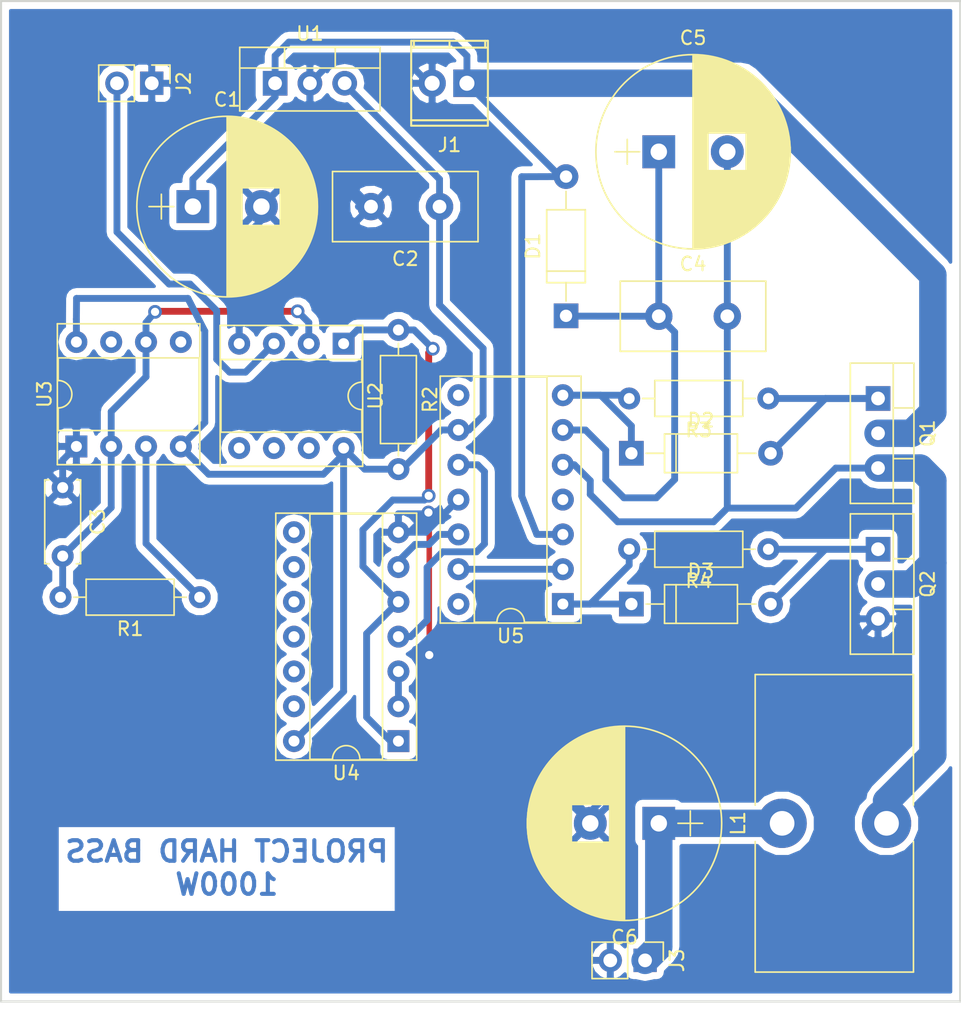
<source format=kicad_pcb>
(kicad_pcb (version 4) (host pcbnew 4.0.7)

  (general
    (links 55)
    (no_connects 0)
    (area 160.924999 38.924999 231.075001 113.747619)
    (thickness 1.6)
    (drawings 5)
    (tracks 192)
    (zones 0)
    (modules 24)
    (nets 19)
  )

  (page A4)
  (layers
    (0 F.Cu signal)
    (31 B.Cu signal)
    (32 B.Adhes user)
    (33 F.Adhes user)
    (34 B.Paste user)
    (35 F.Paste user)
    (36 B.SilkS user)
    (37 F.SilkS user)
    (38 B.Mask user)
    (39 F.Mask user)
    (40 Dwgs.User user)
    (41 Cmts.User user)
    (42 Eco1.User user)
    (43 Eco2.User user)
    (44 Edge.Cuts user)
    (45 Margin user)
    (46 B.CrtYd user)
    (47 F.CrtYd user)
    (48 B.Fab user)
    (49 F.Fab user)
  )

  (setup
    (last_trace_width 0.5)
    (trace_clearance 0.2)
    (zone_clearance 0.508)
    (zone_45_only no)
    (trace_min 0.2)
    (segment_width 0.2)
    (edge_width 0.15)
    (via_size 1)
    (via_drill 0.6)
    (via_min_size 0.4)
    (via_min_drill 0.3)
    (uvia_size 0.3)
    (uvia_drill 0.1)
    (uvias_allowed no)
    (uvia_min_size 0.2)
    (uvia_min_drill 0.1)
    (pcb_text_width 0.3)
    (pcb_text_size 1.5 1.5)
    (mod_edge_width 0.15)
    (mod_text_size 1 1)
    (mod_text_width 0.15)
    (pad_size 1.524 1.524)
    (pad_drill 0.762)
    (pad_to_mask_clearance 0.2)
    (aux_axis_origin 0 0)
    (visible_elements 7FFFFFFF)
    (pcbplotparams
      (layerselection 0x01000_80000000)
      (usegerberextensions false)
      (excludeedgelayer true)
      (linewidth 0.100000)
      (plotframeref false)
      (viasonmask false)
      (mode 1)
      (useauxorigin false)
      (hpglpennumber 1)
      (hpglpenspeed 20)
      (hpglpendiameter 15)
      (hpglpenoverlay 2)
      (psnegative false)
      (psa4output false)
      (plotreference true)
      (plotvalue true)
      (plotinvisibletext false)
      (padsonsilk false)
      (subtractmaskfromsilk false)
      (outputformat 1)
      (mirror false)
      (drillshape 0)
      (scaleselection 1)
      (outputdirectory project_hard_bass/))
  )

  (net 0 "")
  (net 1 +12V)
  (net 2 GND)
  (net 3 +5V)
  (net 4 "Net-(C3-Pad2)")
  (net 5 "Net-(C4-Pad1)")
  (net 6 "Net-(C4-Pad2)")
  (net 7 "Net-(C6-Pad1)")
  (net 8 "Net-(D2-Pad1)")
  (net 9 "Net-(D2-Pad2)")
  (net 10 "Net-(D3-Pad1)")
  (net 11 "Net-(D3-Pad2)")
  (net 12 "Net-(J2-Pad2)")
  (net 13 "Net-(R1-Pad1)")
  (net 14 "Net-(R2-Pad1)")
  (net 15 "Net-(U4-Pad2)")
  (net 16 "Net-(U4-Pad4)")
  (net 17 "Net-(U4-Pad6)")
  (net 18 "Net-(U5-Pad13)")

  (net_class Default "This is the default net class."
    (clearance 0.2)
    (trace_width 0.5)
    (via_dia 1)
    (via_drill 0.6)
    (uvia_dia 0.3)
    (uvia_drill 0.1)
    (add_net +12V)
    (add_net +5V)
    (add_net GND)
    (add_net "Net-(C3-Pad2)")
    (add_net "Net-(C4-Pad1)")
    (add_net "Net-(C4-Pad2)")
    (add_net "Net-(C6-Pad1)")
    (add_net "Net-(D2-Pad1)")
    (add_net "Net-(D2-Pad2)")
    (add_net "Net-(D3-Pad1)")
    (add_net "Net-(D3-Pad2)")
    (add_net "Net-(J2-Pad2)")
    (add_net "Net-(R1-Pad1)")
    (add_net "Net-(R2-Pad1)")
    (add_net "Net-(U4-Pad2)")
    (add_net "Net-(U4-Pad4)")
    (add_net "Net-(U4-Pad6)")
    (add_net "Net-(U5-Pad13)")
  )

  (module Resistors_THT:R_Axial_DIN0207_L6.3mm_D2.5mm_P10.16mm_Horizontal (layer F.Cu) (tedit 5874F706) (tstamp 5B49060C)
    (at 190 63 270)
    (descr "Resistor, Axial_DIN0207 series, Axial, Horizontal, pin pitch=10.16mm, 0.25W = 1/4W, length*diameter=6.3*2.5mm^2, http://cdn-reichelt.de/documents/datenblatt/B400/1_4W%23YAG.pdf")
    (tags "Resistor Axial_DIN0207 series Axial Horizontal pin pitch 10.16mm 0.25W = 1/4W length 6.3mm diameter 2.5mm")
    (path /5B02FD86)
    (fp_text reference R2 (at 5.08 -2.31 270) (layer F.SilkS)
      (effects (font (size 1 1) (thickness 0.15)))
    )
    (fp_text value 10k (at 5.08 2.31 270) (layer F.Fab)
      (effects (font (size 1 1) (thickness 0.15)))
    )
    (fp_line (start 1.93 -1.25) (end 1.93 1.25) (layer F.Fab) (width 0.1))
    (fp_line (start 1.93 1.25) (end 8.23 1.25) (layer F.Fab) (width 0.1))
    (fp_line (start 8.23 1.25) (end 8.23 -1.25) (layer F.Fab) (width 0.1))
    (fp_line (start 8.23 -1.25) (end 1.93 -1.25) (layer F.Fab) (width 0.1))
    (fp_line (start 0 0) (end 1.93 0) (layer F.Fab) (width 0.1))
    (fp_line (start 10.16 0) (end 8.23 0) (layer F.Fab) (width 0.1))
    (fp_line (start 1.87 -1.31) (end 1.87 1.31) (layer F.SilkS) (width 0.12))
    (fp_line (start 1.87 1.31) (end 8.29 1.31) (layer F.SilkS) (width 0.12))
    (fp_line (start 8.29 1.31) (end 8.29 -1.31) (layer F.SilkS) (width 0.12))
    (fp_line (start 8.29 -1.31) (end 1.87 -1.31) (layer F.SilkS) (width 0.12))
    (fp_line (start 0.98 0) (end 1.87 0) (layer F.SilkS) (width 0.12))
    (fp_line (start 9.18 0) (end 8.29 0) (layer F.SilkS) (width 0.12))
    (fp_line (start -1.05 -1.6) (end -1.05 1.6) (layer F.CrtYd) (width 0.05))
    (fp_line (start -1.05 1.6) (end 11.25 1.6) (layer F.CrtYd) (width 0.05))
    (fp_line (start 11.25 1.6) (end 11.25 -1.6) (layer F.CrtYd) (width 0.05))
    (fp_line (start 11.25 -1.6) (end -1.05 -1.6) (layer F.CrtYd) (width 0.05))
    (pad 1 thru_hole circle (at 0 0 270) (size 1.6 1.6) (drill 0.8) (layers *.Cu *.Mask)
      (net 14 "Net-(R2-Pad1)"))
    (pad 2 thru_hole oval (at 10.16 0 270) (size 1.6 1.6) (drill 0.8) (layers *.Cu *.Mask)
      (net 3 +5V))
    (model ${KISYS3DMOD}/Resistors_THT.3dshapes/R_Axial_DIN0207_L6.3mm_D2.5mm_P10.16mm_Horizontal.wrl
      (at (xyz 0 0 0))
      (scale (xyz 0.393701 0.393701 0.393701))
      (rotate (xyz 0 0 0))
    )
  )

  (module Housings_DIP:DIP-14_W7.62mm_Socket (layer F.Cu) (tedit 59C78D6B) (tstamp 5B4906C4)
    (at 190 93 180)
    (descr "14-lead though-hole mounted DIP package, row spacing 7.62 mm (300 mils), Socket")
    (tags "THT DIP DIL PDIP 2.54mm 7.62mm 300mil Socket")
    (path /5B02AB5C)
    (fp_text reference U4 (at 3.81 -2.33 180) (layer F.SilkS)
      (effects (font (size 1 1) (thickness 0.15)))
    )
    (fp_text value 74HC04 (at 3.81 17.57 180) (layer F.Fab)
      (effects (font (size 1 1) (thickness 0.15)))
    )
    (fp_arc (start 3.81 -1.33) (end 2.81 -1.33) (angle -180) (layer F.SilkS) (width 0.12))
    (fp_line (start 1.635 -1.27) (end 6.985 -1.27) (layer F.Fab) (width 0.1))
    (fp_line (start 6.985 -1.27) (end 6.985 16.51) (layer F.Fab) (width 0.1))
    (fp_line (start 6.985 16.51) (end 0.635 16.51) (layer F.Fab) (width 0.1))
    (fp_line (start 0.635 16.51) (end 0.635 -0.27) (layer F.Fab) (width 0.1))
    (fp_line (start 0.635 -0.27) (end 1.635 -1.27) (layer F.Fab) (width 0.1))
    (fp_line (start -1.27 -1.33) (end -1.27 16.57) (layer F.Fab) (width 0.1))
    (fp_line (start -1.27 16.57) (end 8.89 16.57) (layer F.Fab) (width 0.1))
    (fp_line (start 8.89 16.57) (end 8.89 -1.33) (layer F.Fab) (width 0.1))
    (fp_line (start 8.89 -1.33) (end -1.27 -1.33) (layer F.Fab) (width 0.1))
    (fp_line (start 2.81 -1.33) (end 1.16 -1.33) (layer F.SilkS) (width 0.12))
    (fp_line (start 1.16 -1.33) (end 1.16 16.57) (layer F.SilkS) (width 0.12))
    (fp_line (start 1.16 16.57) (end 6.46 16.57) (layer F.SilkS) (width 0.12))
    (fp_line (start 6.46 16.57) (end 6.46 -1.33) (layer F.SilkS) (width 0.12))
    (fp_line (start 6.46 -1.33) (end 4.81 -1.33) (layer F.SilkS) (width 0.12))
    (fp_line (start -1.33 -1.39) (end -1.33 16.63) (layer F.SilkS) (width 0.12))
    (fp_line (start -1.33 16.63) (end 8.95 16.63) (layer F.SilkS) (width 0.12))
    (fp_line (start 8.95 16.63) (end 8.95 -1.39) (layer F.SilkS) (width 0.12))
    (fp_line (start 8.95 -1.39) (end -1.33 -1.39) (layer F.SilkS) (width 0.12))
    (fp_line (start -1.55 -1.6) (end -1.55 16.85) (layer F.CrtYd) (width 0.05))
    (fp_line (start -1.55 16.85) (end 9.15 16.85) (layer F.CrtYd) (width 0.05))
    (fp_line (start 9.15 16.85) (end 9.15 -1.6) (layer F.CrtYd) (width 0.05))
    (fp_line (start 9.15 -1.6) (end -1.55 -1.6) (layer F.CrtYd) (width 0.05))
    (fp_text user %R (at 3.81 7.62 180) (layer F.Fab)
      (effects (font (size 1 1) (thickness 0.15)))
    )
    (pad 1 thru_hole rect (at 0 0 180) (size 1.6 1.6) (drill 0.8) (layers *.Cu *.Mask)
      (net 14 "Net-(R2-Pad1)"))
    (pad 8 thru_hole oval (at 7.62 15.24 180) (size 1.6 1.6) (drill 0.8) (layers *.Cu *.Mask))
    (pad 2 thru_hole oval (at 0 2.54 180) (size 1.6 1.6) (drill 0.8) (layers *.Cu *.Mask)
      (net 15 "Net-(U4-Pad2)"))
    (pad 9 thru_hole oval (at 7.62 12.7 180) (size 1.6 1.6) (drill 0.8) (layers *.Cu *.Mask))
    (pad 3 thru_hole oval (at 0 5.08 180) (size 1.6 1.6) (drill 0.8) (layers *.Cu *.Mask)
      (net 15 "Net-(U4-Pad2)"))
    (pad 10 thru_hole oval (at 7.62 10.16 180) (size 1.6 1.6) (drill 0.8) (layers *.Cu *.Mask))
    (pad 4 thru_hole oval (at 0 7.62 180) (size 1.6 1.6) (drill 0.8) (layers *.Cu *.Mask)
      (net 16 "Net-(U4-Pad4)"))
    (pad 11 thru_hole oval (at 7.62 7.62 180) (size 1.6 1.6) (drill 0.8) (layers *.Cu *.Mask))
    (pad 5 thru_hole oval (at 0 10.16 180) (size 1.6 1.6) (drill 0.8) (layers *.Cu *.Mask)
      (net 14 "Net-(R2-Pad1)"))
    (pad 12 thru_hole oval (at 7.62 5.08 180) (size 1.6 1.6) (drill 0.8) (layers *.Cu *.Mask))
    (pad 6 thru_hole oval (at 0 12.7 180) (size 1.6 1.6) (drill 0.8) (layers *.Cu *.Mask)
      (net 17 "Net-(U4-Pad6)"))
    (pad 13 thru_hole oval (at 7.62 2.54 180) (size 1.6 1.6) (drill 0.8) (layers *.Cu *.Mask))
    (pad 7 thru_hole oval (at 0 15.24 180) (size 1.6 1.6) (drill 0.8) (layers *.Cu *.Mask)
      (net 2 GND))
    (pad 14 thru_hole oval (at 7.62 0 180) (size 1.6 1.6) (drill 0.8) (layers *.Cu *.Mask)
      (net 3 +5V))
    (model ${KISYS3DMOD}/Housings_DIP.3dshapes/DIP-14_W7.62mm_Socket.wrl
      (at (xyz 0 0 0))
      (scale (xyz 1 1 1))
      (rotate (xyz 0 0 0))
    )
  )

  (module Capacitors_THT:CP_Radial_D13.0mm_P5.00mm (layer F.Cu) (tedit 597BC7C2) (tstamp 5B4902E8)
    (at 175 54)
    (descr "CP, Radial series, Radial, pin pitch=5.00mm, , diameter=13mm, Electrolytic Capacitor")
    (tags "CP Radial series Radial pin pitch 5.00mm  diameter 13mm Electrolytic Capacitor")
    (path /5B02B2D6)
    (fp_text reference C1 (at 2.5 -7.81) (layer F.SilkS)
      (effects (font (size 1 1) (thickness 0.15)))
    )
    (fp_text value 0.33uF (at 2.5 7.81) (layer F.Fab)
      (effects (font (size 1 1) (thickness 0.15)))
    )
    (fp_circle (center 2.5 0) (end 9 0) (layer F.Fab) (width 0.1))
    (fp_circle (center 2.5 0) (end 9.09 0) (layer F.SilkS) (width 0.12))
    (fp_line (start -3.2 0) (end -1.4 0) (layer F.Fab) (width 0.1))
    (fp_line (start -2.3 -0.9) (end -2.3 0.9) (layer F.Fab) (width 0.1))
    (fp_line (start 2.5 -6.55) (end 2.5 6.55) (layer F.SilkS) (width 0.12))
    (fp_line (start 2.54 -6.55) (end 2.54 6.55) (layer F.SilkS) (width 0.12))
    (fp_line (start 2.58 -6.55) (end 2.58 6.55) (layer F.SilkS) (width 0.12))
    (fp_line (start 2.62 -6.549) (end 2.62 6.549) (layer F.SilkS) (width 0.12))
    (fp_line (start 2.66 -6.549) (end 2.66 6.549) (layer F.SilkS) (width 0.12))
    (fp_line (start 2.7 -6.547) (end 2.7 6.547) (layer F.SilkS) (width 0.12))
    (fp_line (start 2.74 -6.546) (end 2.74 6.546) (layer F.SilkS) (width 0.12))
    (fp_line (start 2.78 -6.545) (end 2.78 6.545) (layer F.SilkS) (width 0.12))
    (fp_line (start 2.82 -6.543) (end 2.82 6.543) (layer F.SilkS) (width 0.12))
    (fp_line (start 2.86 -6.541) (end 2.86 6.541) (layer F.SilkS) (width 0.12))
    (fp_line (start 2.9 -6.538) (end 2.9 6.538) (layer F.SilkS) (width 0.12))
    (fp_line (start 2.94 -6.536) (end 2.94 6.536) (layer F.SilkS) (width 0.12))
    (fp_line (start 2.98 -6.533) (end 2.98 6.533) (layer F.SilkS) (width 0.12))
    (fp_line (start 3.02 -6.53) (end 3.02 6.53) (layer F.SilkS) (width 0.12))
    (fp_line (start 3.06 -6.527) (end 3.06 6.527) (layer F.SilkS) (width 0.12))
    (fp_line (start 3.1 -6.523) (end 3.1 6.523) (layer F.SilkS) (width 0.12))
    (fp_line (start 3.14 -6.519) (end 3.14 6.519) (layer F.SilkS) (width 0.12))
    (fp_line (start 3.18 -6.515) (end 3.18 6.515) (layer F.SilkS) (width 0.12))
    (fp_line (start 3.221 -6.511) (end 3.221 6.511) (layer F.SilkS) (width 0.12))
    (fp_line (start 3.261 -6.507) (end 3.261 6.507) (layer F.SilkS) (width 0.12))
    (fp_line (start 3.301 -6.502) (end 3.301 6.502) (layer F.SilkS) (width 0.12))
    (fp_line (start 3.341 -6.497) (end 3.341 6.497) (layer F.SilkS) (width 0.12))
    (fp_line (start 3.381 -6.491) (end 3.381 6.491) (layer F.SilkS) (width 0.12))
    (fp_line (start 3.421 -6.486) (end 3.421 6.486) (layer F.SilkS) (width 0.12))
    (fp_line (start 3.461 -6.48) (end 3.461 6.48) (layer F.SilkS) (width 0.12))
    (fp_line (start 3.501 -6.474) (end 3.501 6.474) (layer F.SilkS) (width 0.12))
    (fp_line (start 3.541 -6.468) (end 3.541 6.468) (layer F.SilkS) (width 0.12))
    (fp_line (start 3.581 -6.461) (end 3.581 6.461) (layer F.SilkS) (width 0.12))
    (fp_line (start 3.621 -6.455) (end 3.621 -1.38) (layer F.SilkS) (width 0.12))
    (fp_line (start 3.621 1.38) (end 3.621 6.455) (layer F.SilkS) (width 0.12))
    (fp_line (start 3.661 -6.448) (end 3.661 -1.38) (layer F.SilkS) (width 0.12))
    (fp_line (start 3.661 1.38) (end 3.661 6.448) (layer F.SilkS) (width 0.12))
    (fp_line (start 3.701 -6.44) (end 3.701 -1.38) (layer F.SilkS) (width 0.12))
    (fp_line (start 3.701 1.38) (end 3.701 6.44) (layer F.SilkS) (width 0.12))
    (fp_line (start 3.741 -6.433) (end 3.741 -1.38) (layer F.SilkS) (width 0.12))
    (fp_line (start 3.741 1.38) (end 3.741 6.433) (layer F.SilkS) (width 0.12))
    (fp_line (start 3.781 -6.425) (end 3.781 -1.38) (layer F.SilkS) (width 0.12))
    (fp_line (start 3.781 1.38) (end 3.781 6.425) (layer F.SilkS) (width 0.12))
    (fp_line (start 3.821 -6.417) (end 3.821 -1.38) (layer F.SilkS) (width 0.12))
    (fp_line (start 3.821 1.38) (end 3.821 6.417) (layer F.SilkS) (width 0.12))
    (fp_line (start 3.861 -6.409) (end 3.861 -1.38) (layer F.SilkS) (width 0.12))
    (fp_line (start 3.861 1.38) (end 3.861 6.409) (layer F.SilkS) (width 0.12))
    (fp_line (start 3.901 -6.4) (end 3.901 -1.38) (layer F.SilkS) (width 0.12))
    (fp_line (start 3.901 1.38) (end 3.901 6.4) (layer F.SilkS) (width 0.12))
    (fp_line (start 3.941 -6.391) (end 3.941 -1.38) (layer F.SilkS) (width 0.12))
    (fp_line (start 3.941 1.38) (end 3.941 6.391) (layer F.SilkS) (width 0.12))
    (fp_line (start 3.981 -6.382) (end 3.981 -1.38) (layer F.SilkS) (width 0.12))
    (fp_line (start 3.981 1.38) (end 3.981 6.382) (layer F.SilkS) (width 0.12))
    (fp_line (start 4.021 -6.373) (end 4.021 -1.38) (layer F.SilkS) (width 0.12))
    (fp_line (start 4.021 1.38) (end 4.021 6.373) (layer F.SilkS) (width 0.12))
    (fp_line (start 4.061 -6.363) (end 4.061 -1.38) (layer F.SilkS) (width 0.12))
    (fp_line (start 4.061 1.38) (end 4.061 6.363) (layer F.SilkS) (width 0.12))
    (fp_line (start 4.101 -6.353) (end 4.101 -1.38) (layer F.SilkS) (width 0.12))
    (fp_line (start 4.101 1.38) (end 4.101 6.353) (layer F.SilkS) (width 0.12))
    (fp_line (start 4.141 -6.343) (end 4.141 -1.38) (layer F.SilkS) (width 0.12))
    (fp_line (start 4.141 1.38) (end 4.141 6.343) (layer F.SilkS) (width 0.12))
    (fp_line (start 4.181 -6.333) (end 4.181 -1.38) (layer F.SilkS) (width 0.12))
    (fp_line (start 4.181 1.38) (end 4.181 6.333) (layer F.SilkS) (width 0.12))
    (fp_line (start 4.221 -6.322) (end 4.221 -1.38) (layer F.SilkS) (width 0.12))
    (fp_line (start 4.221 1.38) (end 4.221 6.322) (layer F.SilkS) (width 0.12))
    (fp_line (start 4.261 -6.311) (end 4.261 -1.38) (layer F.SilkS) (width 0.12))
    (fp_line (start 4.261 1.38) (end 4.261 6.311) (layer F.SilkS) (width 0.12))
    (fp_line (start 4.301 -6.3) (end 4.301 -1.38) (layer F.SilkS) (width 0.12))
    (fp_line (start 4.301 1.38) (end 4.301 6.3) (layer F.SilkS) (width 0.12))
    (fp_line (start 4.341 -6.288) (end 4.341 -1.38) (layer F.SilkS) (width 0.12))
    (fp_line (start 4.341 1.38) (end 4.341 6.288) (layer F.SilkS) (width 0.12))
    (fp_line (start 4.381 -6.277) (end 4.381 -1.38) (layer F.SilkS) (width 0.12))
    (fp_line (start 4.381 1.38) (end 4.381 6.277) (layer F.SilkS) (width 0.12))
    (fp_line (start 4.421 -6.265) (end 4.421 -1.38) (layer F.SilkS) (width 0.12))
    (fp_line (start 4.421 1.38) (end 4.421 6.265) (layer F.SilkS) (width 0.12))
    (fp_line (start 4.461 -6.252) (end 4.461 -1.38) (layer F.SilkS) (width 0.12))
    (fp_line (start 4.461 1.38) (end 4.461 6.252) (layer F.SilkS) (width 0.12))
    (fp_line (start 4.501 -6.24) (end 4.501 -1.38) (layer F.SilkS) (width 0.12))
    (fp_line (start 4.501 1.38) (end 4.501 6.24) (layer F.SilkS) (width 0.12))
    (fp_line (start 4.541 -6.227) (end 4.541 -1.38) (layer F.SilkS) (width 0.12))
    (fp_line (start 4.541 1.38) (end 4.541 6.227) (layer F.SilkS) (width 0.12))
    (fp_line (start 4.581 -6.214) (end 4.581 -1.38) (layer F.SilkS) (width 0.12))
    (fp_line (start 4.581 1.38) (end 4.581 6.214) (layer F.SilkS) (width 0.12))
    (fp_line (start 4.621 -6.2) (end 4.621 -1.38) (layer F.SilkS) (width 0.12))
    (fp_line (start 4.621 1.38) (end 4.621 6.2) (layer F.SilkS) (width 0.12))
    (fp_line (start 4.661 -6.186) (end 4.661 -1.38) (layer F.SilkS) (width 0.12))
    (fp_line (start 4.661 1.38) (end 4.661 6.186) (layer F.SilkS) (width 0.12))
    (fp_line (start 4.701 -6.172) (end 4.701 -1.38) (layer F.SilkS) (width 0.12))
    (fp_line (start 4.701 1.38) (end 4.701 6.172) (layer F.SilkS) (width 0.12))
    (fp_line (start 4.741 -6.158) (end 4.741 -1.38) (layer F.SilkS) (width 0.12))
    (fp_line (start 4.741 1.38) (end 4.741 6.158) (layer F.SilkS) (width 0.12))
    (fp_line (start 4.781 -6.144) (end 4.781 -1.38) (layer F.SilkS) (width 0.12))
    (fp_line (start 4.781 1.38) (end 4.781 6.144) (layer F.SilkS) (width 0.12))
    (fp_line (start 4.821 -6.129) (end 4.821 -1.38) (layer F.SilkS) (width 0.12))
    (fp_line (start 4.821 1.38) (end 4.821 6.129) (layer F.SilkS) (width 0.12))
    (fp_line (start 4.861 -6.113) (end 4.861 -1.38) (layer F.SilkS) (width 0.12))
    (fp_line (start 4.861 1.38) (end 4.861 6.113) (layer F.SilkS) (width 0.12))
    (fp_line (start 4.901 -6.098) (end 4.901 -1.38) (layer F.SilkS) (width 0.12))
    (fp_line (start 4.901 1.38) (end 4.901 6.098) (layer F.SilkS) (width 0.12))
    (fp_line (start 4.941 -6.082) (end 4.941 -1.38) (layer F.SilkS) (width 0.12))
    (fp_line (start 4.941 1.38) (end 4.941 6.082) (layer F.SilkS) (width 0.12))
    (fp_line (start 4.981 -6.066) (end 4.981 -1.38) (layer F.SilkS) (width 0.12))
    (fp_line (start 4.981 1.38) (end 4.981 6.066) (layer F.SilkS) (width 0.12))
    (fp_line (start 5.021 -6.05) (end 5.021 -1.38) (layer F.SilkS) (width 0.12))
    (fp_line (start 5.021 1.38) (end 5.021 6.05) (layer F.SilkS) (width 0.12))
    (fp_line (start 5.061 -6.033) (end 5.061 -1.38) (layer F.SilkS) (width 0.12))
    (fp_line (start 5.061 1.38) (end 5.061 6.033) (layer F.SilkS) (width 0.12))
    (fp_line (start 5.101 -6.016) (end 5.101 -1.38) (layer F.SilkS) (width 0.12))
    (fp_line (start 5.101 1.38) (end 5.101 6.016) (layer F.SilkS) (width 0.12))
    (fp_line (start 5.141 -5.999) (end 5.141 -1.38) (layer F.SilkS) (width 0.12))
    (fp_line (start 5.141 1.38) (end 5.141 5.999) (layer F.SilkS) (width 0.12))
    (fp_line (start 5.181 -5.981) (end 5.181 -1.38) (layer F.SilkS) (width 0.12))
    (fp_line (start 5.181 1.38) (end 5.181 5.981) (layer F.SilkS) (width 0.12))
    (fp_line (start 5.221 -5.963) (end 5.221 -1.38) (layer F.SilkS) (width 0.12))
    (fp_line (start 5.221 1.38) (end 5.221 5.963) (layer F.SilkS) (width 0.12))
    (fp_line (start 5.261 -5.945) (end 5.261 -1.38) (layer F.SilkS) (width 0.12))
    (fp_line (start 5.261 1.38) (end 5.261 5.945) (layer F.SilkS) (width 0.12))
    (fp_line (start 5.301 -5.926) (end 5.301 -1.38) (layer F.SilkS) (width 0.12))
    (fp_line (start 5.301 1.38) (end 5.301 5.926) (layer F.SilkS) (width 0.12))
    (fp_line (start 5.341 -5.907) (end 5.341 -1.38) (layer F.SilkS) (width 0.12))
    (fp_line (start 5.341 1.38) (end 5.341 5.907) (layer F.SilkS) (width 0.12))
    (fp_line (start 5.381 -5.888) (end 5.381 -1.38) (layer F.SilkS) (width 0.12))
    (fp_line (start 5.381 1.38) (end 5.381 5.888) (layer F.SilkS) (width 0.12))
    (fp_line (start 5.421 -5.868) (end 5.421 -1.38) (layer F.SilkS) (width 0.12))
    (fp_line (start 5.421 1.38) (end 5.421 5.868) (layer F.SilkS) (width 0.12))
    (fp_line (start 5.461 -5.848) (end 5.461 -1.38) (layer F.SilkS) (width 0.12))
    (fp_line (start 5.461 1.38) (end 5.461 5.848) (layer F.SilkS) (width 0.12))
    (fp_line (start 5.501 -5.828) (end 5.501 -1.38) (layer F.SilkS) (width 0.12))
    (fp_line (start 5.501 1.38) (end 5.501 5.828) (layer F.SilkS) (width 0.12))
    (fp_line (start 5.541 -5.807) (end 5.541 -1.38) (layer F.SilkS) (width 0.12))
    (fp_line (start 5.541 1.38) (end 5.541 5.807) (layer F.SilkS) (width 0.12))
    (fp_line (start 5.581 -5.786) (end 5.581 -1.38) (layer F.SilkS) (width 0.12))
    (fp_line (start 5.581 1.38) (end 5.581 5.786) (layer F.SilkS) (width 0.12))
    (fp_line (start 5.621 -5.765) (end 5.621 -1.38) (layer F.SilkS) (width 0.12))
    (fp_line (start 5.621 1.38) (end 5.621 5.765) (layer F.SilkS) (width 0.12))
    (fp_line (start 5.661 -5.743) (end 5.661 -1.38) (layer F.SilkS) (width 0.12))
    (fp_line (start 5.661 1.38) (end 5.661 5.743) (layer F.SilkS) (width 0.12))
    (fp_line (start 5.701 -5.721) (end 5.701 -1.38) (layer F.SilkS) (width 0.12))
    (fp_line (start 5.701 1.38) (end 5.701 5.721) (layer F.SilkS) (width 0.12))
    (fp_line (start 5.741 -5.699) (end 5.741 -1.38) (layer F.SilkS) (width 0.12))
    (fp_line (start 5.741 1.38) (end 5.741 5.699) (layer F.SilkS) (width 0.12))
    (fp_line (start 5.781 -5.676) (end 5.781 -1.38) (layer F.SilkS) (width 0.12))
    (fp_line (start 5.781 1.38) (end 5.781 5.676) (layer F.SilkS) (width 0.12))
    (fp_line (start 5.821 -5.653) (end 5.821 -1.38) (layer F.SilkS) (width 0.12))
    (fp_line (start 5.821 1.38) (end 5.821 5.653) (layer F.SilkS) (width 0.12))
    (fp_line (start 5.861 -5.63) (end 5.861 -1.38) (layer F.SilkS) (width 0.12))
    (fp_line (start 5.861 1.38) (end 5.861 5.63) (layer F.SilkS) (width 0.12))
    (fp_line (start 5.901 -5.606) (end 5.901 -1.38) (layer F.SilkS) (width 0.12))
    (fp_line (start 5.901 1.38) (end 5.901 5.606) (layer F.SilkS) (width 0.12))
    (fp_line (start 5.941 -5.581) (end 5.941 -1.38) (layer F.SilkS) (width 0.12))
    (fp_line (start 5.941 1.38) (end 5.941 5.581) (layer F.SilkS) (width 0.12))
    (fp_line (start 5.981 -5.557) (end 5.981 -1.38) (layer F.SilkS) (width 0.12))
    (fp_line (start 5.981 1.38) (end 5.981 5.557) (layer F.SilkS) (width 0.12))
    (fp_line (start 6.021 -5.532) (end 6.021 -1.38) (layer F.SilkS) (width 0.12))
    (fp_line (start 6.021 1.38) (end 6.021 5.532) (layer F.SilkS) (width 0.12))
    (fp_line (start 6.061 -5.506) (end 6.061 -1.38) (layer F.SilkS) (width 0.12))
    (fp_line (start 6.061 1.38) (end 6.061 5.506) (layer F.SilkS) (width 0.12))
    (fp_line (start 6.101 -5.48) (end 6.101 -1.38) (layer F.SilkS) (width 0.12))
    (fp_line (start 6.101 1.38) (end 6.101 5.48) (layer F.SilkS) (width 0.12))
    (fp_line (start 6.141 -5.454) (end 6.141 -1.38) (layer F.SilkS) (width 0.12))
    (fp_line (start 6.141 1.38) (end 6.141 5.454) (layer F.SilkS) (width 0.12))
    (fp_line (start 6.181 -5.427) (end 6.181 -1.38) (layer F.SilkS) (width 0.12))
    (fp_line (start 6.181 1.38) (end 6.181 5.427) (layer F.SilkS) (width 0.12))
    (fp_line (start 6.221 -5.4) (end 6.221 -1.38) (layer F.SilkS) (width 0.12))
    (fp_line (start 6.221 1.38) (end 6.221 5.4) (layer F.SilkS) (width 0.12))
    (fp_line (start 6.261 -5.373) (end 6.261 -1.38) (layer F.SilkS) (width 0.12))
    (fp_line (start 6.261 1.38) (end 6.261 5.373) (layer F.SilkS) (width 0.12))
    (fp_line (start 6.301 -5.345) (end 6.301 -1.38) (layer F.SilkS) (width 0.12))
    (fp_line (start 6.301 1.38) (end 6.301 5.345) (layer F.SilkS) (width 0.12))
    (fp_line (start 6.341 -5.316) (end 6.341 -1.38) (layer F.SilkS) (width 0.12))
    (fp_line (start 6.341 1.38) (end 6.341 5.316) (layer F.SilkS) (width 0.12))
    (fp_line (start 6.381 -5.287) (end 6.381 5.287) (layer F.SilkS) (width 0.12))
    (fp_line (start 6.421 -5.258) (end 6.421 5.258) (layer F.SilkS) (width 0.12))
    (fp_line (start 6.461 -5.228) (end 6.461 5.228) (layer F.SilkS) (width 0.12))
    (fp_line (start 6.501 -5.198) (end 6.501 5.198) (layer F.SilkS) (width 0.12))
    (fp_line (start 6.541 -5.167) (end 6.541 5.167) (layer F.SilkS) (width 0.12))
    (fp_line (start 6.581 -5.136) (end 6.581 5.136) (layer F.SilkS) (width 0.12))
    (fp_line (start 6.621 -5.104) (end 6.621 5.104) (layer F.SilkS) (width 0.12))
    (fp_line (start 6.661 -5.072) (end 6.661 5.072) (layer F.SilkS) (width 0.12))
    (fp_line (start 6.701 -5.039) (end 6.701 5.039) (layer F.SilkS) (width 0.12))
    (fp_line (start 6.741 -5.005) (end 6.741 5.005) (layer F.SilkS) (width 0.12))
    (fp_line (start 6.781 -4.971) (end 6.781 4.971) (layer F.SilkS) (width 0.12))
    (fp_line (start 6.821 -4.937) (end 6.821 4.937) (layer F.SilkS) (width 0.12))
    (fp_line (start 6.861 -4.902) (end 6.861 4.902) (layer F.SilkS) (width 0.12))
    (fp_line (start 6.901 -4.866) (end 6.901 4.866) (layer F.SilkS) (width 0.12))
    (fp_line (start 6.941 -4.83) (end 6.941 4.83) (layer F.SilkS) (width 0.12))
    (fp_line (start 6.981 -4.793) (end 6.981 4.793) (layer F.SilkS) (width 0.12))
    (fp_line (start 7.021 -4.756) (end 7.021 4.756) (layer F.SilkS) (width 0.12))
    (fp_line (start 7.061 -4.718) (end 7.061 4.718) (layer F.SilkS) (width 0.12))
    (fp_line (start 7.101 -4.679) (end 7.101 4.679) (layer F.SilkS) (width 0.12))
    (fp_line (start 7.141 -4.64) (end 7.141 4.64) (layer F.SilkS) (width 0.12))
    (fp_line (start 7.181 -4.6) (end 7.181 4.6) (layer F.SilkS) (width 0.12))
    (fp_line (start 7.221 -4.559) (end 7.221 4.559) (layer F.SilkS) (width 0.12))
    (fp_line (start 7.261 -4.518) (end 7.261 4.518) (layer F.SilkS) (width 0.12))
    (fp_line (start 7.301 -4.476) (end 7.301 4.476) (layer F.SilkS) (width 0.12))
    (fp_line (start 7.341 -4.433) (end 7.341 4.433) (layer F.SilkS) (width 0.12))
    (fp_line (start 7.381 -4.389) (end 7.381 4.389) (layer F.SilkS) (width 0.12))
    (fp_line (start 7.421 -4.345) (end 7.421 4.345) (layer F.SilkS) (width 0.12))
    (fp_line (start 7.461 -4.299) (end 7.461 4.299) (layer F.SilkS) (width 0.12))
    (fp_line (start 7.501 -4.253) (end 7.501 4.253) (layer F.SilkS) (width 0.12))
    (fp_line (start 7.541 -4.206) (end 7.541 4.206) (layer F.SilkS) (width 0.12))
    (fp_line (start 7.581 -4.158) (end 7.581 4.158) (layer F.SilkS) (width 0.12))
    (fp_line (start 7.621 -4.109) (end 7.621 4.109) (layer F.SilkS) (width 0.12))
    (fp_line (start 7.661 -4.06) (end 7.661 4.06) (layer F.SilkS) (width 0.12))
    (fp_line (start 7.701 -4.009) (end 7.701 4.009) (layer F.SilkS) (width 0.12))
    (fp_line (start 7.741 -3.957) (end 7.741 3.957) (layer F.SilkS) (width 0.12))
    (fp_line (start 7.781 -3.904) (end 7.781 3.904) (layer F.SilkS) (width 0.12))
    (fp_line (start 7.821 -3.85) (end 7.821 3.85) (layer F.SilkS) (width 0.12))
    (fp_line (start 7.861 -3.794) (end 7.861 3.794) (layer F.SilkS) (width 0.12))
    (fp_line (start 7.901 -3.738) (end 7.901 3.738) (layer F.SilkS) (width 0.12))
    (fp_line (start 7.941 -3.68) (end 7.941 3.68) (layer F.SilkS) (width 0.12))
    (fp_line (start 7.981 -3.621) (end 7.981 3.621) (layer F.SilkS) (width 0.12))
    (fp_line (start 8.021 -3.56) (end 8.021 3.56) (layer F.SilkS) (width 0.12))
    (fp_line (start 8.061 -3.498) (end 8.061 3.498) (layer F.SilkS) (width 0.12))
    (fp_line (start 8.101 -3.434) (end 8.101 3.434) (layer F.SilkS) (width 0.12))
    (fp_line (start 8.141 -3.369) (end 8.141 3.369) (layer F.SilkS) (width 0.12))
    (fp_line (start 8.181 -3.302) (end 8.181 3.302) (layer F.SilkS) (width 0.12))
    (fp_line (start 8.221 -3.233) (end 8.221 3.233) (layer F.SilkS) (width 0.12))
    (fp_line (start 8.261 -3.162) (end 8.261 3.162) (layer F.SilkS) (width 0.12))
    (fp_line (start 8.301 -3.089) (end 8.301 3.089) (layer F.SilkS) (width 0.12))
    (fp_line (start 8.341 -3.014) (end 8.341 3.014) (layer F.SilkS) (width 0.12))
    (fp_line (start 8.381 -2.936) (end 8.381 2.936) (layer F.SilkS) (width 0.12))
    (fp_line (start 8.421 -2.856) (end 8.421 2.856) (layer F.SilkS) (width 0.12))
    (fp_line (start 8.461 -2.772) (end 8.461 2.772) (layer F.SilkS) (width 0.12))
    (fp_line (start 8.501 -2.686) (end 8.501 2.686) (layer F.SilkS) (width 0.12))
    (fp_line (start 8.541 -2.596) (end 8.541 2.596) (layer F.SilkS) (width 0.12))
    (fp_line (start 8.581 -2.502) (end 8.581 2.502) (layer F.SilkS) (width 0.12))
    (fp_line (start 8.621 -2.405) (end 8.621 2.405) (layer F.SilkS) (width 0.12))
    (fp_line (start 8.661 -2.302) (end 8.661 2.302) (layer F.SilkS) (width 0.12))
    (fp_line (start 8.701 -2.194) (end 8.701 2.194) (layer F.SilkS) (width 0.12))
    (fp_line (start 8.741 -2.08) (end 8.741 2.08) (layer F.SilkS) (width 0.12))
    (fp_line (start 8.781 -1.958) (end 8.781 1.958) (layer F.SilkS) (width 0.12))
    (fp_line (start 8.821 -1.828) (end 8.821 1.828) (layer F.SilkS) (width 0.12))
    (fp_line (start 8.861 -1.686) (end 8.861 1.686) (layer F.SilkS) (width 0.12))
    (fp_line (start 8.901 -1.532) (end 8.901 1.532) (layer F.SilkS) (width 0.12))
    (fp_line (start 8.941 -1.359) (end 8.941 1.359) (layer F.SilkS) (width 0.12))
    (fp_line (start 8.981 -1.16) (end 8.981 1.16) (layer F.SilkS) (width 0.12))
    (fp_line (start 9.021 -0.918) (end 9.021 0.918) (layer F.SilkS) (width 0.12))
    (fp_line (start 9.061 -0.589) (end 9.061 0.589) (layer F.SilkS) (width 0.12))
    (fp_line (start -3.2 0) (end -1.4 0) (layer F.SilkS) (width 0.12))
    (fp_line (start -2.3 -0.9) (end -2.3 0.9) (layer F.SilkS) (width 0.12))
    (fp_line (start -4.35 -6.85) (end -4.35 6.85) (layer F.CrtYd) (width 0.05))
    (fp_line (start -4.35 6.85) (end 9.35 6.85) (layer F.CrtYd) (width 0.05))
    (fp_line (start 9.35 6.85) (end 9.35 -6.85) (layer F.CrtYd) (width 0.05))
    (fp_line (start 9.35 -6.85) (end -4.35 -6.85) (layer F.CrtYd) (width 0.05))
    (fp_text user %R (at 2.5 0) (layer F.Fab)
      (effects (font (size 1 1) (thickness 0.15)))
    )
    (pad 1 thru_hole rect (at 0 0) (size 2.4 2.4) (drill 1.2) (layers *.Cu *.Mask)
      (net 1 +12V))
    (pad 2 thru_hole circle (at 5 0) (size 2.4 2.4) (drill 1.2) (layers *.Cu *.Mask)
      (net 2 GND))
    (model ${KISYS3DMOD}/Capacitors_THT.3dshapes/CP_Radial_D13.0mm_P5.00mm.wrl
      (at (xyz 0 0 0))
      (scale (xyz 1 1 1))
      (rotate (xyz 0 0 0))
    )
  )

  (module Capacitors_THT:C_Disc_D10.5mm_W5.0mm_P5.00mm (layer F.Cu) (tedit 597BC7C2) (tstamp 5B4902FB)
    (at 193 54 180)
    (descr "C, Disc series, Radial, pin pitch=5.00mm, , diameter*width=10.5*5.0mm^2, Capacitor, http://www.vishay.com/docs/28535/vy2series.pdf")
    (tags "C Disc series Radial pin pitch 5.00mm  diameter 10.5mm width 5.0mm Capacitor")
    (path /5B02B380)
    (fp_text reference C2 (at 2.5 -3.81 180) (layer F.SilkS)
      (effects (font (size 1 1) (thickness 0.15)))
    )
    (fp_text value 0,1uF (at 2.5 3.81 180) (layer F.Fab)
      (effects (font (size 1 1) (thickness 0.15)))
    )
    (fp_line (start -2.75 -2.5) (end -2.75 2.5) (layer F.Fab) (width 0.1))
    (fp_line (start -2.75 2.5) (end 7.75 2.5) (layer F.Fab) (width 0.1))
    (fp_line (start 7.75 2.5) (end 7.75 -2.5) (layer F.Fab) (width 0.1))
    (fp_line (start 7.75 -2.5) (end -2.75 -2.5) (layer F.Fab) (width 0.1))
    (fp_line (start -2.81 -2.56) (end 7.81 -2.56) (layer F.SilkS) (width 0.12))
    (fp_line (start -2.81 2.56) (end 7.81 2.56) (layer F.SilkS) (width 0.12))
    (fp_line (start -2.81 -2.56) (end -2.81 2.56) (layer F.SilkS) (width 0.12))
    (fp_line (start 7.81 -2.56) (end 7.81 2.56) (layer F.SilkS) (width 0.12))
    (fp_line (start -3.1 -2.85) (end -3.1 2.85) (layer F.CrtYd) (width 0.05))
    (fp_line (start -3.1 2.85) (end 8.1 2.85) (layer F.CrtYd) (width 0.05))
    (fp_line (start 8.1 2.85) (end 8.1 -2.85) (layer F.CrtYd) (width 0.05))
    (fp_line (start 8.1 -2.85) (end -3.1 -2.85) (layer F.CrtYd) (width 0.05))
    (fp_text user %R (at 2.5 0 180) (layer F.Fab)
      (effects (font (size 1 1) (thickness 0.15)))
    )
    (pad 1 thru_hole circle (at 0 0 180) (size 2 2) (drill 1) (layers *.Cu *.Mask)
      (net 3 +5V))
    (pad 2 thru_hole circle (at 5 0 180) (size 2 2) (drill 1) (layers *.Cu *.Mask)
      (net 2 GND))
    (model ${KISYS3DMOD}/Capacitors_THT.3dshapes/C_Disc_D10.5mm_W5.0mm_P5.00mm.wrl
      (at (xyz 0 0 0))
      (scale (xyz 1 1 1))
      (rotate (xyz 0 0 0))
    )
  )

  (module Capacitors_THT:C_Disc_D6.0mm_W2.5mm_P5.00mm (layer F.Cu) (tedit 597BC7C2) (tstamp 5B490310)
    (at 165.5 74.5 270)
    (descr "C, Disc series, Radial, pin pitch=5.00mm, , diameter*width=6*2.5mm^2, Capacitor, http://cdn-reichelt.de/documents/datenblatt/B300/DS_KERKO_TC.pdf")
    (tags "C Disc series Radial pin pitch 5.00mm  diameter 6mm width 2.5mm Capacitor")
    (path /5B02AE6D)
    (fp_text reference C3 (at 2.5 -2.56 270) (layer F.SilkS)
      (effects (font (size 1 1) (thickness 0.15)))
    )
    (fp_text value 1nF (at 2.5 2.56 270) (layer F.Fab)
      (effects (font (size 1 1) (thickness 0.15)))
    )
    (fp_line (start -0.5 -1.25) (end -0.5 1.25) (layer F.Fab) (width 0.1))
    (fp_line (start -0.5 1.25) (end 5.5 1.25) (layer F.Fab) (width 0.1))
    (fp_line (start 5.5 1.25) (end 5.5 -1.25) (layer F.Fab) (width 0.1))
    (fp_line (start 5.5 -1.25) (end -0.5 -1.25) (layer F.Fab) (width 0.1))
    (fp_line (start -0.56 -1.31) (end 5.56 -1.31) (layer F.SilkS) (width 0.12))
    (fp_line (start -0.56 1.31) (end 5.56 1.31) (layer F.SilkS) (width 0.12))
    (fp_line (start -0.56 -1.31) (end -0.56 -0.996) (layer F.SilkS) (width 0.12))
    (fp_line (start -0.56 0.996) (end -0.56 1.31) (layer F.SilkS) (width 0.12))
    (fp_line (start 5.56 -1.31) (end 5.56 -0.996) (layer F.SilkS) (width 0.12))
    (fp_line (start 5.56 0.996) (end 5.56 1.31) (layer F.SilkS) (width 0.12))
    (fp_line (start -1.05 -1.6) (end -1.05 1.6) (layer F.CrtYd) (width 0.05))
    (fp_line (start -1.05 1.6) (end 6.05 1.6) (layer F.CrtYd) (width 0.05))
    (fp_line (start 6.05 1.6) (end 6.05 -1.6) (layer F.CrtYd) (width 0.05))
    (fp_line (start 6.05 -1.6) (end -1.05 -1.6) (layer F.CrtYd) (width 0.05))
    (fp_text user %R (at 2.5 0 270) (layer F.Fab)
      (effects (font (size 1 1) (thickness 0.15)))
    )
    (pad 1 thru_hole circle (at 0 0 270) (size 1.6 1.6) (drill 0.8) (layers *.Cu *.Mask)
      (net 2 GND))
    (pad 2 thru_hole circle (at 5 0 270) (size 1.6 1.6) (drill 0.8) (layers *.Cu *.Mask)
      (net 4 "Net-(C3-Pad2)"))
    (model ${KISYS3DMOD}/Capacitors_THT.3dshapes/C_Disc_D6.0mm_W2.5mm_P5.00mm.wrl
      (at (xyz 0 0 0))
      (scale (xyz 1 1 1))
      (rotate (xyz 0 0 0))
    )
  )

  (module Capacitors_THT:C_Disc_D10.5mm_W5.0mm_P5.00mm (layer F.Cu) (tedit 597BC7C2) (tstamp 5B490323)
    (at 209 62)
    (descr "C, Disc series, Radial, pin pitch=5.00mm, , diameter*width=10.5*5.0mm^2, Capacitor, http://www.vishay.com/docs/28535/vy2series.pdf")
    (tags "C Disc series Radial pin pitch 5.00mm  diameter 10.5mm width 5.0mm Capacitor")
    (path /5B02EDAA)
    (fp_text reference C4 (at 2.5 -3.81) (layer F.SilkS)
      (effects (font (size 1 1) (thickness 0.15)))
    )
    (fp_text value 220nf (at 2.5 3.81) (layer F.Fab)
      (effects (font (size 1 1) (thickness 0.15)))
    )
    (fp_line (start -2.75 -2.5) (end -2.75 2.5) (layer F.Fab) (width 0.1))
    (fp_line (start -2.75 2.5) (end 7.75 2.5) (layer F.Fab) (width 0.1))
    (fp_line (start 7.75 2.5) (end 7.75 -2.5) (layer F.Fab) (width 0.1))
    (fp_line (start 7.75 -2.5) (end -2.75 -2.5) (layer F.Fab) (width 0.1))
    (fp_line (start -2.81 -2.56) (end 7.81 -2.56) (layer F.SilkS) (width 0.12))
    (fp_line (start -2.81 2.56) (end 7.81 2.56) (layer F.SilkS) (width 0.12))
    (fp_line (start -2.81 -2.56) (end -2.81 2.56) (layer F.SilkS) (width 0.12))
    (fp_line (start 7.81 -2.56) (end 7.81 2.56) (layer F.SilkS) (width 0.12))
    (fp_line (start -3.1 -2.85) (end -3.1 2.85) (layer F.CrtYd) (width 0.05))
    (fp_line (start -3.1 2.85) (end 8.1 2.85) (layer F.CrtYd) (width 0.05))
    (fp_line (start 8.1 2.85) (end 8.1 -2.85) (layer F.CrtYd) (width 0.05))
    (fp_line (start 8.1 -2.85) (end -3.1 -2.85) (layer F.CrtYd) (width 0.05))
    (fp_text user %R (at 2.5 0) (layer F.Fab)
      (effects (font (size 1 1) (thickness 0.15)))
    )
    (pad 1 thru_hole circle (at 0 0) (size 2 2) (drill 1) (layers *.Cu *.Mask)
      (net 5 "Net-(C4-Pad1)"))
    (pad 2 thru_hole circle (at 5 0) (size 2 2) (drill 1) (layers *.Cu *.Mask)
      (net 6 "Net-(C4-Pad2)"))
    (model ${KISYS3DMOD}/Capacitors_THT.3dshapes/C_Disc_D10.5mm_W5.0mm_P5.00mm.wrl
      (at (xyz 0 0 0))
      (scale (xyz 1 1 1))
      (rotate (xyz 0 0 0))
    )
  )

  (module Capacitors_THT:CP_Radial_D14.0mm_P5.00mm (layer F.Cu) (tedit 597BC7C2) (tstamp 5B49042B)
    (at 209 50)
    (descr "CP, Radial series, Radial, pin pitch=5.00mm, , diameter=14mm, Electrolytic Capacitor")
    (tags "CP Radial series Radial pin pitch 5.00mm  diameter 14mm Electrolytic Capacitor")
    (path /5B02F115)
    (fp_text reference C5 (at 2.5 -8.31) (layer F.SilkS)
      (effects (font (size 1 1) (thickness 0.15)))
    )
    (fp_text value 22u (at 2.5 8.31) (layer F.Fab)
      (effects (font (size 1 1) (thickness 0.15)))
    )
    (fp_circle (center 2.5 0) (end 9.5 0) (layer F.Fab) (width 0.1))
    (fp_circle (center 2.5 0) (end 9.59 0) (layer F.SilkS) (width 0.12))
    (fp_line (start -3.2 0) (end -1.4 0) (layer F.Fab) (width 0.1))
    (fp_line (start -2.3 -0.9) (end -2.3 0.9) (layer F.Fab) (width 0.1))
    (fp_line (start 2.5 -7.05) (end 2.5 7.05) (layer F.SilkS) (width 0.12))
    (fp_line (start 2.54 -7.05) (end 2.54 7.05) (layer F.SilkS) (width 0.12))
    (fp_line (start 2.58 -7.05) (end 2.58 7.05) (layer F.SilkS) (width 0.12))
    (fp_line (start 2.62 -7.049) (end 2.62 7.049) (layer F.SilkS) (width 0.12))
    (fp_line (start 2.66 -7.049) (end 2.66 7.049) (layer F.SilkS) (width 0.12))
    (fp_line (start 2.7 -7.048) (end 2.7 7.048) (layer F.SilkS) (width 0.12))
    (fp_line (start 2.74 -7.046) (end 2.74 7.046) (layer F.SilkS) (width 0.12))
    (fp_line (start 2.78 -7.045) (end 2.78 7.045) (layer F.SilkS) (width 0.12))
    (fp_line (start 2.82 -7.043) (end 2.82 7.043) (layer F.SilkS) (width 0.12))
    (fp_line (start 2.86 -7.041) (end 2.86 7.041) (layer F.SilkS) (width 0.12))
    (fp_line (start 2.9 -7.039) (end 2.9 7.039) (layer F.SilkS) (width 0.12))
    (fp_line (start 2.94 -7.037) (end 2.94 7.037) (layer F.SilkS) (width 0.12))
    (fp_line (start 2.98 -7.034) (end 2.98 7.034) (layer F.SilkS) (width 0.12))
    (fp_line (start 3.02 -7.031) (end 3.02 7.031) (layer F.SilkS) (width 0.12))
    (fp_line (start 3.06 -7.028) (end 3.06 7.028) (layer F.SilkS) (width 0.12))
    (fp_line (start 3.1 -7.025) (end 3.1 7.025) (layer F.SilkS) (width 0.12))
    (fp_line (start 3.14 -7.022) (end 3.14 7.022) (layer F.SilkS) (width 0.12))
    (fp_line (start 3.18 -7.018) (end 3.18 7.018) (layer F.SilkS) (width 0.12))
    (fp_line (start 3.221 -7.014) (end 3.221 7.014) (layer F.SilkS) (width 0.12))
    (fp_line (start 3.261 -7.01) (end 3.261 7.01) (layer F.SilkS) (width 0.12))
    (fp_line (start 3.301 -7.005) (end 3.301 7.005) (layer F.SilkS) (width 0.12))
    (fp_line (start 3.341 -7.001) (end 3.341 7.001) (layer F.SilkS) (width 0.12))
    (fp_line (start 3.381 -6.996) (end 3.381 6.996) (layer F.SilkS) (width 0.12))
    (fp_line (start 3.421 -6.991) (end 3.421 6.991) (layer F.SilkS) (width 0.12))
    (fp_line (start 3.461 -6.985) (end 3.461 6.985) (layer F.SilkS) (width 0.12))
    (fp_line (start 3.501 -6.98) (end 3.501 6.98) (layer F.SilkS) (width 0.12))
    (fp_line (start 3.541 -6.974) (end 3.541 6.974) (layer F.SilkS) (width 0.12))
    (fp_line (start 3.581 -6.968) (end 3.581 6.968) (layer F.SilkS) (width 0.12))
    (fp_line (start 3.621 -6.961) (end 3.621 -1.38) (layer F.SilkS) (width 0.12))
    (fp_line (start 3.621 1.38) (end 3.621 6.961) (layer F.SilkS) (width 0.12))
    (fp_line (start 3.661 -6.955) (end 3.661 -1.38) (layer F.SilkS) (width 0.12))
    (fp_line (start 3.661 1.38) (end 3.661 6.955) (layer F.SilkS) (width 0.12))
    (fp_line (start 3.701 -6.948) (end 3.701 -1.38) (layer F.SilkS) (width 0.12))
    (fp_line (start 3.701 1.38) (end 3.701 6.948) (layer F.SilkS) (width 0.12))
    (fp_line (start 3.741 -6.941) (end 3.741 -1.38) (layer F.SilkS) (width 0.12))
    (fp_line (start 3.741 1.38) (end 3.741 6.941) (layer F.SilkS) (width 0.12))
    (fp_line (start 3.781 -6.934) (end 3.781 -1.38) (layer F.SilkS) (width 0.12))
    (fp_line (start 3.781 1.38) (end 3.781 6.934) (layer F.SilkS) (width 0.12))
    (fp_line (start 3.821 -6.927) (end 3.821 -1.38) (layer F.SilkS) (width 0.12))
    (fp_line (start 3.821 1.38) (end 3.821 6.927) (layer F.SilkS) (width 0.12))
    (fp_line (start 3.861 -6.919) (end 3.861 -1.38) (layer F.SilkS) (width 0.12))
    (fp_line (start 3.861 1.38) (end 3.861 6.919) (layer F.SilkS) (width 0.12))
    (fp_line (start 3.901 -6.911) (end 3.901 -1.38) (layer F.SilkS) (width 0.12))
    (fp_line (start 3.901 1.38) (end 3.901 6.911) (layer F.SilkS) (width 0.12))
    (fp_line (start 3.941 -6.903) (end 3.941 -1.38) (layer F.SilkS) (width 0.12))
    (fp_line (start 3.941 1.38) (end 3.941 6.903) (layer F.SilkS) (width 0.12))
    (fp_line (start 3.981 -6.894) (end 3.981 -1.38) (layer F.SilkS) (width 0.12))
    (fp_line (start 3.981 1.38) (end 3.981 6.894) (layer F.SilkS) (width 0.12))
    (fp_line (start 4.021 -6.886) (end 4.021 -1.38) (layer F.SilkS) (width 0.12))
    (fp_line (start 4.021 1.38) (end 4.021 6.886) (layer F.SilkS) (width 0.12))
    (fp_line (start 4.061 -6.877) (end 4.061 -1.38) (layer F.SilkS) (width 0.12))
    (fp_line (start 4.061 1.38) (end 4.061 6.877) (layer F.SilkS) (width 0.12))
    (fp_line (start 4.101 -6.868) (end 4.101 -1.38) (layer F.SilkS) (width 0.12))
    (fp_line (start 4.101 1.38) (end 4.101 6.868) (layer F.SilkS) (width 0.12))
    (fp_line (start 4.141 -6.858) (end 4.141 -1.38) (layer F.SilkS) (width 0.12))
    (fp_line (start 4.141 1.38) (end 4.141 6.858) (layer F.SilkS) (width 0.12))
    (fp_line (start 4.181 -6.849) (end 4.181 -1.38) (layer F.SilkS) (width 0.12))
    (fp_line (start 4.181 1.38) (end 4.181 6.849) (layer F.SilkS) (width 0.12))
    (fp_line (start 4.221 -6.839) (end 4.221 -1.38) (layer F.SilkS) (width 0.12))
    (fp_line (start 4.221 1.38) (end 4.221 6.839) (layer F.SilkS) (width 0.12))
    (fp_line (start 4.261 -6.829) (end 4.261 -1.38) (layer F.SilkS) (width 0.12))
    (fp_line (start 4.261 1.38) (end 4.261 6.829) (layer F.SilkS) (width 0.12))
    (fp_line (start 4.301 -6.818) (end 4.301 -1.38) (layer F.SilkS) (width 0.12))
    (fp_line (start 4.301 1.38) (end 4.301 6.818) (layer F.SilkS) (width 0.12))
    (fp_line (start 4.341 -6.808) (end 4.341 -1.38) (layer F.SilkS) (width 0.12))
    (fp_line (start 4.341 1.38) (end 4.341 6.808) (layer F.SilkS) (width 0.12))
    (fp_line (start 4.381 -6.797) (end 4.381 -1.38) (layer F.SilkS) (width 0.12))
    (fp_line (start 4.381 1.38) (end 4.381 6.797) (layer F.SilkS) (width 0.12))
    (fp_line (start 4.421 -6.786) (end 4.421 -1.38) (layer F.SilkS) (width 0.12))
    (fp_line (start 4.421 1.38) (end 4.421 6.786) (layer F.SilkS) (width 0.12))
    (fp_line (start 4.461 -6.774) (end 4.461 -1.38) (layer F.SilkS) (width 0.12))
    (fp_line (start 4.461 1.38) (end 4.461 6.774) (layer F.SilkS) (width 0.12))
    (fp_line (start 4.501 -6.763) (end 4.501 -1.38) (layer F.SilkS) (width 0.12))
    (fp_line (start 4.501 1.38) (end 4.501 6.763) (layer F.SilkS) (width 0.12))
    (fp_line (start 4.541 -6.751) (end 4.541 -1.38) (layer F.SilkS) (width 0.12))
    (fp_line (start 4.541 1.38) (end 4.541 6.751) (layer F.SilkS) (width 0.12))
    (fp_line (start 4.581 -6.739) (end 4.581 -1.38) (layer F.SilkS) (width 0.12))
    (fp_line (start 4.581 1.38) (end 4.581 6.739) (layer F.SilkS) (width 0.12))
    (fp_line (start 4.621 -6.726) (end 4.621 -1.38) (layer F.SilkS) (width 0.12))
    (fp_line (start 4.621 1.38) (end 4.621 6.726) (layer F.SilkS) (width 0.12))
    (fp_line (start 4.661 -6.713) (end 4.661 -1.38) (layer F.SilkS) (width 0.12))
    (fp_line (start 4.661 1.38) (end 4.661 6.713) (layer F.SilkS) (width 0.12))
    (fp_line (start 4.701 -6.701) (end 4.701 -1.38) (layer F.SilkS) (width 0.12))
    (fp_line (start 4.701 1.38) (end 4.701 6.701) (layer F.SilkS) (width 0.12))
    (fp_line (start 4.741 -6.687) (end 4.741 -1.38) (layer F.SilkS) (width 0.12))
    (fp_line (start 4.741 1.38) (end 4.741 6.687) (layer F.SilkS) (width 0.12))
    (fp_line (start 4.781 -6.674) (end 4.781 -1.38) (layer F.SilkS) (width 0.12))
    (fp_line (start 4.781 1.38) (end 4.781 6.674) (layer F.SilkS) (width 0.12))
    (fp_line (start 4.821 -6.66) (end 4.821 -1.38) (layer F.SilkS) (width 0.12))
    (fp_line (start 4.821 1.38) (end 4.821 6.66) (layer F.SilkS) (width 0.12))
    (fp_line (start 4.861 -6.646) (end 4.861 -1.38) (layer F.SilkS) (width 0.12))
    (fp_line (start 4.861 1.38) (end 4.861 6.646) (layer F.SilkS) (width 0.12))
    (fp_line (start 4.901 -6.632) (end 4.901 -1.38) (layer F.SilkS) (width 0.12))
    (fp_line (start 4.901 1.38) (end 4.901 6.632) (layer F.SilkS) (width 0.12))
    (fp_line (start 4.941 -6.617) (end 4.941 -1.38) (layer F.SilkS) (width 0.12))
    (fp_line (start 4.941 1.38) (end 4.941 6.617) (layer F.SilkS) (width 0.12))
    (fp_line (start 4.981 -6.603) (end 4.981 -1.38) (layer F.SilkS) (width 0.12))
    (fp_line (start 4.981 1.38) (end 4.981 6.603) (layer F.SilkS) (width 0.12))
    (fp_line (start 5.021 -6.588) (end 5.021 -1.38) (layer F.SilkS) (width 0.12))
    (fp_line (start 5.021 1.38) (end 5.021 6.588) (layer F.SilkS) (width 0.12))
    (fp_line (start 5.061 -6.572) (end 5.061 -1.38) (layer F.SilkS) (width 0.12))
    (fp_line (start 5.061 1.38) (end 5.061 6.572) (layer F.SilkS) (width 0.12))
    (fp_line (start 5.101 -6.557) (end 5.101 -1.38) (layer F.SilkS) (width 0.12))
    (fp_line (start 5.101 1.38) (end 5.101 6.557) (layer F.SilkS) (width 0.12))
    (fp_line (start 5.141 -6.541) (end 5.141 -1.38) (layer F.SilkS) (width 0.12))
    (fp_line (start 5.141 1.38) (end 5.141 6.541) (layer F.SilkS) (width 0.12))
    (fp_line (start 5.181 -6.524) (end 5.181 -1.38) (layer F.SilkS) (width 0.12))
    (fp_line (start 5.181 1.38) (end 5.181 6.524) (layer F.SilkS) (width 0.12))
    (fp_line (start 5.221 -6.508) (end 5.221 -1.38) (layer F.SilkS) (width 0.12))
    (fp_line (start 5.221 1.38) (end 5.221 6.508) (layer F.SilkS) (width 0.12))
    (fp_line (start 5.261 -6.491) (end 5.261 -1.38) (layer F.SilkS) (width 0.12))
    (fp_line (start 5.261 1.38) (end 5.261 6.491) (layer F.SilkS) (width 0.12))
    (fp_line (start 5.301 -6.474) (end 5.301 -1.38) (layer F.SilkS) (width 0.12))
    (fp_line (start 5.301 1.38) (end 5.301 6.474) (layer F.SilkS) (width 0.12))
    (fp_line (start 5.341 -6.457) (end 5.341 -1.38) (layer F.SilkS) (width 0.12))
    (fp_line (start 5.341 1.38) (end 5.341 6.457) (layer F.SilkS) (width 0.12))
    (fp_line (start 5.381 -6.439) (end 5.381 -1.38) (layer F.SilkS) (width 0.12))
    (fp_line (start 5.381 1.38) (end 5.381 6.439) (layer F.SilkS) (width 0.12))
    (fp_line (start 5.421 -6.421) (end 5.421 -1.38) (layer F.SilkS) (width 0.12))
    (fp_line (start 5.421 1.38) (end 5.421 6.421) (layer F.SilkS) (width 0.12))
    (fp_line (start 5.461 -6.403) (end 5.461 -1.38) (layer F.SilkS) (width 0.12))
    (fp_line (start 5.461 1.38) (end 5.461 6.403) (layer F.SilkS) (width 0.12))
    (fp_line (start 5.501 -6.385) (end 5.501 -1.38) (layer F.SilkS) (width 0.12))
    (fp_line (start 5.501 1.38) (end 5.501 6.385) (layer F.SilkS) (width 0.12))
    (fp_line (start 5.541 -6.366) (end 5.541 -1.38) (layer F.SilkS) (width 0.12))
    (fp_line (start 5.541 1.38) (end 5.541 6.366) (layer F.SilkS) (width 0.12))
    (fp_line (start 5.581 -6.347) (end 5.581 -1.38) (layer F.SilkS) (width 0.12))
    (fp_line (start 5.581 1.38) (end 5.581 6.347) (layer F.SilkS) (width 0.12))
    (fp_line (start 5.621 -6.327) (end 5.621 -1.38) (layer F.SilkS) (width 0.12))
    (fp_line (start 5.621 1.38) (end 5.621 6.327) (layer F.SilkS) (width 0.12))
    (fp_line (start 5.661 -6.307) (end 5.661 -1.38) (layer F.SilkS) (width 0.12))
    (fp_line (start 5.661 1.38) (end 5.661 6.307) (layer F.SilkS) (width 0.12))
    (fp_line (start 5.701 -6.287) (end 5.701 -1.38) (layer F.SilkS) (width 0.12))
    (fp_line (start 5.701 1.38) (end 5.701 6.287) (layer F.SilkS) (width 0.12))
    (fp_line (start 5.741 -6.267) (end 5.741 -1.38) (layer F.SilkS) (width 0.12))
    (fp_line (start 5.741 1.38) (end 5.741 6.267) (layer F.SilkS) (width 0.12))
    (fp_line (start 5.781 -6.246) (end 5.781 -1.38) (layer F.SilkS) (width 0.12))
    (fp_line (start 5.781 1.38) (end 5.781 6.246) (layer F.SilkS) (width 0.12))
    (fp_line (start 5.821 -6.225) (end 5.821 -1.38) (layer F.SilkS) (width 0.12))
    (fp_line (start 5.821 1.38) (end 5.821 6.225) (layer F.SilkS) (width 0.12))
    (fp_line (start 5.861 -6.204) (end 5.861 -1.38) (layer F.SilkS) (width 0.12))
    (fp_line (start 5.861 1.38) (end 5.861 6.204) (layer F.SilkS) (width 0.12))
    (fp_line (start 5.901 -6.182) (end 5.901 -1.38) (layer F.SilkS) (width 0.12))
    (fp_line (start 5.901 1.38) (end 5.901 6.182) (layer F.SilkS) (width 0.12))
    (fp_line (start 5.941 -6.16) (end 5.941 -1.38) (layer F.SilkS) (width 0.12))
    (fp_line (start 5.941 1.38) (end 5.941 6.16) (layer F.SilkS) (width 0.12))
    (fp_line (start 5.981 -6.138) (end 5.981 -1.38) (layer F.SilkS) (width 0.12))
    (fp_line (start 5.981 1.38) (end 5.981 6.138) (layer F.SilkS) (width 0.12))
    (fp_line (start 6.021 -6.115) (end 6.021 -1.38) (layer F.SilkS) (width 0.12))
    (fp_line (start 6.021 1.38) (end 6.021 6.115) (layer F.SilkS) (width 0.12))
    (fp_line (start 6.061 -6.092) (end 6.061 -1.38) (layer F.SilkS) (width 0.12))
    (fp_line (start 6.061 1.38) (end 6.061 6.092) (layer F.SilkS) (width 0.12))
    (fp_line (start 6.101 -6.069) (end 6.101 -1.38) (layer F.SilkS) (width 0.12))
    (fp_line (start 6.101 1.38) (end 6.101 6.069) (layer F.SilkS) (width 0.12))
    (fp_line (start 6.141 -6.045) (end 6.141 -1.38) (layer F.SilkS) (width 0.12))
    (fp_line (start 6.141 1.38) (end 6.141 6.045) (layer F.SilkS) (width 0.12))
    (fp_line (start 6.181 -6.021) (end 6.181 -1.38) (layer F.SilkS) (width 0.12))
    (fp_line (start 6.181 1.38) (end 6.181 6.021) (layer F.SilkS) (width 0.12))
    (fp_line (start 6.221 -5.996) (end 6.221 -1.38) (layer F.SilkS) (width 0.12))
    (fp_line (start 6.221 1.38) (end 6.221 5.996) (layer F.SilkS) (width 0.12))
    (fp_line (start 6.261 -5.971) (end 6.261 -1.38) (layer F.SilkS) (width 0.12))
    (fp_line (start 6.261 1.38) (end 6.261 5.971) (layer F.SilkS) (width 0.12))
    (fp_line (start 6.301 -5.946) (end 6.301 -1.38) (layer F.SilkS) (width 0.12))
    (fp_line (start 6.301 1.38) (end 6.301 5.946) (layer F.SilkS) (width 0.12))
    (fp_line (start 6.341 -5.921) (end 6.341 -1.38) (layer F.SilkS) (width 0.12))
    (fp_line (start 6.341 1.38) (end 6.341 5.921) (layer F.SilkS) (width 0.12))
    (fp_line (start 6.381 -5.895) (end 6.381 5.895) (layer F.SilkS) (width 0.12))
    (fp_line (start 6.421 -5.868) (end 6.421 5.868) (layer F.SilkS) (width 0.12))
    (fp_line (start 6.461 -5.842) (end 6.461 5.842) (layer F.SilkS) (width 0.12))
    (fp_line (start 6.501 -5.814) (end 6.501 5.814) (layer F.SilkS) (width 0.12))
    (fp_line (start 6.541 -5.787) (end 6.541 5.787) (layer F.SilkS) (width 0.12))
    (fp_line (start 6.581 -5.759) (end 6.581 5.759) (layer F.SilkS) (width 0.12))
    (fp_line (start 6.621 -5.731) (end 6.621 5.731) (layer F.SilkS) (width 0.12))
    (fp_line (start 6.661 -5.702) (end 6.661 5.702) (layer F.SilkS) (width 0.12))
    (fp_line (start 6.701 -5.673) (end 6.701 5.673) (layer F.SilkS) (width 0.12))
    (fp_line (start 6.741 -5.643) (end 6.741 5.643) (layer F.SilkS) (width 0.12))
    (fp_line (start 6.781 -5.613) (end 6.781 5.613) (layer F.SilkS) (width 0.12))
    (fp_line (start 6.821 -5.582) (end 6.821 5.582) (layer F.SilkS) (width 0.12))
    (fp_line (start 6.861 -5.551) (end 6.861 5.551) (layer F.SilkS) (width 0.12))
    (fp_line (start 6.901 -5.52) (end 6.901 5.52) (layer F.SilkS) (width 0.12))
    (fp_line (start 6.941 -5.488) (end 6.941 5.488) (layer F.SilkS) (width 0.12))
    (fp_line (start 6.981 -5.456) (end 6.981 5.456) (layer F.SilkS) (width 0.12))
    (fp_line (start 7.021 -5.423) (end 7.021 5.423) (layer F.SilkS) (width 0.12))
    (fp_line (start 7.061 -5.39) (end 7.061 5.39) (layer F.SilkS) (width 0.12))
    (fp_line (start 7.101 -5.356) (end 7.101 5.356) (layer F.SilkS) (width 0.12))
    (fp_line (start 7.141 -5.321) (end 7.141 5.321) (layer F.SilkS) (width 0.12))
    (fp_line (start 7.181 -5.286) (end 7.181 5.286) (layer F.SilkS) (width 0.12))
    (fp_line (start 7.221 -5.251) (end 7.221 5.251) (layer F.SilkS) (width 0.12))
    (fp_line (start 7.261 -5.215) (end 7.261 5.215) (layer F.SilkS) (width 0.12))
    (fp_line (start 7.301 -5.179) (end 7.301 5.179) (layer F.SilkS) (width 0.12))
    (fp_line (start 7.341 -5.141) (end 7.341 5.141) (layer F.SilkS) (width 0.12))
    (fp_line (start 7.381 -5.104) (end 7.381 5.104) (layer F.SilkS) (width 0.12))
    (fp_line (start 7.421 -5.066) (end 7.421 5.066) (layer F.SilkS) (width 0.12))
    (fp_line (start 7.461 -5.027) (end 7.461 5.027) (layer F.SilkS) (width 0.12))
    (fp_line (start 7.501 -4.987) (end 7.501 4.987) (layer F.SilkS) (width 0.12))
    (fp_line (start 7.541 -4.947) (end 7.541 4.947) (layer F.SilkS) (width 0.12))
    (fp_line (start 7.581 -4.906) (end 7.581 4.906) (layer F.SilkS) (width 0.12))
    (fp_line (start 7.621 -4.865) (end 7.621 4.865) (layer F.SilkS) (width 0.12))
    (fp_line (start 7.661 -4.823) (end 7.661 4.823) (layer F.SilkS) (width 0.12))
    (fp_line (start 7.701 -4.78) (end 7.701 4.78) (layer F.SilkS) (width 0.12))
    (fp_line (start 7.741 -4.737) (end 7.741 4.737) (layer F.SilkS) (width 0.12))
    (fp_line (start 7.781 -4.692) (end 7.781 4.692) (layer F.SilkS) (width 0.12))
    (fp_line (start 7.821 -4.647) (end 7.821 4.647) (layer F.SilkS) (width 0.12))
    (fp_line (start 7.861 -4.601) (end 7.861 4.601) (layer F.SilkS) (width 0.12))
    (fp_line (start 7.901 -4.555) (end 7.901 4.555) (layer F.SilkS) (width 0.12))
    (fp_line (start 7.941 -4.507) (end 7.941 4.507) (layer F.SilkS) (width 0.12))
    (fp_line (start 7.981 -4.459) (end 7.981 4.459) (layer F.SilkS) (width 0.12))
    (fp_line (start 8.021 -4.41) (end 8.021 4.41) (layer F.SilkS) (width 0.12))
    (fp_line (start 8.061 -4.36) (end 8.061 4.36) (layer F.SilkS) (width 0.12))
    (fp_line (start 8.101 -4.309) (end 8.101 4.309) (layer F.SilkS) (width 0.12))
    (fp_line (start 8.141 -4.257) (end 8.141 4.257) (layer F.SilkS) (width 0.12))
    (fp_line (start 8.181 -4.204) (end 8.181 4.204) (layer F.SilkS) (width 0.12))
    (fp_line (start 8.221 -4.15) (end 8.221 4.15) (layer F.SilkS) (width 0.12))
    (fp_line (start 8.261 -4.095) (end 8.261 4.095) (layer F.SilkS) (width 0.12))
    (fp_line (start 8.301 -4.038) (end 8.301 4.038) (layer F.SilkS) (width 0.12))
    (fp_line (start 8.341 -3.981) (end 8.341 3.981) (layer F.SilkS) (width 0.12))
    (fp_line (start 8.381 -3.922) (end 8.381 3.922) (layer F.SilkS) (width 0.12))
    (fp_line (start 8.421 -3.862) (end 8.421 3.862) (layer F.SilkS) (width 0.12))
    (fp_line (start 8.461 -3.801) (end 8.461 3.801) (layer F.SilkS) (width 0.12))
    (fp_line (start 8.501 -3.738) (end 8.501 3.738) (layer F.SilkS) (width 0.12))
    (fp_line (start 8.541 -3.674) (end 8.541 3.674) (layer F.SilkS) (width 0.12))
    (fp_line (start 8.581 -3.608) (end 8.581 3.608) (layer F.SilkS) (width 0.12))
    (fp_line (start 8.621 -3.54) (end 8.621 3.54) (layer F.SilkS) (width 0.12))
    (fp_line (start 8.661 -3.471) (end 8.661 3.471) (layer F.SilkS) (width 0.12))
    (fp_line (start 8.701 -3.4) (end 8.701 3.4) (layer F.SilkS) (width 0.12))
    (fp_line (start 8.741 -3.327) (end 8.741 3.327) (layer F.SilkS) (width 0.12))
    (fp_line (start 8.781 -3.251) (end 8.781 3.251) (layer F.SilkS) (width 0.12))
    (fp_line (start 8.821 -3.174) (end 8.821 3.174) (layer F.SilkS) (width 0.12))
    (fp_line (start 8.861 -3.094) (end 8.861 3.094) (layer F.SilkS) (width 0.12))
    (fp_line (start 8.901 -3.011) (end 8.901 3.011) (layer F.SilkS) (width 0.12))
    (fp_line (start 8.941 -2.926) (end 8.941 2.926) (layer F.SilkS) (width 0.12))
    (fp_line (start 8.981 -2.838) (end 8.981 2.838) (layer F.SilkS) (width 0.12))
    (fp_line (start 9.021 -2.746) (end 9.021 2.746) (layer F.SilkS) (width 0.12))
    (fp_line (start 9.061 -2.65) (end 9.061 2.65) (layer F.SilkS) (width 0.12))
    (fp_line (start 9.101 -2.55) (end 9.101 2.55) (layer F.SilkS) (width 0.12))
    (fp_line (start 9.141 -2.446) (end 9.141 2.446) (layer F.SilkS) (width 0.12))
    (fp_line (start 9.181 -2.337) (end 9.181 2.337) (layer F.SilkS) (width 0.12))
    (fp_line (start 9.221 -2.221) (end 9.221 2.221) (layer F.SilkS) (width 0.12))
    (fp_line (start 9.261 -2.098) (end 9.261 2.098) (layer F.SilkS) (width 0.12))
    (fp_line (start 9.301 -1.968) (end 9.301 1.968) (layer F.SilkS) (width 0.12))
    (fp_line (start 9.341 -1.827) (end 9.341 1.827) (layer F.SilkS) (width 0.12))
    (fp_line (start 9.381 -1.673) (end 9.381 1.673) (layer F.SilkS) (width 0.12))
    (fp_line (start 9.421 -1.504) (end 9.421 1.504) (layer F.SilkS) (width 0.12))
    (fp_line (start 9.461 -1.312) (end 9.461 1.312) (layer F.SilkS) (width 0.12))
    (fp_line (start 9.501 -1.087) (end 9.501 1.087) (layer F.SilkS) (width 0.12))
    (fp_line (start 9.541 -0.801) (end 9.541 0.801) (layer F.SilkS) (width 0.12))
    (fp_line (start 9.581 -0.337) (end 9.581 0.337) (layer F.SilkS) (width 0.12))
    (fp_line (start -3.2 0) (end -1.4 0) (layer F.SilkS) (width 0.12))
    (fp_line (start -2.3 -0.9) (end -2.3 0.9) (layer F.SilkS) (width 0.12))
    (fp_line (start -4.85 -7.35) (end -4.85 7.35) (layer F.CrtYd) (width 0.05))
    (fp_line (start -4.85 7.35) (end 9.85 7.35) (layer F.CrtYd) (width 0.05))
    (fp_line (start 9.85 7.35) (end 9.85 -7.35) (layer F.CrtYd) (width 0.05))
    (fp_line (start 9.85 -7.35) (end -4.85 -7.35) (layer F.CrtYd) (width 0.05))
    (fp_text user %R (at 2.5 0) (layer F.Fab)
      (effects (font (size 1 1) (thickness 0.15)))
    )
    (pad 1 thru_hole rect (at 0 0) (size 2.4 2.4) (drill 1.2) (layers *.Cu *.Mask)
      (net 5 "Net-(C4-Pad1)"))
    (pad 2 thru_hole circle (at 5 0) (size 2.4 2.4) (drill 1.2) (layers *.Cu *.Mask)
      (net 6 "Net-(C4-Pad2)"))
    (model ${KISYS3DMOD}/Capacitors_THT.3dshapes/CP_Radial_D14.0mm_P5.00mm.wrl
      (at (xyz 0 0 0))
      (scale (xyz 1 1 1))
      (rotate (xyz 0 0 0))
    )
  )

  (module Capacitors_THT:CP_Radial_D14.0mm_P5.00mm (layer F.Cu) (tedit 597BC7C2) (tstamp 5B490533)
    (at 209 99 180)
    (descr "CP, Radial series, Radial, pin pitch=5.00mm, , diameter=14mm, Electrolytic Capacitor")
    (tags "CP Radial series Radial pin pitch 5.00mm  diameter 14mm Electrolytic Capacitor")
    (path /5B02D634)
    (fp_text reference C6 (at 2.5 -8.31 180) (layer F.SilkS)
      (effects (font (size 1 1) (thickness 0.15)))
    )
    (fp_text value 1.1uF (at 2.5 8.31 180) (layer F.Fab)
      (effects (font (size 1 1) (thickness 0.15)))
    )
    (fp_circle (center 2.5 0) (end 9.5 0) (layer F.Fab) (width 0.1))
    (fp_circle (center 2.5 0) (end 9.59 0) (layer F.SilkS) (width 0.12))
    (fp_line (start -3.2 0) (end -1.4 0) (layer F.Fab) (width 0.1))
    (fp_line (start -2.3 -0.9) (end -2.3 0.9) (layer F.Fab) (width 0.1))
    (fp_line (start 2.5 -7.05) (end 2.5 7.05) (layer F.SilkS) (width 0.12))
    (fp_line (start 2.54 -7.05) (end 2.54 7.05) (layer F.SilkS) (width 0.12))
    (fp_line (start 2.58 -7.05) (end 2.58 7.05) (layer F.SilkS) (width 0.12))
    (fp_line (start 2.62 -7.049) (end 2.62 7.049) (layer F.SilkS) (width 0.12))
    (fp_line (start 2.66 -7.049) (end 2.66 7.049) (layer F.SilkS) (width 0.12))
    (fp_line (start 2.7 -7.048) (end 2.7 7.048) (layer F.SilkS) (width 0.12))
    (fp_line (start 2.74 -7.046) (end 2.74 7.046) (layer F.SilkS) (width 0.12))
    (fp_line (start 2.78 -7.045) (end 2.78 7.045) (layer F.SilkS) (width 0.12))
    (fp_line (start 2.82 -7.043) (end 2.82 7.043) (layer F.SilkS) (width 0.12))
    (fp_line (start 2.86 -7.041) (end 2.86 7.041) (layer F.SilkS) (width 0.12))
    (fp_line (start 2.9 -7.039) (end 2.9 7.039) (layer F.SilkS) (width 0.12))
    (fp_line (start 2.94 -7.037) (end 2.94 7.037) (layer F.SilkS) (width 0.12))
    (fp_line (start 2.98 -7.034) (end 2.98 7.034) (layer F.SilkS) (width 0.12))
    (fp_line (start 3.02 -7.031) (end 3.02 7.031) (layer F.SilkS) (width 0.12))
    (fp_line (start 3.06 -7.028) (end 3.06 7.028) (layer F.SilkS) (width 0.12))
    (fp_line (start 3.1 -7.025) (end 3.1 7.025) (layer F.SilkS) (width 0.12))
    (fp_line (start 3.14 -7.022) (end 3.14 7.022) (layer F.SilkS) (width 0.12))
    (fp_line (start 3.18 -7.018) (end 3.18 7.018) (layer F.SilkS) (width 0.12))
    (fp_line (start 3.221 -7.014) (end 3.221 7.014) (layer F.SilkS) (width 0.12))
    (fp_line (start 3.261 -7.01) (end 3.261 7.01) (layer F.SilkS) (width 0.12))
    (fp_line (start 3.301 -7.005) (end 3.301 7.005) (layer F.SilkS) (width 0.12))
    (fp_line (start 3.341 -7.001) (end 3.341 7.001) (layer F.SilkS) (width 0.12))
    (fp_line (start 3.381 -6.996) (end 3.381 6.996) (layer F.SilkS) (width 0.12))
    (fp_line (start 3.421 -6.991) (end 3.421 6.991) (layer F.SilkS) (width 0.12))
    (fp_line (start 3.461 -6.985) (end 3.461 6.985) (layer F.SilkS) (width 0.12))
    (fp_line (start 3.501 -6.98) (end 3.501 6.98) (layer F.SilkS) (width 0.12))
    (fp_line (start 3.541 -6.974) (end 3.541 6.974) (layer F.SilkS) (width 0.12))
    (fp_line (start 3.581 -6.968) (end 3.581 6.968) (layer F.SilkS) (width 0.12))
    (fp_line (start 3.621 -6.961) (end 3.621 -1.38) (layer F.SilkS) (width 0.12))
    (fp_line (start 3.621 1.38) (end 3.621 6.961) (layer F.SilkS) (width 0.12))
    (fp_line (start 3.661 -6.955) (end 3.661 -1.38) (layer F.SilkS) (width 0.12))
    (fp_line (start 3.661 1.38) (end 3.661 6.955) (layer F.SilkS) (width 0.12))
    (fp_line (start 3.701 -6.948) (end 3.701 -1.38) (layer F.SilkS) (width 0.12))
    (fp_line (start 3.701 1.38) (end 3.701 6.948) (layer F.SilkS) (width 0.12))
    (fp_line (start 3.741 -6.941) (end 3.741 -1.38) (layer F.SilkS) (width 0.12))
    (fp_line (start 3.741 1.38) (end 3.741 6.941) (layer F.SilkS) (width 0.12))
    (fp_line (start 3.781 -6.934) (end 3.781 -1.38) (layer F.SilkS) (width 0.12))
    (fp_line (start 3.781 1.38) (end 3.781 6.934) (layer F.SilkS) (width 0.12))
    (fp_line (start 3.821 -6.927) (end 3.821 -1.38) (layer F.SilkS) (width 0.12))
    (fp_line (start 3.821 1.38) (end 3.821 6.927) (layer F.SilkS) (width 0.12))
    (fp_line (start 3.861 -6.919) (end 3.861 -1.38) (layer F.SilkS) (width 0.12))
    (fp_line (start 3.861 1.38) (end 3.861 6.919) (layer F.SilkS) (width 0.12))
    (fp_line (start 3.901 -6.911) (end 3.901 -1.38) (layer F.SilkS) (width 0.12))
    (fp_line (start 3.901 1.38) (end 3.901 6.911) (layer F.SilkS) (width 0.12))
    (fp_line (start 3.941 -6.903) (end 3.941 -1.38) (layer F.SilkS) (width 0.12))
    (fp_line (start 3.941 1.38) (end 3.941 6.903) (layer F.SilkS) (width 0.12))
    (fp_line (start 3.981 -6.894) (end 3.981 -1.38) (layer F.SilkS) (width 0.12))
    (fp_line (start 3.981 1.38) (end 3.981 6.894) (layer F.SilkS) (width 0.12))
    (fp_line (start 4.021 -6.886) (end 4.021 -1.38) (layer F.SilkS) (width 0.12))
    (fp_line (start 4.021 1.38) (end 4.021 6.886) (layer F.SilkS) (width 0.12))
    (fp_line (start 4.061 -6.877) (end 4.061 -1.38) (layer F.SilkS) (width 0.12))
    (fp_line (start 4.061 1.38) (end 4.061 6.877) (layer F.SilkS) (width 0.12))
    (fp_line (start 4.101 -6.868) (end 4.101 -1.38) (layer F.SilkS) (width 0.12))
    (fp_line (start 4.101 1.38) (end 4.101 6.868) (layer F.SilkS) (width 0.12))
    (fp_line (start 4.141 -6.858) (end 4.141 -1.38) (layer F.SilkS) (width 0.12))
    (fp_line (start 4.141 1.38) (end 4.141 6.858) (layer F.SilkS) (width 0.12))
    (fp_line (start 4.181 -6.849) (end 4.181 -1.38) (layer F.SilkS) (width 0.12))
    (fp_line (start 4.181 1.38) (end 4.181 6.849) (layer F.SilkS) (width 0.12))
    (fp_line (start 4.221 -6.839) (end 4.221 -1.38) (layer F.SilkS) (width 0.12))
    (fp_line (start 4.221 1.38) (end 4.221 6.839) (layer F.SilkS) (width 0.12))
    (fp_line (start 4.261 -6.829) (end 4.261 -1.38) (layer F.SilkS) (width 0.12))
    (fp_line (start 4.261 1.38) (end 4.261 6.829) (layer F.SilkS) (width 0.12))
    (fp_line (start 4.301 -6.818) (end 4.301 -1.38) (layer F.SilkS) (width 0.12))
    (fp_line (start 4.301 1.38) (end 4.301 6.818) (layer F.SilkS) (width 0.12))
    (fp_line (start 4.341 -6.808) (end 4.341 -1.38) (layer F.SilkS) (width 0.12))
    (fp_line (start 4.341 1.38) (end 4.341 6.808) (layer F.SilkS) (width 0.12))
    (fp_line (start 4.381 -6.797) (end 4.381 -1.38) (layer F.SilkS) (width 0.12))
    (fp_line (start 4.381 1.38) (end 4.381 6.797) (layer F.SilkS) (width 0.12))
    (fp_line (start 4.421 -6.786) (end 4.421 -1.38) (layer F.SilkS) (width 0.12))
    (fp_line (start 4.421 1.38) (end 4.421 6.786) (layer F.SilkS) (width 0.12))
    (fp_line (start 4.461 -6.774) (end 4.461 -1.38) (layer F.SilkS) (width 0.12))
    (fp_line (start 4.461 1.38) (end 4.461 6.774) (layer F.SilkS) (width 0.12))
    (fp_line (start 4.501 -6.763) (end 4.501 -1.38) (layer F.SilkS) (width 0.12))
    (fp_line (start 4.501 1.38) (end 4.501 6.763) (layer F.SilkS) (width 0.12))
    (fp_line (start 4.541 -6.751) (end 4.541 -1.38) (layer F.SilkS) (width 0.12))
    (fp_line (start 4.541 1.38) (end 4.541 6.751) (layer F.SilkS) (width 0.12))
    (fp_line (start 4.581 -6.739) (end 4.581 -1.38) (layer F.SilkS) (width 0.12))
    (fp_line (start 4.581 1.38) (end 4.581 6.739) (layer F.SilkS) (width 0.12))
    (fp_line (start 4.621 -6.726) (end 4.621 -1.38) (layer F.SilkS) (width 0.12))
    (fp_line (start 4.621 1.38) (end 4.621 6.726) (layer F.SilkS) (width 0.12))
    (fp_line (start 4.661 -6.713) (end 4.661 -1.38) (layer F.SilkS) (width 0.12))
    (fp_line (start 4.661 1.38) (end 4.661 6.713) (layer F.SilkS) (width 0.12))
    (fp_line (start 4.701 -6.701) (end 4.701 -1.38) (layer F.SilkS) (width 0.12))
    (fp_line (start 4.701 1.38) (end 4.701 6.701) (layer F.SilkS) (width 0.12))
    (fp_line (start 4.741 -6.687) (end 4.741 -1.38) (layer F.SilkS) (width 0.12))
    (fp_line (start 4.741 1.38) (end 4.741 6.687) (layer F.SilkS) (width 0.12))
    (fp_line (start 4.781 -6.674) (end 4.781 -1.38) (layer F.SilkS) (width 0.12))
    (fp_line (start 4.781 1.38) (end 4.781 6.674) (layer F.SilkS) (width 0.12))
    (fp_line (start 4.821 -6.66) (end 4.821 -1.38) (layer F.SilkS) (width 0.12))
    (fp_line (start 4.821 1.38) (end 4.821 6.66) (layer F.SilkS) (width 0.12))
    (fp_line (start 4.861 -6.646) (end 4.861 -1.38) (layer F.SilkS) (width 0.12))
    (fp_line (start 4.861 1.38) (end 4.861 6.646) (layer F.SilkS) (width 0.12))
    (fp_line (start 4.901 -6.632) (end 4.901 -1.38) (layer F.SilkS) (width 0.12))
    (fp_line (start 4.901 1.38) (end 4.901 6.632) (layer F.SilkS) (width 0.12))
    (fp_line (start 4.941 -6.617) (end 4.941 -1.38) (layer F.SilkS) (width 0.12))
    (fp_line (start 4.941 1.38) (end 4.941 6.617) (layer F.SilkS) (width 0.12))
    (fp_line (start 4.981 -6.603) (end 4.981 -1.38) (layer F.SilkS) (width 0.12))
    (fp_line (start 4.981 1.38) (end 4.981 6.603) (layer F.SilkS) (width 0.12))
    (fp_line (start 5.021 -6.588) (end 5.021 -1.38) (layer F.SilkS) (width 0.12))
    (fp_line (start 5.021 1.38) (end 5.021 6.588) (layer F.SilkS) (width 0.12))
    (fp_line (start 5.061 -6.572) (end 5.061 -1.38) (layer F.SilkS) (width 0.12))
    (fp_line (start 5.061 1.38) (end 5.061 6.572) (layer F.SilkS) (width 0.12))
    (fp_line (start 5.101 -6.557) (end 5.101 -1.38) (layer F.SilkS) (width 0.12))
    (fp_line (start 5.101 1.38) (end 5.101 6.557) (layer F.SilkS) (width 0.12))
    (fp_line (start 5.141 -6.541) (end 5.141 -1.38) (layer F.SilkS) (width 0.12))
    (fp_line (start 5.141 1.38) (end 5.141 6.541) (layer F.SilkS) (width 0.12))
    (fp_line (start 5.181 -6.524) (end 5.181 -1.38) (layer F.SilkS) (width 0.12))
    (fp_line (start 5.181 1.38) (end 5.181 6.524) (layer F.SilkS) (width 0.12))
    (fp_line (start 5.221 -6.508) (end 5.221 -1.38) (layer F.SilkS) (width 0.12))
    (fp_line (start 5.221 1.38) (end 5.221 6.508) (layer F.SilkS) (width 0.12))
    (fp_line (start 5.261 -6.491) (end 5.261 -1.38) (layer F.SilkS) (width 0.12))
    (fp_line (start 5.261 1.38) (end 5.261 6.491) (layer F.SilkS) (width 0.12))
    (fp_line (start 5.301 -6.474) (end 5.301 -1.38) (layer F.SilkS) (width 0.12))
    (fp_line (start 5.301 1.38) (end 5.301 6.474) (layer F.SilkS) (width 0.12))
    (fp_line (start 5.341 -6.457) (end 5.341 -1.38) (layer F.SilkS) (width 0.12))
    (fp_line (start 5.341 1.38) (end 5.341 6.457) (layer F.SilkS) (width 0.12))
    (fp_line (start 5.381 -6.439) (end 5.381 -1.38) (layer F.SilkS) (width 0.12))
    (fp_line (start 5.381 1.38) (end 5.381 6.439) (layer F.SilkS) (width 0.12))
    (fp_line (start 5.421 -6.421) (end 5.421 -1.38) (layer F.SilkS) (width 0.12))
    (fp_line (start 5.421 1.38) (end 5.421 6.421) (layer F.SilkS) (width 0.12))
    (fp_line (start 5.461 -6.403) (end 5.461 -1.38) (layer F.SilkS) (width 0.12))
    (fp_line (start 5.461 1.38) (end 5.461 6.403) (layer F.SilkS) (width 0.12))
    (fp_line (start 5.501 -6.385) (end 5.501 -1.38) (layer F.SilkS) (width 0.12))
    (fp_line (start 5.501 1.38) (end 5.501 6.385) (layer F.SilkS) (width 0.12))
    (fp_line (start 5.541 -6.366) (end 5.541 -1.38) (layer F.SilkS) (width 0.12))
    (fp_line (start 5.541 1.38) (end 5.541 6.366) (layer F.SilkS) (width 0.12))
    (fp_line (start 5.581 -6.347) (end 5.581 -1.38) (layer F.SilkS) (width 0.12))
    (fp_line (start 5.581 1.38) (end 5.581 6.347) (layer F.SilkS) (width 0.12))
    (fp_line (start 5.621 -6.327) (end 5.621 -1.38) (layer F.SilkS) (width 0.12))
    (fp_line (start 5.621 1.38) (end 5.621 6.327) (layer F.SilkS) (width 0.12))
    (fp_line (start 5.661 -6.307) (end 5.661 -1.38) (layer F.SilkS) (width 0.12))
    (fp_line (start 5.661 1.38) (end 5.661 6.307) (layer F.SilkS) (width 0.12))
    (fp_line (start 5.701 -6.287) (end 5.701 -1.38) (layer F.SilkS) (width 0.12))
    (fp_line (start 5.701 1.38) (end 5.701 6.287) (layer F.SilkS) (width 0.12))
    (fp_line (start 5.741 -6.267) (end 5.741 -1.38) (layer F.SilkS) (width 0.12))
    (fp_line (start 5.741 1.38) (end 5.741 6.267) (layer F.SilkS) (width 0.12))
    (fp_line (start 5.781 -6.246) (end 5.781 -1.38) (layer F.SilkS) (width 0.12))
    (fp_line (start 5.781 1.38) (end 5.781 6.246) (layer F.SilkS) (width 0.12))
    (fp_line (start 5.821 -6.225) (end 5.821 -1.38) (layer F.SilkS) (width 0.12))
    (fp_line (start 5.821 1.38) (end 5.821 6.225) (layer F.SilkS) (width 0.12))
    (fp_line (start 5.861 -6.204) (end 5.861 -1.38) (layer F.SilkS) (width 0.12))
    (fp_line (start 5.861 1.38) (end 5.861 6.204) (layer F.SilkS) (width 0.12))
    (fp_line (start 5.901 -6.182) (end 5.901 -1.38) (layer F.SilkS) (width 0.12))
    (fp_line (start 5.901 1.38) (end 5.901 6.182) (layer F.SilkS) (width 0.12))
    (fp_line (start 5.941 -6.16) (end 5.941 -1.38) (layer F.SilkS) (width 0.12))
    (fp_line (start 5.941 1.38) (end 5.941 6.16) (layer F.SilkS) (width 0.12))
    (fp_line (start 5.981 -6.138) (end 5.981 -1.38) (layer F.SilkS) (width 0.12))
    (fp_line (start 5.981 1.38) (end 5.981 6.138) (layer F.SilkS) (width 0.12))
    (fp_line (start 6.021 -6.115) (end 6.021 -1.38) (layer F.SilkS) (width 0.12))
    (fp_line (start 6.021 1.38) (end 6.021 6.115) (layer F.SilkS) (width 0.12))
    (fp_line (start 6.061 -6.092) (end 6.061 -1.38) (layer F.SilkS) (width 0.12))
    (fp_line (start 6.061 1.38) (end 6.061 6.092) (layer F.SilkS) (width 0.12))
    (fp_line (start 6.101 -6.069) (end 6.101 -1.38) (layer F.SilkS) (width 0.12))
    (fp_line (start 6.101 1.38) (end 6.101 6.069) (layer F.SilkS) (width 0.12))
    (fp_line (start 6.141 -6.045) (end 6.141 -1.38) (layer F.SilkS) (width 0.12))
    (fp_line (start 6.141 1.38) (end 6.141 6.045) (layer F.SilkS) (width 0.12))
    (fp_line (start 6.181 -6.021) (end 6.181 -1.38) (layer F.SilkS) (width 0.12))
    (fp_line (start 6.181 1.38) (end 6.181 6.021) (layer F.SilkS) (width 0.12))
    (fp_line (start 6.221 -5.996) (end 6.221 -1.38) (layer F.SilkS) (width 0.12))
    (fp_line (start 6.221 1.38) (end 6.221 5.996) (layer F.SilkS) (width 0.12))
    (fp_line (start 6.261 -5.971) (end 6.261 -1.38) (layer F.SilkS) (width 0.12))
    (fp_line (start 6.261 1.38) (end 6.261 5.971) (layer F.SilkS) (width 0.12))
    (fp_line (start 6.301 -5.946) (end 6.301 -1.38) (layer F.SilkS) (width 0.12))
    (fp_line (start 6.301 1.38) (end 6.301 5.946) (layer F.SilkS) (width 0.12))
    (fp_line (start 6.341 -5.921) (end 6.341 -1.38) (layer F.SilkS) (width 0.12))
    (fp_line (start 6.341 1.38) (end 6.341 5.921) (layer F.SilkS) (width 0.12))
    (fp_line (start 6.381 -5.895) (end 6.381 5.895) (layer F.SilkS) (width 0.12))
    (fp_line (start 6.421 -5.868) (end 6.421 5.868) (layer F.SilkS) (width 0.12))
    (fp_line (start 6.461 -5.842) (end 6.461 5.842) (layer F.SilkS) (width 0.12))
    (fp_line (start 6.501 -5.814) (end 6.501 5.814) (layer F.SilkS) (width 0.12))
    (fp_line (start 6.541 -5.787) (end 6.541 5.787) (layer F.SilkS) (width 0.12))
    (fp_line (start 6.581 -5.759) (end 6.581 5.759) (layer F.SilkS) (width 0.12))
    (fp_line (start 6.621 -5.731) (end 6.621 5.731) (layer F.SilkS) (width 0.12))
    (fp_line (start 6.661 -5.702) (end 6.661 5.702) (layer F.SilkS) (width 0.12))
    (fp_line (start 6.701 -5.673) (end 6.701 5.673) (layer F.SilkS) (width 0.12))
    (fp_line (start 6.741 -5.643) (end 6.741 5.643) (layer F.SilkS) (width 0.12))
    (fp_line (start 6.781 -5.613) (end 6.781 5.613) (layer F.SilkS) (width 0.12))
    (fp_line (start 6.821 -5.582) (end 6.821 5.582) (layer F.SilkS) (width 0.12))
    (fp_line (start 6.861 -5.551) (end 6.861 5.551) (layer F.SilkS) (width 0.12))
    (fp_line (start 6.901 -5.52) (end 6.901 5.52) (layer F.SilkS) (width 0.12))
    (fp_line (start 6.941 -5.488) (end 6.941 5.488) (layer F.SilkS) (width 0.12))
    (fp_line (start 6.981 -5.456) (end 6.981 5.456) (layer F.SilkS) (width 0.12))
    (fp_line (start 7.021 -5.423) (end 7.021 5.423) (layer F.SilkS) (width 0.12))
    (fp_line (start 7.061 -5.39) (end 7.061 5.39) (layer F.SilkS) (width 0.12))
    (fp_line (start 7.101 -5.356) (end 7.101 5.356) (layer F.SilkS) (width 0.12))
    (fp_line (start 7.141 -5.321) (end 7.141 5.321) (layer F.SilkS) (width 0.12))
    (fp_line (start 7.181 -5.286) (end 7.181 5.286) (layer F.SilkS) (width 0.12))
    (fp_line (start 7.221 -5.251) (end 7.221 5.251) (layer F.SilkS) (width 0.12))
    (fp_line (start 7.261 -5.215) (end 7.261 5.215) (layer F.SilkS) (width 0.12))
    (fp_line (start 7.301 -5.179) (end 7.301 5.179) (layer F.SilkS) (width 0.12))
    (fp_line (start 7.341 -5.141) (end 7.341 5.141) (layer F.SilkS) (width 0.12))
    (fp_line (start 7.381 -5.104) (end 7.381 5.104) (layer F.SilkS) (width 0.12))
    (fp_line (start 7.421 -5.066) (end 7.421 5.066) (layer F.SilkS) (width 0.12))
    (fp_line (start 7.461 -5.027) (end 7.461 5.027) (layer F.SilkS) (width 0.12))
    (fp_line (start 7.501 -4.987) (end 7.501 4.987) (layer F.SilkS) (width 0.12))
    (fp_line (start 7.541 -4.947) (end 7.541 4.947) (layer F.SilkS) (width 0.12))
    (fp_line (start 7.581 -4.906) (end 7.581 4.906) (layer F.SilkS) (width 0.12))
    (fp_line (start 7.621 -4.865) (end 7.621 4.865) (layer F.SilkS) (width 0.12))
    (fp_line (start 7.661 -4.823) (end 7.661 4.823) (layer F.SilkS) (width 0.12))
    (fp_line (start 7.701 -4.78) (end 7.701 4.78) (layer F.SilkS) (width 0.12))
    (fp_line (start 7.741 -4.737) (end 7.741 4.737) (layer F.SilkS) (width 0.12))
    (fp_line (start 7.781 -4.692) (end 7.781 4.692) (layer F.SilkS) (width 0.12))
    (fp_line (start 7.821 -4.647) (end 7.821 4.647) (layer F.SilkS) (width 0.12))
    (fp_line (start 7.861 -4.601) (end 7.861 4.601) (layer F.SilkS) (width 0.12))
    (fp_line (start 7.901 -4.555) (end 7.901 4.555) (layer F.SilkS) (width 0.12))
    (fp_line (start 7.941 -4.507) (end 7.941 4.507) (layer F.SilkS) (width 0.12))
    (fp_line (start 7.981 -4.459) (end 7.981 4.459) (layer F.SilkS) (width 0.12))
    (fp_line (start 8.021 -4.41) (end 8.021 4.41) (layer F.SilkS) (width 0.12))
    (fp_line (start 8.061 -4.36) (end 8.061 4.36) (layer F.SilkS) (width 0.12))
    (fp_line (start 8.101 -4.309) (end 8.101 4.309) (layer F.SilkS) (width 0.12))
    (fp_line (start 8.141 -4.257) (end 8.141 4.257) (layer F.SilkS) (width 0.12))
    (fp_line (start 8.181 -4.204) (end 8.181 4.204) (layer F.SilkS) (width 0.12))
    (fp_line (start 8.221 -4.15) (end 8.221 4.15) (layer F.SilkS) (width 0.12))
    (fp_line (start 8.261 -4.095) (end 8.261 4.095) (layer F.SilkS) (width 0.12))
    (fp_line (start 8.301 -4.038) (end 8.301 4.038) (layer F.SilkS) (width 0.12))
    (fp_line (start 8.341 -3.981) (end 8.341 3.981) (layer F.SilkS) (width 0.12))
    (fp_line (start 8.381 -3.922) (end 8.381 3.922) (layer F.SilkS) (width 0.12))
    (fp_line (start 8.421 -3.862) (end 8.421 3.862) (layer F.SilkS) (width 0.12))
    (fp_line (start 8.461 -3.801) (end 8.461 3.801) (layer F.SilkS) (width 0.12))
    (fp_line (start 8.501 -3.738) (end 8.501 3.738) (layer F.SilkS) (width 0.12))
    (fp_line (start 8.541 -3.674) (end 8.541 3.674) (layer F.SilkS) (width 0.12))
    (fp_line (start 8.581 -3.608) (end 8.581 3.608) (layer F.SilkS) (width 0.12))
    (fp_line (start 8.621 -3.54) (end 8.621 3.54) (layer F.SilkS) (width 0.12))
    (fp_line (start 8.661 -3.471) (end 8.661 3.471) (layer F.SilkS) (width 0.12))
    (fp_line (start 8.701 -3.4) (end 8.701 3.4) (layer F.SilkS) (width 0.12))
    (fp_line (start 8.741 -3.327) (end 8.741 3.327) (layer F.SilkS) (width 0.12))
    (fp_line (start 8.781 -3.251) (end 8.781 3.251) (layer F.SilkS) (width 0.12))
    (fp_line (start 8.821 -3.174) (end 8.821 3.174) (layer F.SilkS) (width 0.12))
    (fp_line (start 8.861 -3.094) (end 8.861 3.094) (layer F.SilkS) (width 0.12))
    (fp_line (start 8.901 -3.011) (end 8.901 3.011) (layer F.SilkS) (width 0.12))
    (fp_line (start 8.941 -2.926) (end 8.941 2.926) (layer F.SilkS) (width 0.12))
    (fp_line (start 8.981 -2.838) (end 8.981 2.838) (layer F.SilkS) (width 0.12))
    (fp_line (start 9.021 -2.746) (end 9.021 2.746) (layer F.SilkS) (width 0.12))
    (fp_line (start 9.061 -2.65) (end 9.061 2.65) (layer F.SilkS) (width 0.12))
    (fp_line (start 9.101 -2.55) (end 9.101 2.55) (layer F.SilkS) (width 0.12))
    (fp_line (start 9.141 -2.446) (end 9.141 2.446) (layer F.SilkS) (width 0.12))
    (fp_line (start 9.181 -2.337) (end 9.181 2.337) (layer F.SilkS) (width 0.12))
    (fp_line (start 9.221 -2.221) (end 9.221 2.221) (layer F.SilkS) (width 0.12))
    (fp_line (start 9.261 -2.098) (end 9.261 2.098) (layer F.SilkS) (width 0.12))
    (fp_line (start 9.301 -1.968) (end 9.301 1.968) (layer F.SilkS) (width 0.12))
    (fp_line (start 9.341 -1.827) (end 9.341 1.827) (layer F.SilkS) (width 0.12))
    (fp_line (start 9.381 -1.673) (end 9.381 1.673) (layer F.SilkS) (width 0.12))
    (fp_line (start 9.421 -1.504) (end 9.421 1.504) (layer F.SilkS) (width 0.12))
    (fp_line (start 9.461 -1.312) (end 9.461 1.312) (layer F.SilkS) (width 0.12))
    (fp_line (start 9.501 -1.087) (end 9.501 1.087) (layer F.SilkS) (width 0.12))
    (fp_line (start 9.541 -0.801) (end 9.541 0.801) (layer F.SilkS) (width 0.12))
    (fp_line (start 9.581 -0.337) (end 9.581 0.337) (layer F.SilkS) (width 0.12))
    (fp_line (start -3.2 0) (end -1.4 0) (layer F.SilkS) (width 0.12))
    (fp_line (start -2.3 -0.9) (end -2.3 0.9) (layer F.SilkS) (width 0.12))
    (fp_line (start -4.85 -7.35) (end -4.85 7.35) (layer F.CrtYd) (width 0.05))
    (fp_line (start -4.85 7.35) (end 9.85 7.35) (layer F.CrtYd) (width 0.05))
    (fp_line (start 9.85 7.35) (end 9.85 -7.35) (layer F.CrtYd) (width 0.05))
    (fp_line (start 9.85 -7.35) (end -4.85 -7.35) (layer F.CrtYd) (width 0.05))
    (fp_text user %R (at 2.5 0 180) (layer F.Fab)
      (effects (font (size 1 1) (thickness 0.15)))
    )
    (pad 1 thru_hole rect (at 0 0 180) (size 2.4 2.4) (drill 1.2) (layers *.Cu *.Mask)
      (net 7 "Net-(C6-Pad1)"))
    (pad 2 thru_hole circle (at 5 0 180) (size 2.4 2.4) (drill 1.2) (layers *.Cu *.Mask)
      (net 2 GND))
    (model ${KISYS3DMOD}/Capacitors_THT.3dshapes/CP_Radial_D14.0mm_P5.00mm.wrl
      (at (xyz 0 0 0))
      (scale (xyz 1 1 1))
      (rotate (xyz 0 0 0))
    )
  )

  (module Diodes_THT:D_A-405_P10.16mm_Horizontal (layer F.Cu) (tedit 5921392E) (tstamp 5B49054C)
    (at 202.23 61.97 90)
    (descr "D, A-405 series, Axial, Horizontal, pin pitch=10.16mm, , length*diameter=5.2*2.7mm^2, , http://www.diodes.com/_files/packages/A-405.pdf")
    (tags "D A-405 series Axial Horizontal pin pitch 10.16mm  length 5.2mm diameter 2.7mm")
    (path /5B0321A8)
    (fp_text reference D1 (at 5.08 -2.41 90) (layer F.SilkS)
      (effects (font (size 1 1) (thickness 0.15)))
    )
    (fp_text value uf4007 (at 5.08 2.41 90) (layer F.Fab)
      (effects (font (size 1 1) (thickness 0.15)))
    )
    (fp_text user %R (at 5.08 0 90) (layer F.Fab)
      (effects (font (size 1 1) (thickness 0.15)))
    )
    (fp_line (start 2.48 -1.35) (end 2.48 1.35) (layer F.Fab) (width 0.1))
    (fp_line (start 2.48 1.35) (end 7.68 1.35) (layer F.Fab) (width 0.1))
    (fp_line (start 7.68 1.35) (end 7.68 -1.35) (layer F.Fab) (width 0.1))
    (fp_line (start 7.68 -1.35) (end 2.48 -1.35) (layer F.Fab) (width 0.1))
    (fp_line (start 0 0) (end 2.48 0) (layer F.Fab) (width 0.1))
    (fp_line (start 10.16 0) (end 7.68 0) (layer F.Fab) (width 0.1))
    (fp_line (start 3.26 -1.35) (end 3.26 1.35) (layer F.Fab) (width 0.1))
    (fp_line (start 2.42 -1.41) (end 2.42 1.41) (layer F.SilkS) (width 0.12))
    (fp_line (start 2.42 1.41) (end 7.74 1.41) (layer F.SilkS) (width 0.12))
    (fp_line (start 7.74 1.41) (end 7.74 -1.41) (layer F.SilkS) (width 0.12))
    (fp_line (start 7.74 -1.41) (end 2.42 -1.41) (layer F.SilkS) (width 0.12))
    (fp_line (start 1.08 0) (end 2.42 0) (layer F.SilkS) (width 0.12))
    (fp_line (start 9.08 0) (end 7.74 0) (layer F.SilkS) (width 0.12))
    (fp_line (start 3.26 -1.41) (end 3.26 1.41) (layer F.SilkS) (width 0.12))
    (fp_line (start -1.15 -1.7) (end -1.15 1.7) (layer F.CrtYd) (width 0.05))
    (fp_line (start -1.15 1.7) (end 11.35 1.7) (layer F.CrtYd) (width 0.05))
    (fp_line (start 11.35 1.7) (end 11.35 -1.7) (layer F.CrtYd) (width 0.05))
    (fp_line (start 11.35 -1.7) (end -1.15 -1.7) (layer F.CrtYd) (width 0.05))
    (pad 1 thru_hole rect (at 0 0 90) (size 1.8 1.8) (drill 0.9) (layers *.Cu *.Mask)
      (net 5 "Net-(C4-Pad1)"))
    (pad 2 thru_hole oval (at 10.16 0 90) (size 1.8 1.8) (drill 0.9) (layers *.Cu *.Mask)
      (net 1 +12V))
    (model ${KISYS3DMOD}/Diodes_THT.3dshapes/D_A-405_P10.16mm_Horizontal.wrl
      (at (xyz 0 0 0))
      (scale (xyz 0.393701 0.393701 0.393701))
      (rotate (xyz 0 0 0))
    )
  )

  (module Diodes_THT:D_A-405_P10.16mm_Horizontal (layer F.Cu) (tedit 5921392E) (tstamp 5B490565)
    (at 207 72)
    (descr "D, A-405 series, Axial, Horizontal, pin pitch=10.16mm, , length*diameter=5.2*2.7mm^2, , http://www.diodes.com/_files/packages/A-405.pdf")
    (tags "D A-405 series Axial Horizontal pin pitch 10.16mm  length 5.2mm diameter 2.7mm")
    (path /5B02D090)
    (fp_text reference D2 (at 5.08 -2.41) (layer F.SilkS)
      (effects (font (size 1 1) (thickness 0.15)))
    )
    (fp_text value uf4007 (at 5.08 2.41) (layer F.Fab)
      (effects (font (size 1 1) (thickness 0.15)))
    )
    (fp_text user %R (at 5.08 0) (layer F.Fab)
      (effects (font (size 1 1) (thickness 0.15)))
    )
    (fp_line (start 2.48 -1.35) (end 2.48 1.35) (layer F.Fab) (width 0.1))
    (fp_line (start 2.48 1.35) (end 7.68 1.35) (layer F.Fab) (width 0.1))
    (fp_line (start 7.68 1.35) (end 7.68 -1.35) (layer F.Fab) (width 0.1))
    (fp_line (start 7.68 -1.35) (end 2.48 -1.35) (layer F.Fab) (width 0.1))
    (fp_line (start 0 0) (end 2.48 0) (layer F.Fab) (width 0.1))
    (fp_line (start 10.16 0) (end 7.68 0) (layer F.Fab) (width 0.1))
    (fp_line (start 3.26 -1.35) (end 3.26 1.35) (layer F.Fab) (width 0.1))
    (fp_line (start 2.42 -1.41) (end 2.42 1.41) (layer F.SilkS) (width 0.12))
    (fp_line (start 2.42 1.41) (end 7.74 1.41) (layer F.SilkS) (width 0.12))
    (fp_line (start 7.74 1.41) (end 7.74 -1.41) (layer F.SilkS) (width 0.12))
    (fp_line (start 7.74 -1.41) (end 2.42 -1.41) (layer F.SilkS) (width 0.12))
    (fp_line (start 1.08 0) (end 2.42 0) (layer F.SilkS) (width 0.12))
    (fp_line (start 9.08 0) (end 7.74 0) (layer F.SilkS) (width 0.12))
    (fp_line (start 3.26 -1.41) (end 3.26 1.41) (layer F.SilkS) (width 0.12))
    (fp_line (start -1.15 -1.7) (end -1.15 1.7) (layer F.CrtYd) (width 0.05))
    (fp_line (start -1.15 1.7) (end 11.35 1.7) (layer F.CrtYd) (width 0.05))
    (fp_line (start 11.35 1.7) (end 11.35 -1.7) (layer F.CrtYd) (width 0.05))
    (fp_line (start 11.35 -1.7) (end -1.15 -1.7) (layer F.CrtYd) (width 0.05))
    (pad 1 thru_hole rect (at 0 0) (size 1.8 1.8) (drill 0.9) (layers *.Cu *.Mask)
      (net 8 "Net-(D2-Pad1)"))
    (pad 2 thru_hole oval (at 10.16 0) (size 1.8 1.8) (drill 0.9) (layers *.Cu *.Mask)
      (net 9 "Net-(D2-Pad2)"))
    (model ${KISYS3DMOD}/Diodes_THT.3dshapes/D_A-405_P10.16mm_Horizontal.wrl
      (at (xyz 0 0 0))
      (scale (xyz 0.393701 0.393701 0.393701))
      (rotate (xyz 0 0 0))
    )
  )

  (module Diodes_THT:D_A-405_P10.16mm_Horizontal (layer F.Cu) (tedit 5921392E) (tstamp 5B49057E)
    (at 207 83)
    (descr "D, A-405 series, Axial, Horizontal, pin pitch=10.16mm, , length*diameter=5.2*2.7mm^2, , http://www.diodes.com/_files/packages/A-405.pdf")
    (tags "D A-405 series Axial Horizontal pin pitch 10.16mm  length 5.2mm diameter 2.7mm")
    (path /5B02D104)
    (fp_text reference D3 (at 5.08 -2.41) (layer F.SilkS)
      (effects (font (size 1 1) (thickness 0.15)))
    )
    (fp_text value uf4007 (at 5.08 2.41) (layer F.Fab)
      (effects (font (size 1 1) (thickness 0.15)))
    )
    (fp_text user %R (at 5.08 0) (layer F.Fab)
      (effects (font (size 1 1) (thickness 0.15)))
    )
    (fp_line (start 2.48 -1.35) (end 2.48 1.35) (layer F.Fab) (width 0.1))
    (fp_line (start 2.48 1.35) (end 7.68 1.35) (layer F.Fab) (width 0.1))
    (fp_line (start 7.68 1.35) (end 7.68 -1.35) (layer F.Fab) (width 0.1))
    (fp_line (start 7.68 -1.35) (end 2.48 -1.35) (layer F.Fab) (width 0.1))
    (fp_line (start 0 0) (end 2.48 0) (layer F.Fab) (width 0.1))
    (fp_line (start 10.16 0) (end 7.68 0) (layer F.Fab) (width 0.1))
    (fp_line (start 3.26 -1.35) (end 3.26 1.35) (layer F.Fab) (width 0.1))
    (fp_line (start 2.42 -1.41) (end 2.42 1.41) (layer F.SilkS) (width 0.12))
    (fp_line (start 2.42 1.41) (end 7.74 1.41) (layer F.SilkS) (width 0.12))
    (fp_line (start 7.74 1.41) (end 7.74 -1.41) (layer F.SilkS) (width 0.12))
    (fp_line (start 7.74 -1.41) (end 2.42 -1.41) (layer F.SilkS) (width 0.12))
    (fp_line (start 1.08 0) (end 2.42 0) (layer F.SilkS) (width 0.12))
    (fp_line (start 9.08 0) (end 7.74 0) (layer F.SilkS) (width 0.12))
    (fp_line (start 3.26 -1.41) (end 3.26 1.41) (layer F.SilkS) (width 0.12))
    (fp_line (start -1.15 -1.7) (end -1.15 1.7) (layer F.CrtYd) (width 0.05))
    (fp_line (start -1.15 1.7) (end 11.35 1.7) (layer F.CrtYd) (width 0.05))
    (fp_line (start 11.35 1.7) (end 11.35 -1.7) (layer F.CrtYd) (width 0.05))
    (fp_line (start 11.35 -1.7) (end -1.15 -1.7) (layer F.CrtYd) (width 0.05))
    (pad 1 thru_hole rect (at 0 0) (size 1.8 1.8) (drill 0.9) (layers *.Cu *.Mask)
      (net 10 "Net-(D3-Pad1)"))
    (pad 2 thru_hole oval (at 10.16 0) (size 1.8 1.8) (drill 0.9) (layers *.Cu *.Mask)
      (net 11 "Net-(D3-Pad2)"))
    (model ${KISYS3DMOD}/Diodes_THT.3dshapes/D_A-405_P10.16mm_Horizontal.wrl
      (at (xyz 0 0 0))
      (scale (xyz 0.393701 0.393701 0.393701))
      (rotate (xyz 0 0 0))
    )
  )

  (module TerminalBlocks_Phoenix:TerminalBlock_Phoenix_MPT-2.54mm_2pol (layer F.Cu) (tedit 5B49A7B3) (tstamp 5B490594)
    (at 195 45 180)
    (descr "2-way 2.54mm pitch terminal block, Phoenix MPT series")
    (path /5B02AA8F)
    (fp_text reference J1 (at 1.27 -4.50088 180) (layer F.SilkS)
      (effects (font (size 1 1) (thickness 0.15)))
    )
    (fp_text value Conn_01x02 (at 1.27 4.50088 180) (layer F.Fab)
      (effects (font (size 1 1) (thickness 0.15)))
    )
    (fp_text user %R (at 1.27 1.045 180) (layer F.Fab)
      (effects (font (size 1 1) (thickness 0.15)))
    )
    (fp_line (start -1.7 -3.3) (end 4.3 -3.3) (layer F.CrtYd) (width 0.05))
    (fp_line (start -1.7 3.3) (end -1.7 -3.3) (layer F.CrtYd) (width 0.05))
    (fp_line (start 4.3 3.3) (end -1.7 3.3) (layer F.CrtYd) (width 0.05))
    (fp_line (start 4.3 -3.3) (end 4.3 3.3) (layer F.CrtYd) (width 0.05))
    (fp_line (start 4.06908 2.60096) (end -1.52908 2.60096) (layer F.SilkS) (width 0.15))
    (fp_line (start -1.33096 3.0988) (end -1.33096 2.60096) (layer F.SilkS) (width 0.15))
    (fp_line (start 3.87096 2.60096) (end 3.87096 3.0988) (layer F.SilkS) (width 0.15))
    (fp_line (start 1.27 3.0988) (end 1.27 2.60096) (layer F.SilkS) (width 0.15))
    (fp_line (start -1.52908 -2.70002) (end 4.06908 -2.70002) (layer F.SilkS) (width 0.15))
    (fp_line (start -1.52908 3.0988) (end 4.06908 3.0988) (layer F.SilkS) (width 0.15))
    (fp_line (start 4.06908 3.0988) (end 4.06908 -3.0988) (layer F.SilkS) (width 0.15))
    (fp_line (start 4.06908 -3.0988) (end -1.52908 -3.0988) (layer F.SilkS) (width 0.15))
    (fp_line (start -1.52908 -3.0988) (end -1.52908 3.0988) (layer F.SilkS) (width 0.15))
    (pad 2 thru_hole oval (at 2.54 0 180) (size 1.99898 1.99898) (drill 1.09728) (layers *.Cu *.Mask)
      (net 2 GND))
    (pad 1 thru_hole rect (at 0 0 180) (size 1.99898 1.99898) (drill 1.09728) (layers *.Cu *.Mask)
      (net 1 +12V))
    (model ${KISYS3DMOD}/TerminalBlock_Phoenix.3dshapes/TerminalBlock_Phoenix_MPT-2.54mm_2pol.wrl
      (at (xyz 0.05 0 0))
      (scale (xyz 1 1 1))
      (rotate (xyz 0 0 0))
    )
  )

  (module Socket_Strips:Socket_Strip_Straight_1x02_Pitch2.54mm (layer F.Cu) (tedit 58CD5446) (tstamp 5B4905A9)
    (at 172 45 270)
    (descr "Through hole straight socket strip, 1x02, 2.54mm pitch, single row")
    (tags "Through hole socket strip THT 1x02 2.54mm single row")
    (path /5B48C5CF)
    (fp_text reference J2 (at 0 -2.33 270) (layer F.SilkS)
      (effects (font (size 1 1) (thickness 0.15)))
    )
    (fp_text value Conn_01x02 (at 0 4.87 270) (layer F.Fab)
      (effects (font (size 1 1) (thickness 0.15)))
    )
    (fp_line (start -1.27 -1.27) (end -1.27 3.81) (layer F.Fab) (width 0.1))
    (fp_line (start -1.27 3.81) (end 1.27 3.81) (layer F.Fab) (width 0.1))
    (fp_line (start 1.27 3.81) (end 1.27 -1.27) (layer F.Fab) (width 0.1))
    (fp_line (start 1.27 -1.27) (end -1.27 -1.27) (layer F.Fab) (width 0.1))
    (fp_line (start -1.33 1.27) (end -1.33 3.87) (layer F.SilkS) (width 0.12))
    (fp_line (start -1.33 3.87) (end 1.33 3.87) (layer F.SilkS) (width 0.12))
    (fp_line (start 1.33 3.87) (end 1.33 1.27) (layer F.SilkS) (width 0.12))
    (fp_line (start 1.33 1.27) (end -1.33 1.27) (layer F.SilkS) (width 0.12))
    (fp_line (start -1.33 0) (end -1.33 -1.33) (layer F.SilkS) (width 0.12))
    (fp_line (start -1.33 -1.33) (end 0 -1.33) (layer F.SilkS) (width 0.12))
    (fp_line (start -1.8 -1.8) (end -1.8 4.35) (layer F.CrtYd) (width 0.05))
    (fp_line (start -1.8 4.35) (end 1.8 4.35) (layer F.CrtYd) (width 0.05))
    (fp_line (start 1.8 4.35) (end 1.8 -1.8) (layer F.CrtYd) (width 0.05))
    (fp_line (start 1.8 -1.8) (end -1.8 -1.8) (layer F.CrtYd) (width 0.05))
    (fp_text user %R (at 0 -2.33 270) (layer F.Fab)
      (effects (font (size 1 1) (thickness 0.15)))
    )
    (pad 1 thru_hole rect (at 0 0 270) (size 1.7 1.7) (drill 1) (layers *.Cu *.Mask)
      (net 2 GND))
    (pad 2 thru_hole oval (at 0 2.54 270) (size 1.7 1.7) (drill 1) (layers *.Cu *.Mask)
      (net 12 "Net-(J2-Pad2)"))
    (model ${KISYS3DMOD}/Socket_Strips.3dshapes/Socket_Strip_Straight_1x02_Pitch2.54mm.wrl
      (at (xyz 0 -0.05 0))
      (scale (xyz 1 1 1))
      (rotate (xyz 0 0 270))
    )
  )

  (module Socket_Strips:Socket_Strip_Straight_1x02_Pitch2.54mm (layer F.Cu) (tedit 58CD5446) (tstamp 5B4905BE)
    (at 208 109 270)
    (descr "Through hole straight socket strip, 1x02, 2.54mm pitch, single row")
    (tags "Through hole socket strip THT 1x02 2.54mm single row")
    (path /5B02D2DD)
    (fp_text reference J3 (at 0 -2.33 270) (layer F.SilkS)
      (effects (font (size 1 1) (thickness 0.15)))
    )
    (fp_text value Conn_01x02 (at 0 4.87 270) (layer F.Fab)
      (effects (font (size 1 1) (thickness 0.15)))
    )
    (fp_line (start -1.27 -1.27) (end -1.27 3.81) (layer F.Fab) (width 0.1))
    (fp_line (start -1.27 3.81) (end 1.27 3.81) (layer F.Fab) (width 0.1))
    (fp_line (start 1.27 3.81) (end 1.27 -1.27) (layer F.Fab) (width 0.1))
    (fp_line (start 1.27 -1.27) (end -1.27 -1.27) (layer F.Fab) (width 0.1))
    (fp_line (start -1.33 1.27) (end -1.33 3.87) (layer F.SilkS) (width 0.12))
    (fp_line (start -1.33 3.87) (end 1.33 3.87) (layer F.SilkS) (width 0.12))
    (fp_line (start 1.33 3.87) (end 1.33 1.27) (layer F.SilkS) (width 0.12))
    (fp_line (start 1.33 1.27) (end -1.33 1.27) (layer F.SilkS) (width 0.12))
    (fp_line (start -1.33 0) (end -1.33 -1.33) (layer F.SilkS) (width 0.12))
    (fp_line (start -1.33 -1.33) (end 0 -1.33) (layer F.SilkS) (width 0.12))
    (fp_line (start -1.8 -1.8) (end -1.8 4.35) (layer F.CrtYd) (width 0.05))
    (fp_line (start -1.8 4.35) (end 1.8 4.35) (layer F.CrtYd) (width 0.05))
    (fp_line (start 1.8 4.35) (end 1.8 -1.8) (layer F.CrtYd) (width 0.05))
    (fp_line (start 1.8 -1.8) (end -1.8 -1.8) (layer F.CrtYd) (width 0.05))
    (fp_text user %R (at 0 -2.33 270) (layer F.Fab)
      (effects (font (size 1 1) (thickness 0.15)))
    )
    (pad 1 thru_hole rect (at 0 0 270) (size 1.7 1.7) (drill 1) (layers *.Cu *.Mask)
      (net 7 "Net-(C6-Pad1)"))
    (pad 2 thru_hole oval (at 0 2.54 270) (size 1.7 1.7) (drill 1) (layers *.Cu *.Mask)
      (net 2 GND))
    (model ${KISYS3DMOD}/Socket_Strips.3dshapes/Socket_Strip_Straight_1x02_Pitch2.54mm.wrl
      (at (xyz 0 -0.05 0))
      (scale (xyz 1 1 1))
      (rotate (xyz 0 0 270))
    )
  )

  (module Inductors_THT:L_Toroid_Vertical_L21.6mm_W11.4mm_P7.62mm_Pulse_KM-3 (layer F.Cu) (tedit 5880B84E) (tstamp 5B4905E0)
    (at 218 99 90)
    (descr "L_Toroid, Vertical series, Radial, pin pitch=7.62mm, , length*width=21.59*11.43mm^2, Pulse, KM-3, http://datasheet.octopart.com/PE-92112KNL-Pulse-datasheet-17853305.pdf")
    (tags "L_Toroid Vertical series Radial pin pitch 7.62mm  length 21.59mm width 11.43mm Pulse KM-3")
    (path /5B02D4AF)
    (fp_text reference L1 (at 0 -3.215 90) (layer F.SilkS)
      (effects (font (size 1 1) (thickness 0.15)))
    )
    (fp_text value 16.5uH (at 0 10.835 90) (layer F.Fab)
      (effects (font (size 1 1) (thickness 0.15)))
    )
    (fp_line (start -10.795 -1.905) (end -10.795 9.525) (layer F.Fab) (width 0.1))
    (fp_line (start -10.795 9.525) (end 10.795 9.525) (layer F.Fab) (width 0.1))
    (fp_line (start 10.795 9.525) (end 10.795 -1.905) (layer F.Fab) (width 0.1))
    (fp_line (start 10.795 -1.905) (end -10.795 -1.905) (layer F.Fab) (width 0.1))
    (fp_line (start -8.636 0) (end -8.636 7.62) (layer F.Fab) (width 0.1))
    (fp_line (start -8.636 7.62) (end 8.636 7.62) (layer F.Fab) (width 0.1))
    (fp_line (start 8.636 7.62) (end 8.636 0) (layer F.Fab) (width 0.1))
    (fp_line (start 8.636 0) (end -8.636 0) (layer F.Fab) (width 0.1))
    (fp_line (start -8.636 0) (end -7.7724 7.62) (layer F.Fab) (width 0.1))
    (fp_line (start -6.9088 0) (end -6.0452 7.62) (layer F.Fab) (width 0.1))
    (fp_line (start -5.1816 0) (end -4.318 7.62) (layer F.Fab) (width 0.1))
    (fp_line (start -3.4544 0) (end -2.5908 7.62) (layer F.Fab) (width 0.1))
    (fp_line (start -1.7272 0) (end -0.8636 7.62) (layer F.Fab) (width 0.1))
    (fp_line (start 0 0) (end 0.8636 7.62) (layer F.Fab) (width 0.1))
    (fp_line (start 1.7272 0) (end 2.5908 7.62) (layer F.Fab) (width 0.1))
    (fp_line (start 3.4544 0) (end 4.318 7.62) (layer F.Fab) (width 0.1))
    (fp_line (start 5.1816 0) (end 6.0452 7.62) (layer F.Fab) (width 0.1))
    (fp_line (start 6.9088 0) (end 7.7724 7.62) (layer F.Fab) (width 0.1))
    (fp_line (start -10.855 -1.965) (end -1.325 -1.965) (layer F.SilkS) (width 0.12))
    (fp_line (start 1.325 -1.965) (end 10.855 -1.965) (layer F.SilkS) (width 0.12))
    (fp_line (start -10.855 9.585) (end -1.325 9.585) (layer F.SilkS) (width 0.12))
    (fp_line (start 1.325 9.585) (end 10.855 9.585) (layer F.SilkS) (width 0.12))
    (fp_line (start -10.855 -1.965) (end -10.855 9.585) (layer F.SilkS) (width 0.12))
    (fp_line (start 10.855 -1.965) (end 10.855 9.585) (layer F.SilkS) (width 0.12))
    (fp_line (start -11.15 -2.25) (end -11.15 9.85) (layer F.CrtYd) (width 0.05))
    (fp_line (start -11.15 9.85) (end 11.15 9.85) (layer F.CrtYd) (width 0.05))
    (fp_line (start 11.15 9.85) (end 11.15 -2.25) (layer F.CrtYd) (width 0.05))
    (fp_line (start 11.15 -2.25) (end -11.15 -2.25) (layer F.CrtYd) (width 0.05))
    (pad 1 thru_hole circle (at 0 0 90) (size 3.6 3.6) (drill 1.8) (layers *.Cu *.Mask)
      (net 7 "Net-(C6-Pad1)"))
    (pad 2 thru_hole circle (at 0 7.62 90) (size 3.6 3.6) (drill 1.8) (layers *.Cu *.Mask)
      (net 6 "Net-(C4-Pad2)"))
    (model Inductors_THT.3dshapes/L_Toroid_Vertical_L21.6mm_W11.4mm_P7.62mm_Pulse_KM-3.wrl
      (at (xyz 0 0 0))
      (scale (xyz 0.393701 0.393701 0.393701))
      (rotate (xyz 0 0 0))
    )
  )

  (module Resistors_THT:R_Axial_DIN0207_L6.3mm_D2.5mm_P10.16mm_Horizontal (layer F.Cu) (tedit 5874F706) (tstamp 5B4905F6)
    (at 175.5 82.5 180)
    (descr "Resistor, Axial_DIN0207 series, Axial, Horizontal, pin pitch=10.16mm, 0.25W = 1/4W, length*diameter=6.3*2.5mm^2, http://cdn-reichelt.de/documents/datenblatt/B400/1_4W%23YAG.pdf")
    (tags "Resistor Axial_DIN0207 series Axial Horizontal pin pitch 10.16mm 0.25W = 1/4W length 6.3mm diameter 2.5mm")
    (path /5B48B331)
    (fp_text reference R1 (at 5.08 -2.31 180) (layer F.SilkS)
      (effects (font (size 1 1) (thickness 0.15)))
    )
    (fp_text value 2k (at 5.08 2.31 180) (layer F.Fab)
      (effects (font (size 1 1) (thickness 0.15)))
    )
    (fp_line (start 1.93 -1.25) (end 1.93 1.25) (layer F.Fab) (width 0.1))
    (fp_line (start 1.93 1.25) (end 8.23 1.25) (layer F.Fab) (width 0.1))
    (fp_line (start 8.23 1.25) (end 8.23 -1.25) (layer F.Fab) (width 0.1))
    (fp_line (start 8.23 -1.25) (end 1.93 -1.25) (layer F.Fab) (width 0.1))
    (fp_line (start 0 0) (end 1.93 0) (layer F.Fab) (width 0.1))
    (fp_line (start 10.16 0) (end 8.23 0) (layer F.Fab) (width 0.1))
    (fp_line (start 1.87 -1.31) (end 1.87 1.31) (layer F.SilkS) (width 0.12))
    (fp_line (start 1.87 1.31) (end 8.29 1.31) (layer F.SilkS) (width 0.12))
    (fp_line (start 8.29 1.31) (end 8.29 -1.31) (layer F.SilkS) (width 0.12))
    (fp_line (start 8.29 -1.31) (end 1.87 -1.31) (layer F.SilkS) (width 0.12))
    (fp_line (start 0.98 0) (end 1.87 0) (layer F.SilkS) (width 0.12))
    (fp_line (start 9.18 0) (end 8.29 0) (layer F.SilkS) (width 0.12))
    (fp_line (start -1.05 -1.6) (end -1.05 1.6) (layer F.CrtYd) (width 0.05))
    (fp_line (start -1.05 1.6) (end 11.25 1.6) (layer F.CrtYd) (width 0.05))
    (fp_line (start 11.25 1.6) (end 11.25 -1.6) (layer F.CrtYd) (width 0.05))
    (fp_line (start 11.25 -1.6) (end -1.05 -1.6) (layer F.CrtYd) (width 0.05))
    (pad 1 thru_hole circle (at 0 0 180) (size 1.6 1.6) (drill 0.8) (layers *.Cu *.Mask)
      (net 13 "Net-(R1-Pad1)"))
    (pad 2 thru_hole oval (at 10.16 0 180) (size 1.6 1.6) (drill 0.8) (layers *.Cu *.Mask)
      (net 4 "Net-(C3-Pad2)"))
    (model ${KISYS3DMOD}/Resistors_THT.3dshapes/R_Axial_DIN0207_L6.3mm_D2.5mm_P10.16mm_Horizontal.wrl
      (at (xyz 0 0 0))
      (scale (xyz 0.393701 0.393701 0.393701))
      (rotate (xyz 0 0 0))
    )
  )

  (module Resistors_THT:R_Axial_DIN0207_L6.3mm_D2.5mm_P10.16mm_Horizontal (layer F.Cu) (tedit 5874F706) (tstamp 5B490622)
    (at 217 68 180)
    (descr "Resistor, Axial_DIN0207 series, Axial, Horizontal, pin pitch=10.16mm, 0.25W = 1/4W, length*diameter=6.3*2.5mm^2, http://cdn-reichelt.de/documents/datenblatt/B400/1_4W%23YAG.pdf")
    (tags "Resistor Axial_DIN0207 series Axial Horizontal pin pitch 10.16mm 0.25W = 1/4W length 6.3mm diameter 2.5mm")
    (path /5B02CEA0)
    (fp_text reference R3 (at 5.08 -2.31 180) (layer F.SilkS)
      (effects (font (size 1 1) (thickness 0.15)))
    )
    (fp_text value 10ohm (at 5.08 2.31 180) (layer F.Fab)
      (effects (font (size 1 1) (thickness 0.15)))
    )
    (fp_line (start 1.93 -1.25) (end 1.93 1.25) (layer F.Fab) (width 0.1))
    (fp_line (start 1.93 1.25) (end 8.23 1.25) (layer F.Fab) (width 0.1))
    (fp_line (start 8.23 1.25) (end 8.23 -1.25) (layer F.Fab) (width 0.1))
    (fp_line (start 8.23 -1.25) (end 1.93 -1.25) (layer F.Fab) (width 0.1))
    (fp_line (start 0 0) (end 1.93 0) (layer F.Fab) (width 0.1))
    (fp_line (start 10.16 0) (end 8.23 0) (layer F.Fab) (width 0.1))
    (fp_line (start 1.87 -1.31) (end 1.87 1.31) (layer F.SilkS) (width 0.12))
    (fp_line (start 1.87 1.31) (end 8.29 1.31) (layer F.SilkS) (width 0.12))
    (fp_line (start 8.29 1.31) (end 8.29 -1.31) (layer F.SilkS) (width 0.12))
    (fp_line (start 8.29 -1.31) (end 1.87 -1.31) (layer F.SilkS) (width 0.12))
    (fp_line (start 0.98 0) (end 1.87 0) (layer F.SilkS) (width 0.12))
    (fp_line (start 9.18 0) (end 8.29 0) (layer F.SilkS) (width 0.12))
    (fp_line (start -1.05 -1.6) (end -1.05 1.6) (layer F.CrtYd) (width 0.05))
    (fp_line (start -1.05 1.6) (end 11.25 1.6) (layer F.CrtYd) (width 0.05))
    (fp_line (start 11.25 1.6) (end 11.25 -1.6) (layer F.CrtYd) (width 0.05))
    (fp_line (start 11.25 -1.6) (end -1.05 -1.6) (layer F.CrtYd) (width 0.05))
    (pad 1 thru_hole circle (at 0 0 180) (size 1.6 1.6) (drill 0.8) (layers *.Cu *.Mask)
      (net 9 "Net-(D2-Pad2)"))
    (pad 2 thru_hole oval (at 10.16 0 180) (size 1.6 1.6) (drill 0.8) (layers *.Cu *.Mask)
      (net 8 "Net-(D2-Pad1)"))
    (model ${KISYS3DMOD}/Resistors_THT.3dshapes/R_Axial_DIN0207_L6.3mm_D2.5mm_P10.16mm_Horizontal.wrl
      (at (xyz 0 0 0))
      (scale (xyz 0.393701 0.393701 0.393701))
      (rotate (xyz 0 0 0))
    )
  )

  (module Resistors_THT:R_Axial_DIN0207_L6.3mm_D2.5mm_P10.16mm_Horizontal (layer F.Cu) (tedit 5874F706) (tstamp 5B490638)
    (at 217 79 180)
    (descr "Resistor, Axial_DIN0207 series, Axial, Horizontal, pin pitch=10.16mm, 0.25W = 1/4W, length*diameter=6.3*2.5mm^2, http://cdn-reichelt.de/documents/datenblatt/B400/1_4W%23YAG.pdf")
    (tags "Resistor Axial_DIN0207 series Axial Horizontal pin pitch 10.16mm 0.25W = 1/4W length 6.3mm diameter 2.5mm")
    (path /5B02CEF4)
    (fp_text reference R4 (at 5.08 -2.31 180) (layer F.SilkS)
      (effects (font (size 1 1) (thickness 0.15)))
    )
    (fp_text value 10ohm (at 5.08 2.31 180) (layer F.Fab)
      (effects (font (size 1 1) (thickness 0.15)))
    )
    (fp_line (start 1.93 -1.25) (end 1.93 1.25) (layer F.Fab) (width 0.1))
    (fp_line (start 1.93 1.25) (end 8.23 1.25) (layer F.Fab) (width 0.1))
    (fp_line (start 8.23 1.25) (end 8.23 -1.25) (layer F.Fab) (width 0.1))
    (fp_line (start 8.23 -1.25) (end 1.93 -1.25) (layer F.Fab) (width 0.1))
    (fp_line (start 0 0) (end 1.93 0) (layer F.Fab) (width 0.1))
    (fp_line (start 10.16 0) (end 8.23 0) (layer F.Fab) (width 0.1))
    (fp_line (start 1.87 -1.31) (end 1.87 1.31) (layer F.SilkS) (width 0.12))
    (fp_line (start 1.87 1.31) (end 8.29 1.31) (layer F.SilkS) (width 0.12))
    (fp_line (start 8.29 1.31) (end 8.29 -1.31) (layer F.SilkS) (width 0.12))
    (fp_line (start 8.29 -1.31) (end 1.87 -1.31) (layer F.SilkS) (width 0.12))
    (fp_line (start 0.98 0) (end 1.87 0) (layer F.SilkS) (width 0.12))
    (fp_line (start 9.18 0) (end 8.29 0) (layer F.SilkS) (width 0.12))
    (fp_line (start -1.05 -1.6) (end -1.05 1.6) (layer F.CrtYd) (width 0.05))
    (fp_line (start -1.05 1.6) (end 11.25 1.6) (layer F.CrtYd) (width 0.05))
    (fp_line (start 11.25 1.6) (end 11.25 -1.6) (layer F.CrtYd) (width 0.05))
    (fp_line (start 11.25 -1.6) (end -1.05 -1.6) (layer F.CrtYd) (width 0.05))
    (pad 1 thru_hole circle (at 0 0 180) (size 1.6 1.6) (drill 0.8) (layers *.Cu *.Mask)
      (net 11 "Net-(D3-Pad2)"))
    (pad 2 thru_hole oval (at 10.16 0 180) (size 1.6 1.6) (drill 0.8) (layers *.Cu *.Mask)
      (net 10 "Net-(D3-Pad1)"))
    (model ${KISYS3DMOD}/Resistors_THT.3dshapes/R_Axial_DIN0207_L6.3mm_D2.5mm_P10.16mm_Horizontal.wrl
      (at (xyz 0 0 0))
      (scale (xyz 0.393701 0.393701 0.393701))
      (rotate (xyz 0 0 0))
    )
  )

  (module TO_SOT_Packages_THT:TO-220-3_Vertical (layer F.Cu) (tedit 58CE52AD) (tstamp 5B490652)
    (at 181 45)
    (descr "TO-220-3, Vertical, RM 2.54mm")
    (tags "TO-220-3 Vertical RM 2.54mm")
    (path /5B02AADB)
    (fp_text reference U1 (at 2.54 -3.62) (layer F.SilkS)
      (effects (font (size 1 1) (thickness 0.15)))
    )
    (fp_text value L7805 (at 2.54 3.92) (layer F.Fab)
      (effects (font (size 1 1) (thickness 0.15)))
    )
    (fp_text user %R (at 2.54 -3.62) (layer F.Fab)
      (effects (font (size 1 1) (thickness 0.15)))
    )
    (fp_line (start -2.46 -2.5) (end -2.46 1.9) (layer F.Fab) (width 0.1))
    (fp_line (start -2.46 1.9) (end 7.54 1.9) (layer F.Fab) (width 0.1))
    (fp_line (start 7.54 1.9) (end 7.54 -2.5) (layer F.Fab) (width 0.1))
    (fp_line (start 7.54 -2.5) (end -2.46 -2.5) (layer F.Fab) (width 0.1))
    (fp_line (start -2.46 -1.23) (end 7.54 -1.23) (layer F.Fab) (width 0.1))
    (fp_line (start 0.69 -2.5) (end 0.69 -1.23) (layer F.Fab) (width 0.1))
    (fp_line (start 4.39 -2.5) (end 4.39 -1.23) (layer F.Fab) (width 0.1))
    (fp_line (start -2.58 -2.62) (end 7.66 -2.62) (layer F.SilkS) (width 0.12))
    (fp_line (start -2.58 2.021) (end 7.66 2.021) (layer F.SilkS) (width 0.12))
    (fp_line (start -2.58 -2.62) (end -2.58 2.021) (layer F.SilkS) (width 0.12))
    (fp_line (start 7.66 -2.62) (end 7.66 2.021) (layer F.SilkS) (width 0.12))
    (fp_line (start -2.58 -1.11) (end 7.66 -1.11) (layer F.SilkS) (width 0.12))
    (fp_line (start 0.69 -2.62) (end 0.69 -1.11) (layer F.SilkS) (width 0.12))
    (fp_line (start 4.391 -2.62) (end 4.391 -1.11) (layer F.SilkS) (width 0.12))
    (fp_line (start -2.71 -2.75) (end -2.71 2.16) (layer F.CrtYd) (width 0.05))
    (fp_line (start -2.71 2.16) (end 7.79 2.16) (layer F.CrtYd) (width 0.05))
    (fp_line (start 7.79 2.16) (end 7.79 -2.75) (layer F.CrtYd) (width 0.05))
    (fp_line (start 7.79 -2.75) (end -2.71 -2.75) (layer F.CrtYd) (width 0.05))
    (pad 1 thru_hole rect (at 0 0) (size 1.8 1.8) (drill 1) (layers *.Cu *.Mask)
      (net 1 +12V))
    (pad 2 thru_hole oval (at 2.54 0) (size 1.8 1.8) (drill 1) (layers *.Cu *.Mask)
      (net 2 GND))
    (pad 3 thru_hole oval (at 5.08 0) (size 1.8 1.8) (drill 1) (layers *.Cu *.Mask)
      (net 3 +5V))
    (model ${KISYS3DMOD}/TO_SOT_Packages_THT.3dshapes/TO-220-3_Vertical.wrl
      (at (xyz 0.1 0 0))
      (scale (xyz 0.393701 0.393701 0.393701))
      (rotate (xyz 0 0 0))
    )
  )

  (module Housings_DIP:DIP-8_W7.62mm_Socket (layer F.Cu) (tedit 59C78D6B) (tstamp 5B490676)
    (at 186 64 270)
    (descr "8-lead though-hole mounted DIP package, row spacing 7.62 mm (300 mils), Socket")
    (tags "THT DIP DIL PDIP 2.54mm 7.62mm 300mil Socket")
    (path /5B02AEDF)
    (fp_text reference U2 (at 3.81 -2.33 270) (layer F.SilkS)
      (effects (font (size 1 1) (thickness 0.15)))
    )
    (fp_text value LM393 (at 3.81 9.95 270) (layer F.Fab)
      (effects (font (size 1 1) (thickness 0.15)))
    )
    (fp_arc (start 3.81 -1.33) (end 2.81 -1.33) (angle -180) (layer F.SilkS) (width 0.12))
    (fp_line (start 1.635 -1.27) (end 6.985 -1.27) (layer F.Fab) (width 0.1))
    (fp_line (start 6.985 -1.27) (end 6.985 8.89) (layer F.Fab) (width 0.1))
    (fp_line (start 6.985 8.89) (end 0.635 8.89) (layer F.Fab) (width 0.1))
    (fp_line (start 0.635 8.89) (end 0.635 -0.27) (layer F.Fab) (width 0.1))
    (fp_line (start 0.635 -0.27) (end 1.635 -1.27) (layer F.Fab) (width 0.1))
    (fp_line (start -1.27 -1.33) (end -1.27 8.95) (layer F.Fab) (width 0.1))
    (fp_line (start -1.27 8.95) (end 8.89 8.95) (layer F.Fab) (width 0.1))
    (fp_line (start 8.89 8.95) (end 8.89 -1.33) (layer F.Fab) (width 0.1))
    (fp_line (start 8.89 -1.33) (end -1.27 -1.33) (layer F.Fab) (width 0.1))
    (fp_line (start 2.81 -1.33) (end 1.16 -1.33) (layer F.SilkS) (width 0.12))
    (fp_line (start 1.16 -1.33) (end 1.16 8.95) (layer F.SilkS) (width 0.12))
    (fp_line (start 1.16 8.95) (end 6.46 8.95) (layer F.SilkS) (width 0.12))
    (fp_line (start 6.46 8.95) (end 6.46 -1.33) (layer F.SilkS) (width 0.12))
    (fp_line (start 6.46 -1.33) (end 4.81 -1.33) (layer F.SilkS) (width 0.12))
    (fp_line (start -1.33 -1.39) (end -1.33 9.01) (layer F.SilkS) (width 0.12))
    (fp_line (start -1.33 9.01) (end 8.95 9.01) (layer F.SilkS) (width 0.12))
    (fp_line (start 8.95 9.01) (end 8.95 -1.39) (layer F.SilkS) (width 0.12))
    (fp_line (start 8.95 -1.39) (end -1.33 -1.39) (layer F.SilkS) (width 0.12))
    (fp_line (start -1.55 -1.6) (end -1.55 9.2) (layer F.CrtYd) (width 0.05))
    (fp_line (start -1.55 9.2) (end 9.15 9.2) (layer F.CrtYd) (width 0.05))
    (fp_line (start 9.15 9.2) (end 9.15 -1.6) (layer F.CrtYd) (width 0.05))
    (fp_line (start 9.15 -1.6) (end -1.55 -1.6) (layer F.CrtYd) (width 0.05))
    (fp_text user %R (at 3.81 3.81 270) (layer F.Fab)
      (effects (font (size 1 1) (thickness 0.15)))
    )
    (pad 1 thru_hole rect (at 0 0 270) (size 1.6 1.6) (drill 0.8) (layers *.Cu *.Mask)
      (net 14 "Net-(R2-Pad1)"))
    (pad 5 thru_hole oval (at 7.62 7.62 270) (size 1.6 1.6) (drill 0.8) (layers *.Cu *.Mask))
    (pad 2 thru_hole oval (at 0 2.54 270) (size 1.6 1.6) (drill 0.8) (layers *.Cu *.Mask)
      (net 4 "Net-(C3-Pad2)"))
    (pad 6 thru_hole oval (at 7.62 5.08 270) (size 1.6 1.6) (drill 0.8) (layers *.Cu *.Mask))
    (pad 3 thru_hole oval (at 0 5.08 270) (size 1.6 1.6) (drill 0.8) (layers *.Cu *.Mask)
      (net 12 "Net-(J2-Pad2)"))
    (pad 7 thru_hole oval (at 7.62 2.54 270) (size 1.6 1.6) (drill 0.8) (layers *.Cu *.Mask))
    (pad 4 thru_hole oval (at 0 7.62 270) (size 1.6 1.6) (drill 0.8) (layers *.Cu *.Mask)
      (net 2 GND))
    (pad 8 thru_hole oval (at 7.62 0 270) (size 1.6 1.6) (drill 0.8) (layers *.Cu *.Mask)
      (net 3 +5V))
    (model ${KISYS3DMOD}/Housings_DIP.3dshapes/DIP-8_W7.62mm_Socket.wrl
      (at (xyz 0 0 0))
      (scale (xyz 1 1 1))
      (rotate (xyz 0 0 0))
    )
  )

  (module Housings_DIP:DIP-8_W7.62mm_Socket (layer F.Cu) (tedit 59C78D6B) (tstamp 5B49069A)
    (at 166.5 71.5 90)
    (descr "8-lead though-hole mounted DIP package, row spacing 7.62 mm (300 mils), Socket")
    (tags "THT DIP DIL PDIP 2.54mm 7.62mm 300mil Socket")
    (path /5B02AB0A)
    (fp_text reference U3 (at 3.81 -2.33 90) (layer F.SilkS)
      (effects (font (size 1 1) (thickness 0.15)))
    )
    (fp_text value TLC555 (at 3.81 9.95 90) (layer F.Fab)
      (effects (font (size 1 1) (thickness 0.15)))
    )
    (fp_arc (start 3.81 -1.33) (end 2.81 -1.33) (angle -180) (layer F.SilkS) (width 0.12))
    (fp_line (start 1.635 -1.27) (end 6.985 -1.27) (layer F.Fab) (width 0.1))
    (fp_line (start 6.985 -1.27) (end 6.985 8.89) (layer F.Fab) (width 0.1))
    (fp_line (start 6.985 8.89) (end 0.635 8.89) (layer F.Fab) (width 0.1))
    (fp_line (start 0.635 8.89) (end 0.635 -0.27) (layer F.Fab) (width 0.1))
    (fp_line (start 0.635 -0.27) (end 1.635 -1.27) (layer F.Fab) (width 0.1))
    (fp_line (start -1.27 -1.33) (end -1.27 8.95) (layer F.Fab) (width 0.1))
    (fp_line (start -1.27 8.95) (end 8.89 8.95) (layer F.Fab) (width 0.1))
    (fp_line (start 8.89 8.95) (end 8.89 -1.33) (layer F.Fab) (width 0.1))
    (fp_line (start 8.89 -1.33) (end -1.27 -1.33) (layer F.Fab) (width 0.1))
    (fp_line (start 2.81 -1.33) (end 1.16 -1.33) (layer F.SilkS) (width 0.12))
    (fp_line (start 1.16 -1.33) (end 1.16 8.95) (layer F.SilkS) (width 0.12))
    (fp_line (start 1.16 8.95) (end 6.46 8.95) (layer F.SilkS) (width 0.12))
    (fp_line (start 6.46 8.95) (end 6.46 -1.33) (layer F.SilkS) (width 0.12))
    (fp_line (start 6.46 -1.33) (end 4.81 -1.33) (layer F.SilkS) (width 0.12))
    (fp_line (start -1.33 -1.39) (end -1.33 9.01) (layer F.SilkS) (width 0.12))
    (fp_line (start -1.33 9.01) (end 8.95 9.01) (layer F.SilkS) (width 0.12))
    (fp_line (start 8.95 9.01) (end 8.95 -1.39) (layer F.SilkS) (width 0.12))
    (fp_line (start 8.95 -1.39) (end -1.33 -1.39) (layer F.SilkS) (width 0.12))
    (fp_line (start -1.55 -1.6) (end -1.55 9.2) (layer F.CrtYd) (width 0.05))
    (fp_line (start -1.55 9.2) (end 9.15 9.2) (layer F.CrtYd) (width 0.05))
    (fp_line (start 9.15 9.2) (end 9.15 -1.6) (layer F.CrtYd) (width 0.05))
    (fp_line (start 9.15 -1.6) (end -1.55 -1.6) (layer F.CrtYd) (width 0.05))
    (fp_text user %R (at 3.81 3.81 90) (layer F.Fab)
      (effects (font (size 1 1) (thickness 0.15)))
    )
    (pad 1 thru_hole rect (at 0 0 90) (size 1.6 1.6) (drill 0.8) (layers *.Cu *.Mask)
      (net 2 GND))
    (pad 5 thru_hole oval (at 7.62 7.62 90) (size 1.6 1.6) (drill 0.8) (layers *.Cu *.Mask))
    (pad 2 thru_hole oval (at 0 2.54 90) (size 1.6 1.6) (drill 0.8) (layers *.Cu *.Mask)
      (net 4 "Net-(C3-Pad2)"))
    (pad 6 thru_hole oval (at 7.62 5.08 90) (size 1.6 1.6) (drill 0.8) (layers *.Cu *.Mask)
      (net 4 "Net-(C3-Pad2)"))
    (pad 3 thru_hole oval (at 0 5.08 90) (size 1.6 1.6) (drill 0.8) (layers *.Cu *.Mask)
      (net 13 "Net-(R1-Pad1)"))
    (pad 7 thru_hole oval (at 7.62 2.54 90) (size 1.6 1.6) (drill 0.8) (layers *.Cu *.Mask))
    (pad 4 thru_hole oval (at 0 7.62 90) (size 1.6 1.6) (drill 0.8) (layers *.Cu *.Mask)
      (net 3 +5V))
    (pad 8 thru_hole oval (at 7.62 0 90) (size 1.6 1.6) (drill 0.8) (layers *.Cu *.Mask)
      (net 3 +5V))
    (model ${KISYS3DMOD}/Housings_DIP.3dshapes/DIP-8_W7.62mm_Socket.wrl
      (at (xyz 0 0 0))
      (scale (xyz 1 1 1))
      (rotate (xyz 0 0 0))
    )
  )

  (module Housings_DIP:DIP-14_W7.62mm_Socket (layer F.Cu) (tedit 59C78D6B) (tstamp 5B4906EE)
    (at 202 83 180)
    (descr "14-lead though-hole mounted DIP package, row spacing 7.62 mm (300 mils), Socket")
    (tags "THT DIP DIL PDIP 2.54mm 7.62mm 300mil Socket")
    (path /5B48CDD6)
    (fp_text reference U5 (at 3.81 -2.33 180) (layer F.SilkS)
      (effects (font (size 1 1) (thickness 0.15)))
    )
    (fp_text value IR2113 (at 3.81 17.57 180) (layer F.Fab)
      (effects (font (size 1 1) (thickness 0.15)))
    )
    (fp_arc (start 3.81 -1.33) (end 2.81 -1.33) (angle -180) (layer F.SilkS) (width 0.12))
    (fp_line (start 1.635 -1.27) (end 6.985 -1.27) (layer F.Fab) (width 0.1))
    (fp_line (start 6.985 -1.27) (end 6.985 16.51) (layer F.Fab) (width 0.1))
    (fp_line (start 6.985 16.51) (end 0.635 16.51) (layer F.Fab) (width 0.1))
    (fp_line (start 0.635 16.51) (end 0.635 -0.27) (layer F.Fab) (width 0.1))
    (fp_line (start 0.635 -0.27) (end 1.635 -1.27) (layer F.Fab) (width 0.1))
    (fp_line (start -1.27 -1.33) (end -1.27 16.57) (layer F.Fab) (width 0.1))
    (fp_line (start -1.27 16.57) (end 8.89 16.57) (layer F.Fab) (width 0.1))
    (fp_line (start 8.89 16.57) (end 8.89 -1.33) (layer F.Fab) (width 0.1))
    (fp_line (start 8.89 -1.33) (end -1.27 -1.33) (layer F.Fab) (width 0.1))
    (fp_line (start 2.81 -1.33) (end 1.16 -1.33) (layer F.SilkS) (width 0.12))
    (fp_line (start 1.16 -1.33) (end 1.16 16.57) (layer F.SilkS) (width 0.12))
    (fp_line (start 1.16 16.57) (end 6.46 16.57) (layer F.SilkS) (width 0.12))
    (fp_line (start 6.46 16.57) (end 6.46 -1.33) (layer F.SilkS) (width 0.12))
    (fp_line (start 6.46 -1.33) (end 4.81 -1.33) (layer F.SilkS) (width 0.12))
    (fp_line (start -1.33 -1.39) (end -1.33 16.63) (layer F.SilkS) (width 0.12))
    (fp_line (start -1.33 16.63) (end 8.95 16.63) (layer F.SilkS) (width 0.12))
    (fp_line (start 8.95 16.63) (end 8.95 -1.39) (layer F.SilkS) (width 0.12))
    (fp_line (start 8.95 -1.39) (end -1.33 -1.39) (layer F.SilkS) (width 0.12))
    (fp_line (start -1.55 -1.6) (end -1.55 16.85) (layer F.CrtYd) (width 0.05))
    (fp_line (start -1.55 16.85) (end 9.15 16.85) (layer F.CrtYd) (width 0.05))
    (fp_line (start 9.15 16.85) (end 9.15 -1.6) (layer F.CrtYd) (width 0.05))
    (fp_line (start 9.15 -1.6) (end -1.55 -1.6) (layer F.CrtYd) (width 0.05))
    (fp_text user %R (at 3.81 7.62 180) (layer F.Fab)
      (effects (font (size 1 1) (thickness 0.15)))
    )
    (pad 1 thru_hole rect (at 0 0 180) (size 1.6 1.6) (drill 0.8) (layers *.Cu *.Mask)
      (net 10 "Net-(D3-Pad1)"))
    (pad 8 thru_hole oval (at 7.62 15.24 180) (size 1.6 1.6) (drill 0.8) (layers *.Cu *.Mask))
    (pad 2 thru_hole oval (at 0 2.54 180) (size 1.6 1.6) (drill 0.8) (layers *.Cu *.Mask)
      (net 18 "Net-(U5-Pad13)"))
    (pad 9 thru_hole oval (at 7.62 12.7 180) (size 1.6 1.6) (drill 0.8) (layers *.Cu *.Mask)
      (net 3 +5V))
    (pad 3 thru_hole oval (at 0 5.08 180) (size 1.6 1.6) (drill 0.8) (layers *.Cu *.Mask)
      (net 1 +12V))
    (pad 10 thru_hole oval (at 7.62 10.16 180) (size 1.6 1.6) (drill 0.8) (layers *.Cu *.Mask)
      (net 16 "Net-(U4-Pad4)"))
    (pad 4 thru_hole oval (at 0 7.62 180) (size 1.6 1.6) (drill 0.8) (layers *.Cu *.Mask))
    (pad 11 thru_hole oval (at 7.62 7.62 180) (size 1.6 1.6) (drill 0.8) (layers *.Cu *.Mask)
      (net 2 GND))
    (pad 5 thru_hole oval (at 0 10.16 180) (size 1.6 1.6) (drill 0.8) (layers *.Cu *.Mask)
      (net 6 "Net-(C4-Pad2)"))
    (pad 12 thru_hole oval (at 7.62 5.08 180) (size 1.6 1.6) (drill 0.8) (layers *.Cu *.Mask)
      (net 17 "Net-(U4-Pad6)"))
    (pad 6 thru_hole oval (at 0 12.7 180) (size 1.6 1.6) (drill 0.8) (layers *.Cu *.Mask)
      (net 5 "Net-(C4-Pad1)"))
    (pad 13 thru_hole oval (at 7.62 2.54 180) (size 1.6 1.6) (drill 0.8) (layers *.Cu *.Mask)
      (net 18 "Net-(U5-Pad13)"))
    (pad 7 thru_hole oval (at 0 15.24 180) (size 1.6 1.6) (drill 0.8) (layers *.Cu *.Mask)
      (net 8 "Net-(D2-Pad1)"))
    (pad 14 thru_hole oval (at 7.62 0 180) (size 1.6 1.6) (drill 0.8) (layers *.Cu *.Mask))
    (model ${KISYS3DMOD}/Housings_DIP.3dshapes/DIP-14_W7.62mm_Socket.wrl
      (at (xyz 0 0 0))
      (scale (xyz 1 1 1))
      (rotate (xyz 0 0 0))
    )
  )

  (module TO_SOT_Packages_THT:TO-220-3_Vertical (layer F.Cu) (tedit 58CE52AD) (tstamp 5B490915)
    (at 225 68 270)
    (descr "TO-220-3, Vertical, RM 2.54mm")
    (tags "TO-220-3 Vertical RM 2.54mm")
    (path /5B02C9C4)
    (fp_text reference Q1 (at 2.54 -3.62 270) (layer F.SilkS)
      (effects (font (size 1 1) (thickness 0.15)))
    )
    (fp_text value IRLZ44N (at 2.54 3.92 270) (layer F.Fab)
      (effects (font (size 1 1) (thickness 0.15)))
    )
    (fp_text user %R (at 2.54 -3.62 270) (layer F.Fab)
      (effects (font (size 1 1) (thickness 0.15)))
    )
    (fp_line (start -2.46 -2.5) (end -2.46 1.9) (layer F.Fab) (width 0.1))
    (fp_line (start -2.46 1.9) (end 7.54 1.9) (layer F.Fab) (width 0.1))
    (fp_line (start 7.54 1.9) (end 7.54 -2.5) (layer F.Fab) (width 0.1))
    (fp_line (start 7.54 -2.5) (end -2.46 -2.5) (layer F.Fab) (width 0.1))
    (fp_line (start -2.46 -1.23) (end 7.54 -1.23) (layer F.Fab) (width 0.1))
    (fp_line (start 0.69 -2.5) (end 0.69 -1.23) (layer F.Fab) (width 0.1))
    (fp_line (start 4.39 -2.5) (end 4.39 -1.23) (layer F.Fab) (width 0.1))
    (fp_line (start -2.58 -2.62) (end 7.66 -2.62) (layer F.SilkS) (width 0.12))
    (fp_line (start -2.58 2.021) (end 7.66 2.021) (layer F.SilkS) (width 0.12))
    (fp_line (start -2.58 -2.62) (end -2.58 2.021) (layer F.SilkS) (width 0.12))
    (fp_line (start 7.66 -2.62) (end 7.66 2.021) (layer F.SilkS) (width 0.12))
    (fp_line (start -2.58 -1.11) (end 7.66 -1.11) (layer F.SilkS) (width 0.12))
    (fp_line (start 0.69 -2.62) (end 0.69 -1.11) (layer F.SilkS) (width 0.12))
    (fp_line (start 4.391 -2.62) (end 4.391 -1.11) (layer F.SilkS) (width 0.12))
    (fp_line (start -2.71 -2.75) (end -2.71 2.16) (layer F.CrtYd) (width 0.05))
    (fp_line (start -2.71 2.16) (end 7.79 2.16) (layer F.CrtYd) (width 0.05))
    (fp_line (start 7.79 2.16) (end 7.79 -2.75) (layer F.CrtYd) (width 0.05))
    (fp_line (start 7.79 -2.75) (end -2.71 -2.75) (layer F.CrtYd) (width 0.05))
    (pad 1 thru_hole rect (at 0 0 270) (size 1.8 1.8) (drill 1) (layers *.Cu *.Mask)
      (net 9 "Net-(D2-Pad2)"))
    (pad 2 thru_hole oval (at 2.54 0 270) (size 1.8 1.8) (drill 1) (layers *.Cu *.Mask)
      (net 1 +12V))
    (pad 3 thru_hole oval (at 5.08 0 270) (size 1.8 1.8) (drill 1) (layers *.Cu *.Mask)
      (net 6 "Net-(C4-Pad2)"))
    (model ${KISYS3DMOD}/TO_SOT_Packages_THT.3dshapes/TO-220-3_Vertical.wrl
      (at (xyz 0.1 0 0))
      (scale (xyz 0.393701 0.393701 0.393701))
      (rotate (xyz 0 0 0))
    )
  )

  (module TO_SOT_Packages_THT:TO-220-3_Vertical (layer F.Cu) (tedit 58CE52AD) (tstamp 5B49092F)
    (at 225 79 270)
    (descr "TO-220-3, Vertical, RM 2.54mm")
    (tags "TO-220-3 Vertical RM 2.54mm")
    (path /5B02CAA2)
    (fp_text reference Q2 (at 2.54 -3.62 270) (layer F.SilkS)
      (effects (font (size 1 1) (thickness 0.15)))
    )
    (fp_text value IRLZ44N (at 2.54 3.92 270) (layer F.Fab)
      (effects (font (size 1 1) (thickness 0.15)))
    )
    (fp_text user %R (at 2.54 -3.62 270) (layer F.Fab)
      (effects (font (size 1 1) (thickness 0.15)))
    )
    (fp_line (start -2.46 -2.5) (end -2.46 1.9) (layer F.Fab) (width 0.1))
    (fp_line (start -2.46 1.9) (end 7.54 1.9) (layer F.Fab) (width 0.1))
    (fp_line (start 7.54 1.9) (end 7.54 -2.5) (layer F.Fab) (width 0.1))
    (fp_line (start 7.54 -2.5) (end -2.46 -2.5) (layer F.Fab) (width 0.1))
    (fp_line (start -2.46 -1.23) (end 7.54 -1.23) (layer F.Fab) (width 0.1))
    (fp_line (start 0.69 -2.5) (end 0.69 -1.23) (layer F.Fab) (width 0.1))
    (fp_line (start 4.39 -2.5) (end 4.39 -1.23) (layer F.Fab) (width 0.1))
    (fp_line (start -2.58 -2.62) (end 7.66 -2.62) (layer F.SilkS) (width 0.12))
    (fp_line (start -2.58 2.021) (end 7.66 2.021) (layer F.SilkS) (width 0.12))
    (fp_line (start -2.58 -2.62) (end -2.58 2.021) (layer F.SilkS) (width 0.12))
    (fp_line (start 7.66 -2.62) (end 7.66 2.021) (layer F.SilkS) (width 0.12))
    (fp_line (start -2.58 -1.11) (end 7.66 -1.11) (layer F.SilkS) (width 0.12))
    (fp_line (start 0.69 -2.62) (end 0.69 -1.11) (layer F.SilkS) (width 0.12))
    (fp_line (start 4.391 -2.62) (end 4.391 -1.11) (layer F.SilkS) (width 0.12))
    (fp_line (start -2.71 -2.75) (end -2.71 2.16) (layer F.CrtYd) (width 0.05))
    (fp_line (start -2.71 2.16) (end 7.79 2.16) (layer F.CrtYd) (width 0.05))
    (fp_line (start 7.79 2.16) (end 7.79 -2.75) (layer F.CrtYd) (width 0.05))
    (fp_line (start 7.79 -2.75) (end -2.71 -2.75) (layer F.CrtYd) (width 0.05))
    (pad 1 thru_hole rect (at 0 0 270) (size 1.8 1.8) (drill 1) (layers *.Cu *.Mask)
      (net 11 "Net-(D3-Pad2)"))
    (pad 2 thru_hole oval (at 2.54 0 270) (size 1.8 1.8) (drill 1) (layers *.Cu *.Mask)
      (net 6 "Net-(C4-Pad2)"))
    (pad 3 thru_hole oval (at 5.08 0 270) (size 1.8 1.8) (drill 1) (layers *.Cu *.Mask)
      (net 2 GND))
    (model ${KISYS3DMOD}/TO_SOT_Packages_THT.3dshapes/TO-220-3_Vertical.wrl
      (at (xyz 0.1 0 0))
      (scale (xyz 0.393701 0.393701 0.393701))
      (rotate (xyz 0 0 0))
    )
  )

  (gr_text "PROJECT HARD BASS\n1000W" (at 177.47 102.26) (layer B.Cu)
    (effects (font (size 1.5 1.5) (thickness 0.3)) (justify mirror))
  )
  (gr_line (start 161 112) (end 231 112) (angle 90) (layer Edge.Cuts) (width 0.15))
  (gr_line (start 161 39) (end 161 112) (angle 90) (layer Edge.Cuts) (width 0.15))
  (gr_line (start 231 39) (end 161 39) (angle 90) (layer Edge.Cuts) (width 0.15))
  (gr_line (start 231 112) (end 231 39) (angle 90) (layer Edge.Cuts) (width 0.15))

  (segment (start 225 70.54) (end 227.46 70.54) (width 2) (layer B.Cu) (net 1))
  (segment (start 215 45) (end 195 45) (width 2) (layer B.Cu) (net 1) (tstamp 5B49AA4C))
  (segment (start 229 59) (end 215 45) (width 2) (layer B.Cu) (net 1) (tstamp 5B49AA4A))
  (segment (start 229 69) (end 229 59) (width 2) (layer B.Cu) (net 1) (tstamp 5B49AA48))
  (segment (start 227.46 70.54) (end 229 69) (width 2) (layer B.Cu) (net 1) (tstamp 5B49AA47))
  (segment (start 202.23 51.81) (end 201.81 51.81) (width 0.5) (layer B.Cu) (net 1))
  (segment (start 201.81 51.81) (end 195 45) (width 0.5) (layer B.Cu) (net 1) (tstamp 5B49AA44))
  (segment (start 195 45) (end 195 43) (width 0.5) (layer B.Cu) (net 1))
  (segment (start 181 43) (end 181 45) (width 0.5) (layer B.Cu) (net 1) (tstamp 5B49AA37))
  (segment (start 182 42) (end 181 43) (width 0.5) (layer B.Cu) (net 1) (tstamp 5B49AA35))
  (segment (start 194 42) (end 182 42) (width 0.5) (layer B.Cu) (net 1) (tstamp 5B49AA33))
  (segment (start 195 43) (end 194 42) (width 0.5) (layer B.Cu) (net 1) (tstamp 5B49AA31))
  (segment (start 202 77.92) (end 200.1 77.92) (width 0.5) (layer B.Cu) (net 1))
  (segment (start 199 75.12) (end 199 51.82) (width 0.5) (layer B.Cu) (net 1) (tstamp 5B49AA13))
  (segment (start 200.1 77.92) (end 199 75.12) (width 0.5) (layer B.Cu) (net 1) (tstamp 5B49AA11))
  (segment (start 202.23 51.81) (end 199 51.82) (width 0.5) (layer B.Cu) (net 1) (status 10))
  (segment (start 181 45) (end 181 46) (width 0.5) (layer B.Cu) (net 1))
  (segment (start 175 52) (end 175 54) (width 0.5) (layer B.Cu) (net 1) (tstamp 5B49A8DB))
  (segment (start 181 46) (end 175 52) (width 0.5) (layer B.Cu) (net 1) (tstamp 5B49A8D9))
  (segment (start 190 77.76) (end 190.75 77.76) (width 0.4) (layer B.Cu) (net 2))
  (segment (start 190.75 77.76) (end 192.19 76.32) (width 0.4) (layer B.Cu) (net 2) (tstamp 5B4AFD7B))
  (segment (start 192.25 86.72) (end 204 98.47) (width 0.4) (layer B.Cu) (net 2) (tstamp 5B4AFD88))
  (via (at 192.25 86.72) (size 1) (drill 0.6) (layers F.Cu B.Cu) (net 2))
  (segment (start 192.25 76.38) (end 192.25 86.72) (width 0.4) (layer F.Cu) (net 2) (tstamp 5B4AFD81))
  (segment (start 192.19 76.32) (end 192.25 76.38) (width 0.4) (layer F.Cu) (net 2) (tstamp 5B4AFD80))
  (via (at 192.19 76.32) (size 1) (drill 0.6) (layers F.Cu B.Cu) (net 2))
  (segment (start 204 98.47) (end 204 99) (width 0.4) (layer B.Cu) (net 2) (tstamp 5B4AFD89))
  (segment (start 190 77.76) (end 192 77.76) (width 0.5) (layer B.Cu) (net 2))
  (segment (start 192 77.76) (end 194.38 75.38) (width 0.5) (layer B.Cu) (net 2) (tstamp 5B4A5B80))
  (segment (start 165.5 74.5) (end 165.5 72.5) (width 0.5) (layer B.Cu) (net 2))
  (segment (start 165.5 72.5) (end 166.5 71.5) (width 0.5) (layer B.Cu) (net 2) (tstamp 5B4A5B42))
  (segment (start 188 54) (end 187.41 54) (width 0.5) (layer B.Cu) (net 2))
  (segment (start 187.41 54) (end 183.54 50.13) (width 0.5) (layer B.Cu) (net 2) (tstamp 5B4A5B36))
  (segment (start 183.54 45) (end 183.54 50.13) (width 0.5) (layer B.Cu) (net 2))
  (segment (start 183.54 50.13) (end 183.54 50.46) (width 0.5) (layer B.Cu) (net 2) (tstamp 5B4A5B39))
  (segment (start 183.54 50.46) (end 180 54) (width 0.5) (layer B.Cu) (net 2) (tstamp 5B4A5B30))
  (segment (start 192.46 45) (end 192.22 45) (width 0.5) (layer B.Cu) (net 2))
  (segment (start 192.22 45) (end 190.43 43.21) (width 0.5) (layer B.Cu) (net 2) (tstamp 5B4A5B28))
  (segment (start 185.33 43.21) (end 183.54 45) (width 0.5) (layer B.Cu) (net 2) (tstamp 5B4A5B2C))
  (segment (start 190.43 43.21) (end 185.33 43.21) (width 0.5) (layer B.Cu) (net 2) (tstamp 5B4A5B29))
  (segment (start 204 99) (end 204 98.17) (width 0.5) (layer B.Cu) (net 2))
  (segment (start 204 98.17) (end 214.34 87.83) (width 0.5) (layer B.Cu) (net 2) (tstamp 5B4A5AC9))
  (segment (start 221.25 87.83) (end 225 84.08) (width 0.5) (layer B.Cu) (net 2) (tstamp 5B4A5ACD))
  (segment (start 214.34 87.83) (end 221.25 87.83) (width 0.5) (layer B.Cu) (net 2) (tstamp 5B4A5ACA))
  (segment (start 205.46 109) (end 205.46 100.46) (width 0.5) (layer B.Cu) (net 2))
  (segment (start 205.46 100.46) (end 204 99) (width 0.5) (layer B.Cu) (net 2) (tstamp 5B4A5AC4))
  (segment (start 178.38 64) (end 178.38 57.33) (width 0.5) (layer B.Cu) (net 2))
  (segment (start 178.38 57.33) (end 178.025 56.975) (width 0.5) (layer B.Cu) (net 2) (tstamp 5B49AEB0))
  (segment (start 180 54) (end 180 55) (width 0.5) (layer B.Cu) (net 2))
  (segment (start 180 55) (end 178.025 56.975) (width 0.5) (layer B.Cu) (net 2) (tstamp 5B49ACF8))
  (segment (start 178.025 56.975) (end 178 57) (width 0.5) (layer B.Cu) (net 2) (tstamp 5B49AEB6))
  (segment (start 172 56) (end 172 45) (width 0.5) (layer B.Cu) (net 2) (tstamp 5B49ACFE))
  (segment (start 173 57) (end 172 56) (width 0.5) (layer B.Cu) (net 2) (tstamp 5B49ACFC))
  (segment (start 178 57) (end 173 57) (width 0.5) (layer B.Cu) (net 2) (tstamp 5B49ACFA))
  (segment (start 194.38 75.38) (end 194.62 75.38) (width 0.5) (layer B.Cu) (net 2))
  (segment (start 192.46 45) (end 192 45) (width 0.5) (layer B.Cu) (net 2))
  (segment (start 188 54) (end 187.08 54) (width 0.5) (layer B.Cu) (net 2))
  (segment (start 194.38 75.38) (end 194.9 75.38) (width 0.5) (layer B.Cu) (net 2))
  (segment (start 190.38 77.38) (end 190 77.76) (width 0.5) (layer B.Cu) (net 2) (tstamp 5B491658) (status 30))
  (segment (start 186 71.62) (end 186 89.38) (width 0.5) (layer B.Cu) (net 3))
  (segment (start 186 89.38) (end 182.38 93) (width 0.5) (layer B.Cu) (net 3) (tstamp 5B4A5DFA))
  (segment (start 186 71.62) (end 186 72.05) (width 0.5) (layer B.Cu) (net 3))
  (segment (start 186 72.05) (end 184.52 73.53) (width 0.5) (layer B.Cu) (net 3) (tstamp 5B49AF22))
  (segment (start 176.15 73.53) (end 174.12 71.5) (width 0.5) (layer B.Cu) (net 3) (tstamp 5B49AF26))
  (segment (start 184.52 73.53) (end 176.15 73.53) (width 0.5) (layer B.Cu) (net 3) (tstamp 5B49AF23))
  (segment (start 190 73.16) (end 190.26 73.16) (width 0.5) (layer B.Cu) (net 3))
  (segment (start 190.26 73.16) (end 193.12 70.3) (width 0.5) (layer B.Cu) (net 3) (tstamp 5B49AF0D))
  (segment (start 193.12 70.3) (end 194.38 70.3) (width 0.5) (layer B.Cu) (net 3) (tstamp 5B49AF0E))
  (segment (start 190 73.16) (end 187.54 73.16) (width 0.5) (layer B.Cu) (net 3))
  (segment (start 187.54 73.16) (end 186 71.62) (width 0.5) (layer B.Cu) (net 3) (tstamp 5B49AF09))
  (segment (start 166.5 63.88) (end 166.5 62.21) (width 0.5) (layer B.Cu) (net 3))
  (segment (start 175.87 69.75) (end 174.12 71.5) (width 0.5) (layer B.Cu) (net 3) (tstamp 5B49AEF1))
  (segment (start 175.87 63.09) (end 175.87 69.75) (width 0.5) (layer B.Cu) (net 3) (tstamp 5B49AEEE))
  (segment (start 174.64 60.7) (end 175.87 63.09) (width 0.5) (layer B.Cu) (net 3) (tstamp 5B49AEEA))
  (segment (start 166.51 60.7) (end 174.64 60.7) (width 0.5) (layer B.Cu) (net 3) (tstamp 5B49AEE9))
  (segment (start 166.5 62.21) (end 166.51 60.7) (width 0.5) (layer B.Cu) (net 3) (tstamp 5B49AEE8))
  (segment (start 193 54) (end 193 61.17) (width 0.5) (layer B.Cu) (net 3))
  (segment (start 196.18 69.26) (end 195.14 70.3) (width 0.5) (layer B.Cu) (net 3) (tstamp 5B49AA1B))
  (segment (start 196.18 64.35) (end 196.18 69.26) (width 0.5) (layer B.Cu) (net 3) (tstamp 5B49AA19))
  (segment (start 193 61.17) (end 196.18 64.35) (width 0.5) (layer B.Cu) (net 3) (tstamp 5B49AA17))
  (segment (start 195.14 70.3) (end 194.38 70.3) (width 0.5) (layer B.Cu) (net 3) (tstamp 5B49AA1C))
  (segment (start 186.08 45) (end 186.08 45.08) (width 0.5) (layer B.Cu) (net 3))
  (segment (start 186.08 45.08) (end 193 52) (width 0.5) (layer B.Cu) (net 3) (tstamp 5B49A8DF))
  (segment (start 193 52) (end 193 54) (width 0.5) (layer B.Cu) (net 3) (tstamp 5B49A8E0))
  (segment (start 171.58 63.88) (end 171.58 62.47) (width 0.5) (layer B.Cu) (net 4))
  (segment (start 183.46 62.46) (end 183.46 64) (width 0.5) (layer B.Cu) (net 4) (tstamp 5B4A5C09))
  (segment (start 182.64 61.64) (end 183.46 62.46) (width 0.5) (layer B.Cu) (net 4) (tstamp 5B4A5C08))
  (via (at 182.64 61.64) (size 1) (drill 0.6) (layers F.Cu B.Cu) (net 4))
  (segment (start 172.41 61.64) (end 182.64 61.64) (width 0.5) (layer F.Cu) (net 4) (tstamp 5B4A5C05))
  (segment (start 172.24 61.68) (end 172.41 61.64) (width 0.5) (layer F.Cu) (net 4) (tstamp 5B4A5C04))
  (via (at 172.24 61.68) (size 1) (drill 0.6) (layers F.Cu B.Cu) (net 4))
  (segment (start 171.58 62.47) (end 172.24 61.68) (width 0.5) (layer B.Cu) (net 4) (tstamp 5B4A5BFD))
  (segment (start 171.58 63.88) (end 171.58 66.42) (width 0.5) (layer B.Cu) (net 4))
  (segment (start 169.04 68.96) (end 169.04 71.5) (width 0.5) (layer B.Cu) (net 4) (tstamp 5B4917E8))
  (segment (start 171.58 66.42) (end 169.04 68.96) (width 0.5) (layer B.Cu) (net 4) (tstamp 5B4917E6))
  (segment (start 169.04 71.5) (end 169.04 75.96) (width 0.5) (layer B.Cu) (net 4))
  (segment (start 169.04 75.96) (end 165.5 79.5) (width 0.5) (layer B.Cu) (net 4) (tstamp 5B4917E2))
  (segment (start 165.5 79.5) (end 165.5 82.34) (width 0.5) (layer B.Cu) (net 4))
  (segment (start 165.5 82.34) (end 165.34 82.5) (width 0.5) (layer B.Cu) (net 4) (tstamp 5B4917DF))
  (segment (start 202 70.3) (end 203.65 70.3) (width 0.5) (layer B.Cu) (net 5))
  (segment (start 210.16 63.16) (end 209 62) (width 0.5) (layer B.Cu) (net 5) (tstamp 5B4AFFC0))
  (segment (start 210.16 73.91) (end 210.16 63.16) (width 0.5) (layer B.Cu) (net 5) (tstamp 5B4AFFB9))
  (segment (start 208.82 75.25) (end 210.16 73.91) (width 0.5) (layer B.Cu) (net 5) (tstamp 5B4AFFB8))
  (segment (start 206.46 75.25) (end 208.82 75.25) (width 0.5) (layer B.Cu) (net 5) (tstamp 5B4AFFB6))
  (segment (start 205.13 73.92) (end 206.46 75.25) (width 0.5) (layer B.Cu) (net 5) (tstamp 5B4AFFB5))
  (segment (start 205.13 71.78) (end 205.13 73.92) (width 0.5) (layer B.Cu) (net 5) (tstamp 5B4AFFB2))
  (segment (start 203.65 70.3) (end 205.13 71.78) (width 0.5) (layer B.Cu) (net 5) (tstamp 5B4AFFB0))
  (segment (start 209 62) (end 202.25 61.99) (width 0.5) (layer B.Cu) (net 5) (status 20))
  (segment (start 202.25 61.99) (end 202.23 61.97) (width 0.5) (layer B.Cu) (net 5) (tstamp 5B49A9E5) (status 30))
  (segment (start 209 50) (end 209 62) (width 0.5) (layer B.Cu) (net 5))
  (segment (start 225 73.08) (end 221.92 73.08) (width 0.5) (layer B.Cu) (net 6))
  (segment (start 219 76) (end 214 76) (width 0.5) (layer B.Cu) (net 6) (tstamp 5B491667))
  (segment (start 221.92 73.08) (end 219 76) (width 0.5) (layer B.Cu) (net 6) (tstamp 5B491665))
  (segment (start 214 50) (end 214 62) (width 0.5) (layer B.Cu) (net 6))
  (segment (start 214 62) (end 214 76) (width 0.5) (layer B.Cu) (net 6) (tstamp 5B491617))
  (segment (start 214 76) (end 213 77) (width 0.5) (layer B.Cu) (net 6) (tstamp 5B491618))
  (segment (start 202.84 72.84) (end 202 72.84) (width 0.5) (layer B.Cu) (net 6) (tstamp 5B491621))
  (segment (start 204 74) (end 202.84 72.84) (width 0.5) (layer B.Cu) (net 6) (tstamp 5B49161F))
  (segment (start 204 75) (end 204 74) (width 0.5) (layer B.Cu) (net 6) (tstamp 5B49161D))
  (segment (start 206 77) (end 204 75) (width 0.5) (layer B.Cu) (net 6) (tstamp 5B49161B))
  (segment (start 213 77) (end 206 77) (width 0.5) (layer B.Cu) (net 6) (tstamp 5B491619))
  (segment (start 225.62 99) (end 225.62 97.38) (width 2) (layer B.Cu) (net 6))
  (segment (start 225.62 97.38) (end 229 94) (width 2) (layer B.Cu) (net 6) (tstamp 5B491276))
  (segment (start 229 94) (end 229 80) (width 2) (layer B.Cu) (net 6) (tstamp 5B491278))
  (segment (start 225 73.08) (end 228.08 73.08) (width 2) (layer B.Cu) (net 6))
  (segment (start 227.46 81.54) (end 225 81.54) (width 2) (layer B.Cu) (net 6) (tstamp 5B490FA5))
  (segment (start 229 80) (end 227.46 81.54) (width 2) (layer B.Cu) (net 6) (tstamp 5B490FA3))
  (segment (start 229 74) (end 229 80) (width 2) (layer B.Cu) (net 6) (tstamp 5B490FA2))
  (segment (start 228.08 73.08) (end 229 74) (width 2) (layer B.Cu) (net 6) (tstamp 5B490FA1))
  (segment (start 209 99) (end 209 108) (width 2) (layer B.Cu) (net 7))
  (segment (start 209 108) (end 208 109) (width 2) (layer B.Cu) (net 7) (tstamp 5B49163A))
  (segment (start 218 99) (end 209 99) (width 2) (layer B.Cu) (net 7))
  (segment (start 207 72) (end 207 70) (width 0.5) (layer B.Cu) (net 8))
  (segment (start 204.76 67.76) (end 202 67.76) (width 0.5) (layer B.Cu) (net 8) (tstamp 5B4910E7))
  (segment (start 207 70) (end 204.76 67.76) (width 0.5) (layer B.Cu) (net 8) (tstamp 5B4910E5))
  (segment (start 202 67.76) (end 206.6 67.76) (width 0.5) (layer B.Cu) (net 8))
  (segment (start 206.6 67.76) (end 206.84 68) (width 0.5) (layer B.Cu) (net 8) (tstamp 5B4910E2))
  (segment (start 225 68) (end 221.16 68) (width 0.5) (layer B.Cu) (net 9))
  (segment (start 221.16 68) (end 217.16 72) (width 0.5) (layer B.Cu) (net 9) (tstamp 5B4910B3))
  (segment (start 225 68) (end 217 68) (width 0.5) (layer B.Cu) (net 9))
  (segment (start 206.84 79) (end 206.84 80.16) (width 0.5) (layer B.Cu) (net 10))
  (segment (start 204 83) (end 202 83) (width 0.5) (layer B.Cu) (net 10) (tstamp 5B4910EF))
  (segment (start 206.84 80.16) (end 204 83) (width 0.5) (layer B.Cu) (net 10) (tstamp 5B4910ED))
  (segment (start 207 83) (end 202 83) (width 0.5) (layer B.Cu) (net 10))
  (segment (start 225 79) (end 217 79) (width 0.5) (layer B.Cu) (net 11))
  (segment (start 225 79) (end 221.16 79) (width 0.5) (layer B.Cu) (net 11))
  (segment (start 221.16 79) (end 217.16 83) (width 0.5) (layer B.Cu) (net 11) (tstamp 5B4910AB))
  (segment (start 169.46 45) (end 169.46 55.85) (width 0.5) (layer B.Cu) (net 12))
  (segment (start 178.84 66.08) (end 180.92 64) (width 0.5) (layer B.Cu) (net 12) (tstamp 5B4A5F16))
  (segment (start 177.68 66.08) (end 178.84 66.08) (width 0.5) (layer B.Cu) (net 12) (tstamp 5B4A5F15))
  (segment (start 176.74 65.14) (end 177.68 66.08) (width 0.5) (layer B.Cu) (net 12) (tstamp 5B4A5F14))
  (segment (start 176.74 61.6) (end 176.74 65.14) (width 0.5) (layer B.Cu) (net 12) (tstamp 5B4A5F13))
  (segment (start 174.79 59.65) (end 176.74 61.6) (width 0.5) (layer B.Cu) (net 12) (tstamp 5B4A5F12))
  (segment (start 173.26 59.65) (end 174.79 59.65) (width 0.5) (layer B.Cu) (net 12) (tstamp 5B4A5F10))
  (segment (start 169.46 55.85) (end 173.26 59.65) (width 0.5) (layer B.Cu) (net 12) (tstamp 5B4A5F0E))
  (segment (start 171.58 71.5) (end 171.58 78.58) (width 0.5) (layer B.Cu) (net 13))
  (segment (start 171.58 78.58) (end 175.5 82.5) (width 0.5) (layer B.Cu) (net 13) (tstamp 5B4917EC))
  (segment (start 190 63) (end 191.14 63) (width 0.5) (layer B.Cu) (net 14))
  (segment (start 187.41 80.25) (end 190 82.84) (width 0.5) (layer B.Cu) (net 14) (tstamp 5B4A5DBB))
  (segment (start 187.41 77.58) (end 187.41 80.25) (width 0.5) (layer B.Cu) (net 14) (tstamp 5B4A5DB5))
  (segment (start 189.58 75.41) (end 187.41 77.58) (width 0.5) (layer B.Cu) (net 14) (tstamp 5B4A5DB2))
  (segment (start 191.9 75.41) (end 189.58 75.41) (width 0.5) (layer B.Cu) (net 14) (tstamp 5B4A5DB1))
  (segment (start 192.21 75.1) (end 191.9 75.41) (width 0.5) (layer B.Cu) (net 14) (tstamp 5B4A5DB0))
  (via (at 192.21 75.1) (size 1) (drill 0.6) (layers F.Cu B.Cu) (net 14))
  (segment (start 192.21 64.67) (end 192.21 75.1) (width 0.5) (layer F.Cu) (net 14) (tstamp 5B4A5DAC))
  (segment (start 192.51 64.37) (end 192.21 64.67) (width 0.5) (layer F.Cu) (net 14) (tstamp 5B4A5DAB))
  (via (at 192.51 64.37) (size 1) (drill 0.6) (layers F.Cu B.Cu) (net 14))
  (segment (start 191.14 63) (end 192.51 64.37) (width 0.5) (layer B.Cu) (net 14) (tstamp 5B4A5DA5))
  (segment (start 190 93) (end 189.43 93) (width 0.5) (layer B.Cu) (net 14))
  (segment (start 189.43 93) (end 187.68 91.25) (width 0.5) (layer B.Cu) (net 14) (tstamp 5B4A5A77))
  (segment (start 187.68 85.16) (end 190 82.84) (width 0.5) (layer B.Cu) (net 14) (tstamp 5B4A5A7C))
  (segment (start 187.68 91.25) (end 187.68 85.16) (width 0.5) (layer B.Cu) (net 14) (tstamp 5B4A5A7A))
  (segment (start 190 63) (end 187 63) (width 0.5) (layer B.Cu) (net 14))
  (segment (start 187 63) (end 186 64) (width 0.5) (layer B.Cu) (net 14) (tstamp 5B49AF04))
  (segment (start 190 90.46) (end 190 87.92) (width 0.5) (layer B.Cu) (net 15) (status 30))
  (segment (start 190 85.38) (end 190.89 85.38) (width 0.5) (layer B.Cu) (net 16))
  (segment (start 195.78 72.84) (end 194.38 72.84) (width 0.5) (layer B.Cu) (net 16) (tstamp 5B4A5F28))
  (segment (start 196.28 73.34) (end 195.78 72.84) (width 0.5) (layer B.Cu) (net 16) (tstamp 5B4A5F27))
  (segment (start 196.28 78.61) (end 196.28 73.34) (width 0.5) (layer B.Cu) (net 16) (tstamp 5B4A5F26))
  (segment (start 195.7 79.19) (end 196.28 78.61) (width 0.5) (layer B.Cu) (net 16) (tstamp 5B4A5F25))
  (segment (start 193.23 79.19) (end 195.7 79.19) (width 0.5) (layer B.Cu) (net 16) (tstamp 5B4A5F24))
  (segment (start 192.09 80.33) (end 193.23 79.19) (width 0.5) (layer B.Cu) (net 16) (tstamp 5B4A5F23))
  (segment (start 192.09 84.18) (end 192.09 80.33) (width 0.5) (layer B.Cu) (net 16) (tstamp 5B4A5F22))
  (segment (start 190.89 85.38) (end 192.09 84.18) (width 0.5) (layer B.Cu) (net 16) (tstamp 5B4A5F21))
  (segment (start 190 85.38) (end 190.47 85.38) (width 0.5) (layer B.Cu) (net 16))
  (segment (start 190 80.3) (end 190 79.87) (width 0.5) (layer B.Cu) (net 17))
  (segment (start 190 79.87) (end 191.22 78.65) (width 0.5) (layer B.Cu) (net 17) (tstamp 5B4A5F1A))
  (segment (start 192.96 77.92) (end 194.38 77.92) (width 0.5) (layer B.Cu) (net 17) (tstamp 5B4A5F1D))
  (segment (start 192.23 78.65) (end 192.96 77.92) (width 0.5) (layer B.Cu) (net 17) (tstamp 5B4A5F1C))
  (segment (start 191.22 78.65) (end 192.23 78.65) (width 0.5) (layer B.Cu) (net 17) (tstamp 5B4A5F1B))
  (segment (start 190.38 79.92) (end 190 80.3) (width 0.5) (layer B.Cu) (net 17) (tstamp 5B49165B) (status 30))
  (segment (start 202 80.46) (end 194.38 80.46) (width 0.5) (layer B.Cu) (net 18))

  (zone (net 2) (net_name GND) (layer B.Cu) (tstamp 5B4A5CEA) (hatch edge 0.508)
    (connect_pads (clearance 0.508))
    (min_thickness 0.254)
    (fill yes (arc_segments 16) (thermal_gap 0.508) (thermal_bridge_width 0.508))
    (polygon
      (pts
        (xy 231 112) (xy 161 112) (xy 161 39) (xy 231 39)
      )
    )
    (filled_polygon
      (pts
        (xy 230.29 58.044246) (xy 230.15612 57.84388) (xy 230.156117 57.843878) (xy 216.15612 43.84388) (xy 215.625688 43.489457)
        (xy 215 43.364999) (xy 214.999995 43.365) (xy 196.058402 43.365) (xy 195.99949 43.35307) (xy 195.885 43.35307)
        (xy 195.885 43.000005) (xy 195.885001 43) (xy 195.817634 42.661326) (xy 195.753975 42.566054) (xy 195.62579 42.37421)
        (xy 195.625787 42.374208) (xy 194.62579 41.37421) (xy 194.338675 41.182367) (xy 194.282484 41.17119) (xy 194 41.114999)
        (xy 193.999995 41.115) (xy 182.000005 41.115) (xy 182 41.114999) (xy 181.661326 41.182366) (xy 181.661324 41.182367)
        (xy 181.661325 41.182367) (xy 181.37421 41.37421) (xy 181.374208 41.374213) (xy 180.37421 42.37421) (xy 180.182367 42.661325)
        (xy 180.182367 42.661326) (xy 180.114999 43) (xy 180.115 43.000005) (xy 180.115 43.45256) (xy 180.1 43.45256)
        (xy 179.864683 43.496838) (xy 179.648559 43.63591) (xy 179.503569 43.84811) (xy 179.45256 44.1) (xy 179.45256 45.9)
        (xy 179.496838 46.135317) (xy 179.54236 46.206061) (xy 174.37421 51.37421) (xy 174.182367 51.661325) (xy 174.182367 51.661326)
        (xy 174.114999 52) (xy 174.115 52.000005) (xy 174.115 52.15256) (xy 173.8 52.15256) (xy 173.564683 52.196838)
        (xy 173.348559 52.33591) (xy 173.203569 52.54811) (xy 173.15256 52.8) (xy 173.15256 55.2) (xy 173.196838 55.435317)
        (xy 173.33591 55.651441) (xy 173.54811 55.796431) (xy 173.8 55.84744) (xy 176.2 55.84744) (xy 176.435317 55.803162)
        (xy 176.651441 55.66409) (xy 176.796431 55.45189) (xy 176.827761 55.297175) (xy 178.88243 55.297175) (xy 179.005565 55.584788)
        (xy 179.687734 55.844707) (xy 180.417443 55.823786) (xy 180.994435 55.584788) (xy 181.11757 55.297175) (xy 180.972927 55.152532)
        (xy 187.027073 55.152532) (xy 187.125736 55.419387) (xy 187.735461 55.645908) (xy 188.38546 55.621856) (xy 188.874264 55.419387)
        (xy 188.972927 55.152532) (xy 188 54.179605) (xy 187.027073 55.152532) (xy 180.972927 55.152532) (xy 180 54.179605)
        (xy 178.88243 55.297175) (xy 176.827761 55.297175) (xy 176.84744 55.2) (xy 176.84744 53.687734) (xy 178.155293 53.687734)
        (xy 178.176214 54.417443) (xy 178.415212 54.994435) (xy 178.702825 55.11757) (xy 179.820395 54) (xy 180.179605 54)
        (xy 181.297175 55.11757) (xy 181.584788 54.994435) (xy 181.844707 54.312266) (xy 181.82817 53.735461) (xy 186.354092 53.735461)
        (xy 186.378144 54.38546) (xy 186.580613 54.874264) (xy 186.847468 54.972927) (xy 187.820395 54) (xy 188.179605 54)
        (xy 189.152532 54.972927) (xy 189.419387 54.874264) (xy 189.645908 54.264539) (xy 189.621856 53.61454) (xy 189.419387 53.125736)
        (xy 189.152532 53.027073) (xy 188.179605 54) (xy 187.820395 54) (xy 186.847468 53.027073) (xy 186.580613 53.125736)
        (xy 186.354092 53.735461) (xy 181.82817 53.735461) (xy 181.823786 53.582557) (xy 181.584788 53.005565) (xy 181.297175 52.88243)
        (xy 180.179605 54) (xy 179.820395 54) (xy 178.702825 52.88243) (xy 178.415212 53.005565) (xy 178.155293 53.687734)
        (xy 176.84744 53.687734) (xy 176.84744 52.8) (xy 176.829156 52.702825) (xy 178.88243 52.702825) (xy 180 53.820395)
        (xy 180.972927 52.847468) (xy 187.027073 52.847468) (xy 188 53.820395) (xy 188.972927 52.847468) (xy 188.874264 52.580613)
        (xy 188.264539 52.354092) (xy 187.61454 52.378144) (xy 187.125736 52.580613) (xy 187.027073 52.847468) (xy 180.972927 52.847468)
        (xy 181.11757 52.702825) (xy 180.994435 52.415212) (xy 180.312266 52.155293) (xy 179.582557 52.176214) (xy 179.005565 52.415212)
        (xy 178.88243 52.702825) (xy 176.829156 52.702825) (xy 176.803162 52.564683) (xy 176.66409 52.348559) (xy 176.45189 52.203569)
        (xy 176.2 52.15256) (xy 176.09902 52.15256) (xy 181.625787 46.625792) (xy 181.62579 46.62579) (xy 181.678141 46.54744)
        (xy 181.9 46.54744) (xy 182.135317 46.503162) (xy 182.351441 46.36409) (xy 182.496431 46.15189) (xy 182.506766 46.100854)
        (xy 182.632424 46.237966) (xy 183.175258 46.491046) (xy 183.413 46.370997) (xy 183.413 45.127) (xy 183.393 45.127)
        (xy 183.393 44.873) (xy 183.413 44.873) (xy 183.413 43.629003) (xy 183.175258 43.508954) (xy 182.632424 43.762034)
        (xy 182.509156 43.896538) (xy 182.503162 43.864683) (xy 182.36409 43.648559) (xy 182.15189 43.503569) (xy 181.9 43.45256)
        (xy 181.885 43.45256) (xy 181.885 43.36658) (xy 182.366579 42.885) (xy 193.63342 42.885) (xy 194.101491 43.35307)
        (xy 194.00051 43.35307) (xy 193.765193 43.397348) (xy 193.549069 43.53642) (xy 193.438906 43.697649) (xy 193.419726 43.676932)
        (xy 192.840355 43.410373) (xy 192.587 43.529193) (xy 192.587 44.873) (xy 192.607 44.873) (xy 192.607 45.127)
        (xy 192.587 45.127) (xy 192.587 46.470807) (xy 192.840355 46.589627) (xy 193.419726 46.323068) (xy 193.44003 46.301137)
        (xy 193.53642 46.450931) (xy 193.74862 46.595921) (xy 194.00051 46.64693) (xy 195.39535 46.64693) (xy 199.681307 50.932886)
        (xy 198.99726 50.935004) (xy 198.829227 50.968969) (xy 198.661325 51.002367) (xy 198.660165 51.003142) (xy 198.658795 51.003419)
        (xy 198.516568 51.09909) (xy 198.37421 51.19421) (xy 198.373434 51.195371) (xy 198.372276 51.19615) (xy 198.277523 51.338913)
        (xy 198.182367 51.481325) (xy 198.182095 51.482694) (xy 198.181322 51.483858) (xy 198.148402 51.652076) (xy 198.115 51.82)
        (xy 198.115 75.12) (xy 198.147132 75.281536) (xy 198.176285 75.443602) (xy 199.276285 78.243603) (xy 199.280754 78.250564)
        (xy 199.282367 78.258675) (xy 199.373863 78.395609) (xy 199.462824 78.534192) (xy 199.469614 78.538912) (xy 199.47421 78.54579)
        (xy 199.61113 78.637276) (xy 199.746367 78.731277) (xy 199.754451 78.73304) (xy 199.761325 78.737633) (xy 199.9228 78.769752)
        (xy 200.083747 78.804851) (xy 200.091888 78.803386) (xy 200.1 78.805) (xy 200.870527 78.805) (xy 200.957189 78.934698)
        (xy 201.339275 79.19) (xy 200.957189 79.445302) (xy 200.870527 79.575) (xy 196.56658 79.575) (xy 196.905787 79.235792)
        (xy 196.90579 79.23579) (xy 197.097633 78.948675) (xy 197.126242 78.804851) (xy 197.165001 78.61) (xy 197.165 78.609995)
        (xy 197.165 73.340005) (xy 197.165001 73.34) (xy 197.097633 73.001326) (xy 197.097633 73.001325) (xy 196.90579 72.71421)
        (xy 196.905787 72.714208) (xy 196.40579 72.21421) (xy 196.37704 72.195) (xy 196.118675 72.022367) (xy 196.062484 72.01119)
        (xy 195.78 71.954999) (xy 195.779995 71.955) (xy 195.509473 71.955) (xy 195.422811 71.825302) (xy 195.040725 71.57)
        (xy 195.422811 71.314698) (xy 195.615632 71.026122) (xy 195.76579 70.92579) (xy 195.765791 70.925789) (xy 196.805787 69.885792)
        (xy 196.80579 69.88579) (xy 196.997633 69.598675) (xy 197.017971 69.496431) (xy 197.065001 69.26) (xy 197.065 69.259995)
        (xy 197.065 64.350005) (xy 197.065001 64.35) (xy 196.997633 64.011325) (xy 196.971346 63.971983) (xy 196.80579 63.72421)
        (xy 196.805787 63.724208) (xy 193.885 60.80342) (xy 193.885 55.403398) (xy 193.924943 55.386894) (xy 194.385278 54.927363)
        (xy 194.634716 54.326648) (xy 194.635284 53.676205) (xy 194.386894 53.075057) (xy 193.927363 52.614722) (xy 193.885 52.597131)
        (xy 193.885 52.000005) (xy 193.885001 52) (xy 193.817633 51.661326) (xy 193.817633 51.661325) (xy 193.62579 51.37421)
        (xy 193.625787 51.374208) (xy 187.631933 45.380354) (xy 190.870381 45.380354) (xy 191.067013 45.855084) (xy 191.500274 46.323068)
        (xy 192.079645 46.589627) (xy 192.333 46.470807) (xy 192.333 45.127) (xy 190.989735 45.127) (xy 190.870381 45.380354)
        (xy 187.631933 45.380354) (xy 187.579787 45.328208) (xy 187.645072 45) (xy 187.569415 44.619646) (xy 190.870381 44.619646)
        (xy 190.989735 44.873) (xy 192.333 44.873) (xy 192.333 43.529193) (xy 192.079645 43.410373) (xy 191.500274 43.676932)
        (xy 191.067013 44.144916) (xy 190.870381 44.619646) (xy 187.569415 44.619646) (xy 187.528227 44.412581) (xy 187.195481 43.914591)
        (xy 186.697491 43.581845) (xy 186.110072 43.465) (xy 186.049928 43.465) (xy 185.462509 43.581845) (xy 184.964519 43.914591)
        (xy 184.805499 44.152582) (xy 184.447576 43.762034) (xy 183.904742 43.508954) (xy 183.667 43.629003) (xy 183.667 44.873)
        (xy 183.687 44.873) (xy 183.687 45.127) (xy 183.667 45.127) (xy 183.667 46.370997) (xy 183.904742 46.491046)
        (xy 184.447576 46.237966) (xy 184.805499 45.847418) (xy 184.964519 46.085409) (xy 185.462509 46.418155) (xy 186.049928 46.535)
        (xy 186.110072 46.535) (xy 186.25466 46.50624) (xy 192.115 52.366579) (xy 192.115 52.596602) (xy 192.075057 52.613106)
        (xy 191.614722 53.072637) (xy 191.365284 53.673352) (xy 191.364716 54.323795) (xy 191.613106 54.924943) (xy 192.072637 55.385278)
        (xy 192.115 55.402869) (xy 192.115 61.169995) (xy 192.114999 61.17) (xy 192.17119 61.452484) (xy 192.182367 61.508675)
        (xy 192.365502 61.782757) (xy 192.37421 61.79579) (xy 195.295 64.716579) (xy 195.295 66.659901) (xy 194.957264 66.434233)
        (xy 194.408113 66.325) (xy 194.351887 66.325) (xy 193.802736 66.434233) (xy 193.337189 66.745302) (xy 193.02612 67.210849)
        (xy 192.916887 67.76) (xy 193.02612 68.309151) (xy 193.337189 68.774698) (xy 193.719275 69.03) (xy 193.337189 69.285302)
        (xy 193.250527 69.415) (xy 193.120005 69.415) (xy 193.12 69.414999) (xy 192.837516 69.47119) (xy 192.781325 69.482367)
        (xy 192.49421 69.67421) (xy 192.494208 69.674213) (xy 190.393301 71.775119) (xy 190 71.696887) (xy 189.450849 71.80612)
        (xy 188.985302 72.117189) (xy 188.879856 72.275) (xy 187.906579 72.275) (xy 187.409233 71.777653) (xy 187.435 71.648113)
        (xy 187.435 71.591887) (xy 187.325767 71.042736) (xy 187.014698 70.577189) (xy 186.549151 70.26612) (xy 186 70.156887)
        (xy 185.450849 70.26612) (xy 184.985302 70.577189) (xy 184.73 70.959275) (xy 184.474698 70.577189) (xy 184.009151 70.26612)
        (xy 183.46 70.156887) (xy 182.910849 70.26612) (xy 182.445302 70.577189) (xy 182.19 70.959275) (xy 181.934698 70.577189)
        (xy 181.469151 70.26612) (xy 180.92 70.156887) (xy 180.370849 70.26612) (xy 179.905302 70.577189) (xy 179.65 70.959275)
        (xy 179.394698 70.577189) (xy 178.929151 70.26612) (xy 178.38 70.156887) (xy 177.830849 70.26612) (xy 177.365302 70.577189)
        (xy 177.054233 71.042736) (xy 176.945 71.591887) (xy 176.945 71.648113) (xy 177.054233 72.197264) (xy 177.353401 72.645)
        (xy 176.516579 72.645) (xy 175.529233 71.657653) (xy 175.555 71.528113) (xy 175.555 71.471887) (xy 175.529233 71.342347)
        (xy 176.495787 70.375792) (xy 176.49579 70.37579) (xy 176.687633 70.088675) (xy 176.705272 70) (xy 176.755001 69.75)
        (xy 176.755 69.749995) (xy 176.755 66.406579) (xy 177.054208 66.705787) (xy 177.05421 66.70579) (xy 177.341325 66.897633)
        (xy 177.397516 66.90881) (xy 177.68 66.965001) (xy 177.680005 66.965) (xy 178.839995 66.965) (xy 178.84 66.965001)
        (xy 179.122484 66.90881) (xy 179.178675 66.897633) (xy 179.46579 66.70579) (xy 180.743562 65.428017) (xy 180.92 65.463113)
        (xy 181.469151 65.35388) (xy 181.934698 65.042811) (xy 182.19 64.660725) (xy 182.445302 65.042811) (xy 182.910849 65.35388)
        (xy 183.46 65.463113) (xy 184.009151 65.35388) (xy 184.474698 65.042811) (xy 184.571101 64.898535) (xy 184.596838 65.035317)
        (xy 184.73591 65.251441) (xy 184.94811 65.396431) (xy 185.2 65.44744) (xy 186.8 65.44744) (xy 187.035317 65.403162)
        (xy 187.251441 65.26409) (xy 187.396431 65.05189) (xy 187.44744 64.8) (xy 187.44744 63.885) (xy 188.855829 63.885)
        (xy 189.186077 64.215824) (xy 189.713309 64.43475) (xy 190.284187 64.435248) (xy 190.8118 64.217243) (xy 190.95886 64.070439)
        (xy 191.374897 64.486477) (xy 191.374803 64.594775) (xy 191.547233 65.012086) (xy 191.866235 65.331645) (xy 192.283244 65.504803)
        (xy 192.734775 65.505197) (xy 193.152086 65.332767) (xy 193.471645 65.013765) (xy 193.644803 64.596756) (xy 193.645197 64.145225)
        (xy 193.472767 63.727914) (xy 193.153765 63.408355) (xy 192.736756 63.235197) (xy 192.62668 63.235101) (xy 191.76579 62.37421)
        (xy 191.667708 62.308674) (xy 191.478675 62.182367) (xy 191.422484 62.17119) (xy 191.145203 62.116034) (xy 190.813923 61.784176)
        (xy 190.286691 61.56525) (xy 189.715813 61.564752) (xy 189.1882 61.782757) (xy 188.855377 62.115) (xy 187.000005 62.115)
        (xy 187 62.114999) (xy 186.661326 62.182366) (xy 186.627452 62.205) (xy 186.37421 62.37421) (xy 186.374208 62.374213)
        (xy 186.195861 62.55256) (xy 185.2 62.55256) (xy 184.964683 62.596838) (xy 184.748559 62.73591) (xy 184.603569 62.94811)
        (xy 184.572185 63.103089) (xy 184.474698 62.957189) (xy 184.345 62.870527) (xy 184.345 62.460005) (xy 184.345001 62.46)
        (xy 184.277633 62.121325) (xy 184.233316 62.055) (xy 184.08579 61.83421) (xy 184.085787 61.834208) (xy 183.775103 61.523523)
        (xy 183.775197 61.415225) (xy 183.602767 60.997914) (xy 183.283765 60.678355) (xy 182.866756 60.505197) (xy 182.415225 60.504803)
        (xy 181.997914 60.677233) (xy 181.678355 60.996235) (xy 181.505197 61.413244) (xy 181.504803 61.864775) (xy 181.677233 62.282086)
        (xy 181.996235 62.601645) (xy 182.413244 62.774803) (xy 182.52332 62.774899) (xy 182.575 62.826579) (xy 182.575 62.870527)
        (xy 182.445302 62.957189) (xy 182.19 63.339275) (xy 181.934698 62.957189) (xy 181.469151 62.64612) (xy 180.92 62.536887)
        (xy 180.370849 62.64612) (xy 179.905302 62.957189) (xy 179.635014 63.361703) (xy 179.532389 63.144866) (xy 179.117423 62.768959)
        (xy 178.729039 62.608096) (xy 178.507 62.730085) (xy 178.507 63.873) (xy 178.527 63.873) (xy 178.527 64.127)
        (xy 178.507 64.127) (xy 178.507 64.147) (xy 178.253 64.147) (xy 178.253 64.127) (xy 178.233 64.127)
        (xy 178.233 63.873) (xy 178.253 63.873) (xy 178.253 62.730085) (xy 178.030961 62.608096) (xy 177.642577 62.768959)
        (xy 177.625 62.784882) (xy 177.625 61.6) (xy 177.557633 61.261325) (xy 177.36579 60.97421) (xy 177.365787 60.974208)
        (xy 175.41579 59.02421) (xy 175.379557 59) (xy 175.128675 58.832367) (xy 175.072484 58.82119) (xy 174.79 58.764999)
        (xy 174.789995 58.765) (xy 173.626579 58.765) (xy 170.345 55.48342) (xy 170.345 46.189432) (xy 170.510054 46.079147)
        (xy 170.539403 46.035223) (xy 170.611673 46.209698) (xy 170.790301 46.388327) (xy 171.02369 46.485) (xy 171.71425 46.485)
        (xy 171.873 46.32625) (xy 171.873 45.127) (xy 172.127 45.127) (xy 172.127 46.32625) (xy 172.28575 46.485)
        (xy 172.97631 46.485) (xy 173.209699 46.388327) (xy 173.388327 46.209698) (xy 173.485 45.976309) (xy 173.485 45.28575)
        (xy 173.32625 45.127) (xy 172.127 45.127) (xy 171.873 45.127) (xy 171.853 45.127) (xy 171.853 44.873)
        (xy 171.873 44.873) (xy 171.873 43.67375) (xy 172.127 43.67375) (xy 172.127 44.873) (xy 173.32625 44.873)
        (xy 173.485 44.71425) (xy 173.485 44.023691) (xy 173.388327 43.790302) (xy 173.209699 43.611673) (xy 172.97631 43.515)
        (xy 172.28575 43.515) (xy 172.127 43.67375) (xy 171.873 43.67375) (xy 171.71425 43.515) (xy 171.02369 43.515)
        (xy 170.790301 43.611673) (xy 170.611673 43.790302) (xy 170.539403 43.964777) (xy 170.510054 43.920853) (xy 170.028285 43.598946)
        (xy 169.46 43.485907) (xy 168.891715 43.598946) (xy 168.409946 43.920853) (xy 168.088039 44.402622) (xy 167.975 44.970907)
        (xy 167.975 45.029093) (xy 168.088039 45.597378) (xy 168.409946 46.079147) (xy 168.575 46.189432) (xy 168.575 55.849995)
        (xy 168.574999 55.85) (xy 168.63119 56.132484) (xy 168.642367 56.188675) (xy 168.83421 56.47579) (xy 172.173421 59.815)
        (xy 166.51 59.815) (xy 166.343444 59.84813) (xy 166.176747 59.880142) (xy 166.174253 59.881785) (xy 166.171325 59.882367)
        (xy 166.030139 59.976704) (xy 165.888368 60.07008) (xy 165.886693 60.072551) (xy 165.88421 60.07421) (xy 165.789856 60.215421)
        (xy 165.694628 60.355918) (xy 165.694026 60.358842) (xy 165.692367 60.361325) (xy 165.659247 60.52783) (xy 165.625019 60.694139)
        (xy 165.615019 62.204139) (xy 165.615582 62.207072) (xy 165.615 62.21) (xy 165.615 62.750527) (xy 165.485302 62.837189)
        (xy 165.174233 63.302736) (xy 165.065 63.851887) (xy 165.065 63.908113) (xy 165.174233 64.457264) (xy 165.485302 64.922811)
        (xy 165.950849 65.23388) (xy 166.5 65.343113) (xy 167.049151 65.23388) (xy 167.514698 64.922811) (xy 167.77 64.540725)
        (xy 168.025302 64.922811) (xy 168.490849 65.23388) (xy 169.04 65.343113) (xy 169.589151 65.23388) (xy 170.054698 64.922811)
        (xy 170.31 64.540725) (xy 170.565302 64.922811) (xy 170.695 65.009473) (xy 170.695 66.053421) (xy 168.41421 68.33421)
        (xy 168.222367 68.621325) (xy 168.222367 68.621326) (xy 168.154999 68.96) (xy 168.155 68.960005) (xy 168.155 70.370527)
        (xy 168.025302 70.457189) (xy 167.935 70.592335) (xy 167.935 70.573691) (xy 167.838327 70.340302) (xy 167.659699 70.161673)
        (xy 167.42631 70.065) (xy 166.78575 70.065) (xy 166.627 70.22375) (xy 166.627 71.373) (xy 166.647 71.373)
        (xy 166.647 71.627) (xy 166.627 71.627) (xy 166.627 72.77625) (xy 166.78575 72.935) (xy 167.42631 72.935)
        (xy 167.659699 72.838327) (xy 167.838327 72.659698) (xy 167.935 72.426309) (xy 167.935 72.407665) (xy 168.025302 72.542811)
        (xy 168.155 72.629473) (xy 168.155 75.593421) (xy 165.68326 78.06516) (xy 165.215813 78.064752) (xy 164.6882 78.282757)
        (xy 164.284176 78.686077) (xy 164.06525 79.213309) (xy 164.064752 79.784187) (xy 164.282757 80.3118) (xy 164.615 80.644623)
        (xy 164.615 81.272947) (xy 164.297189 81.485302) (xy 163.98612 81.950849) (xy 163.876887 82.5) (xy 163.98612 83.049151)
        (xy 164.297189 83.514698) (xy 164.762736 83.825767) (xy 165.311887 83.935) (xy 165.368113 83.935) (xy 165.917264 83.825767)
        (xy 166.382811 83.514698) (xy 166.69388 83.049151) (xy 166.803113 82.5) (xy 166.69388 81.950849) (xy 166.385 81.488578)
        (xy 166.385 80.644171) (xy 166.715824 80.313923) (xy 166.93475 79.786691) (xy 166.93516 79.31642) (xy 169.665787 76.585792)
        (xy 169.66579 76.58579) (xy 169.857633 76.298675) (xy 169.89019 76.135001) (xy 169.925001 75.96) (xy 169.925 75.959995)
        (xy 169.925 72.629473) (xy 170.054698 72.542811) (xy 170.31 72.160725) (xy 170.565302 72.542811) (xy 170.695 72.629473)
        (xy 170.695 78.579995) (xy 170.694999 78.58) (xy 170.747489 78.84388) (xy 170.762367 78.918675) (xy 170.9245 79.161325)
        (xy 170.95421 79.20579) (xy 174.06516 82.316739) (xy 174.064752 82.784187) (xy 174.282757 83.3118) (xy 174.686077 83.715824)
        (xy 175.213309 83.93475) (xy 175.784187 83.935248) (xy 176.3118 83.717243) (xy 176.715824 83.313923) (xy 176.93475 82.786691)
        (xy 176.935248 82.215813) (xy 176.717243 81.6882) (xy 176.313923 81.284176) (xy 175.786691 81.06525) (xy 175.316419 81.06484)
        (xy 172.465 78.21342) (xy 172.465 72.629473) (xy 172.594698 72.542811) (xy 172.85 72.160725) (xy 173.105302 72.542811)
        (xy 173.570849 72.85388) (xy 174.12 72.963113) (xy 174.296438 72.928017) (xy 175.524208 74.155787) (xy 175.52421 74.15579)
        (xy 175.644433 74.23612) (xy 175.811326 74.347634) (xy 176.15 74.415001) (xy 176.150005 74.415) (xy 184.519995 74.415)
        (xy 184.52 74.415001) (xy 184.802484 74.35881) (xy 184.858675 74.347633) (xy 185.115 74.176363) (xy 185.115 89.013421)
        (xy 183.81413 90.314291) (xy 183.73388 89.910849) (xy 183.422811 89.445302) (xy 183.040725 89.19) (xy 183.422811 88.934698)
        (xy 183.73388 88.469151) (xy 183.843113 87.92) (xy 183.73388 87.370849) (xy 183.422811 86.905302) (xy 183.040725 86.65)
        (xy 183.422811 86.394698) (xy 183.73388 85.929151) (xy 183.843113 85.38) (xy 183.73388 84.830849) (xy 183.422811 84.365302)
        (xy 183.040725 84.11) (xy 183.422811 83.854698) (xy 183.73388 83.389151) (xy 183.843113 82.84) (xy 183.73388 82.290849)
        (xy 183.422811 81.825302) (xy 183.040725 81.57) (xy 183.422811 81.314698) (xy 183.73388 80.849151) (xy 183.843113 80.3)
        (xy 183.73388 79.750849) (xy 183.422811 79.285302) (xy 183.040725 79.03) (xy 183.422811 78.774698) (xy 183.73388 78.309151)
        (xy 183.843113 77.76) (xy 183.73388 77.210849) (xy 183.422811 76.745302) (xy 182.957264 76.434233) (xy 182.408113 76.325)
        (xy 182.351887 76.325) (xy 181.802736 76.434233) (xy 181.337189 76.745302) (xy 181.02612 77.210849) (xy 180.916887 77.76)
        (xy 181.02612 78.309151) (xy 181.337189 78.774698) (xy 181.719275 79.03) (xy 181.337189 79.285302) (xy 181.02612 79.750849)
        (xy 180.916887 80.3) (xy 181.02612 80.849151) (xy 181.337189 81.314698) (xy 181.719275 81.57) (xy 181.337189 81.825302)
        (xy 181.02612 82.290849) (xy 180.916887 82.84) (xy 181.02612 83.389151) (xy 181.337189 83.854698) (xy 181.719275 84.11)
        (xy 181.337189 84.365302) (xy 181.02612 84.830849) (xy 180.916887 85.38) (xy 181.02612 85.929151) (xy 181.337189 86.394698)
        (xy 181.719275 86.65) (xy 181.337189 86.905302) (xy 181.02612 87.370849) (xy 180.916887 87.92) (xy 181.02612 88.469151)
        (xy 181.337189 88.934698) (xy 181.719275 89.19) (xy 181.337189 89.445302) (xy 181.02612 89.910849) (xy 180.916887 90.46)
        (xy 181.02612 91.009151) (xy 181.337189 91.474698) (xy 181.719275 91.73) (xy 181.337189 91.985302) (xy 181.02612 92.450849)
        (xy 180.916887 93) (xy 181.02612 93.549151) (xy 181.337189 94.014698) (xy 181.802736 94.325767) (xy 182.351887 94.435)
        (xy 182.408113 94.435) (xy 182.957264 94.325767) (xy 183.422811 94.014698) (xy 183.73388 93.549151) (xy 183.843113 93)
        (xy 183.808017 92.823562) (xy 186.625787 90.005792) (xy 186.62579 90.00579) (xy 186.795 89.752548) (xy 186.795 91.249995)
        (xy 186.794999 91.25) (xy 186.839695 91.474698) (xy 186.862367 91.588675) (xy 186.994059 91.785767) (xy 187.05421 91.87579)
        (xy 188.55256 93.374139) (xy 188.55256 93.8) (xy 188.596838 94.035317) (xy 188.73591 94.251441) (xy 188.94811 94.396431)
        (xy 189.2 94.44744) (xy 190.8 94.44744) (xy 191.035317 94.403162) (xy 191.251441 94.26409) (xy 191.396431 94.05189)
        (xy 191.44744 93.8) (xy 191.44744 92.2) (xy 191.403162 91.964683) (xy 191.26409 91.748559) (xy 191.05189 91.603569)
        (xy 190.896911 91.572185) (xy 191.042811 91.474698) (xy 191.35388 91.009151) (xy 191.463113 90.46) (xy 191.35388 89.910849)
        (xy 191.042811 89.445302) (xy 190.885 89.339856) (xy 190.885 89.040144) (xy 191.042811 88.934698) (xy 191.35388 88.469151)
        (xy 191.463113 87.92) (xy 191.35388 87.370849) (xy 191.042811 86.905302) (xy 190.660725 86.65) (xy 191.042811 86.394698)
        (xy 191.16618 86.210064) (xy 191.172484 86.20881) (xy 191.228675 86.197633) (xy 191.51579 86.00579) (xy 192.715787 84.805792)
        (xy 192.71579 84.80579) (xy 192.907633 84.518675) (xy 192.938382 84.36409) (xy 192.975001 84.18) (xy 192.975 84.179995)
        (xy 192.975 83.292154) (xy 193.02612 83.549151) (xy 193.337189 84.014698) (xy 193.802736 84.325767) (xy 194.351887 84.435)
        (xy 194.408113 84.435) (xy 194.957264 84.325767) (xy 195.422811 84.014698) (xy 195.73388 83.549151) (xy 195.843113 83)
        (xy 195.73388 82.450849) (xy 195.422811 81.985302) (xy 195.040725 81.73) (xy 195.422811 81.474698) (xy 195.509473 81.345)
        (xy 200.870527 81.345) (xy 200.957189 81.474698) (xy 201.101465 81.571101) (xy 200.964683 81.596838) (xy 200.748559 81.73591)
        (xy 200.603569 81.94811) (xy 200.55256 82.2) (xy 200.55256 83.8) (xy 200.596838 84.035317) (xy 200.73591 84.251441)
        (xy 200.94811 84.396431) (xy 201.2 84.44744) (xy 202.8 84.44744) (xy 203.035317 84.403162) (xy 203.251441 84.26409)
        (xy 203.396431 84.05189) (xy 203.430227 83.885) (xy 203.999995 83.885) (xy 204 83.885001) (xy 204.000005 83.885)
        (xy 205.45256 83.885) (xy 205.45256 83.9) (xy 205.496838 84.135317) (xy 205.63591 84.351441) (xy 205.84811 84.496431)
        (xy 206.1 84.54744) (xy 207.9 84.54744) (xy 208.135317 84.503162) (xy 208.351441 84.36409) (xy 208.496431 84.15189)
        (xy 208.54744 83.9) (xy 208.54744 82.1) (xy 208.503162 81.864683) (xy 208.36409 81.648559) (xy 208.15189 81.503569)
        (xy 207.9 81.45256) (xy 206.799019 81.45256) (xy 207.465787 80.785792) (xy 207.46579 80.78579) (xy 207.597498 80.588674)
        (xy 207.657634 80.498674) (xy 207.725001 80.16) (xy 207.725 80.159995) (xy 207.725 80.120144) (xy 207.882811 80.014698)
        (xy 208.19388 79.549151) (xy 208.303113 79) (xy 208.19388 78.450849) (xy 207.882811 77.985302) (xy 207.732699 77.885)
        (xy 212.999995 77.885) (xy 213 77.885001) (xy 213.282484 77.82881) (xy 213.338675 77.817633) (xy 213.62579 77.62579)
        (xy 213.625791 77.625789) (xy 214.366579 76.885) (xy 218.999995 76.885) (xy 219 76.885001) (xy 219.282484 76.82881)
        (xy 219.338675 76.817633) (xy 219.62579 76.62579) (xy 219.625791 76.625789) (xy 222.286579 73.965) (xy 223.662724 73.965)
        (xy 223.84388 74.23612) (xy 224.374313 74.590543) (xy 225 74.715) (xy 227.365 74.715) (xy 227.365 79.32276)
        (xy 226.78276 79.905) (xy 226.546427 79.905) (xy 226.54744 79.9) (xy 226.54744 78.1) (xy 226.503162 77.864683)
        (xy 226.36409 77.648559) (xy 226.15189 77.503569) (xy 225.9 77.45256) (xy 224.1 77.45256) (xy 223.864683 77.496838)
        (xy 223.648559 77.63591) (xy 223.503569 77.84811) (xy 223.45256 78.1) (xy 223.45256 78.115) (xy 221.160005 78.115)
        (xy 221.16 78.114999) (xy 221.159995 78.115) (xy 218.144171 78.115) (xy 217.813923 77.784176) (xy 217.286691 77.56525)
        (xy 216.715813 77.564752) (xy 216.1882 77.782757) (xy 215.784176 78.186077) (xy 215.56525 78.713309) (xy 215.564752 79.284187)
        (xy 215.782757 79.8118) (xy 216.186077 80.215824) (xy 216.713309 80.43475) (xy 217.284187 80.435248) (xy 217.8118 80.217243)
        (xy 218.144623 79.885) (xy 219.023421 79.885) (xy 217.401387 81.507033) (xy 217.190072 81.465) (xy 217.129928 81.465)
        (xy 216.542509 81.581845) (xy 216.044519 81.914591) (xy 215.711773 82.412581) (xy 215.594928 83) (xy 215.711773 83.587419)
        (xy 216.044519 84.085409) (xy 216.542509 84.418155) (xy 217.129928 84.535) (xy 217.190072 84.535) (xy 217.643829 84.444742)
        (xy 223.508954 84.444742) (xy 223.762034 84.987576) (xy 224.203583 85.39224) (xy 224.63526 85.571036) (xy 224.873 85.450378)
        (xy 224.873 84.207) (xy 225.127 84.207) (xy 225.127 85.450378) (xy 225.36474 85.571036) (xy 225.796417 85.39224)
        (xy 226.237966 84.987576) (xy 226.491046 84.444742) (xy 226.370997 84.207) (xy 225.127 84.207) (xy 224.873 84.207)
        (xy 223.629003 84.207) (xy 223.508954 84.444742) (xy 217.643829 84.444742) (xy 217.777491 84.418155) (xy 218.275481 84.085409)
        (xy 218.608227 83.587419) (xy 218.725072 83) (xy 218.67306 82.73852) (xy 221.526579 79.885) (xy 223.45256 79.885)
        (xy 223.45256 79.9) (xy 223.496838 80.135317) (xy 223.63591 80.351441) (xy 223.793574 80.459168) (xy 223.489457 80.914313)
        (xy 223.365 81.54) (xy 223.489457 82.165687) (xy 223.84388 82.69612) (xy 224.09712 82.865329) (xy 223.762034 83.172424)
        (xy 223.508954 83.715258) (xy 223.629003 83.953) (xy 224.873 83.953) (xy 224.873 83.933) (xy 225.127 83.933)
        (xy 225.127 83.953) (xy 226.370997 83.953) (xy 226.491046 83.715258) (xy 226.239167 83.175) (xy 227.365 83.175)
        (xy 227.365 93.322761) (xy 224.46388 96.22388) (xy 224.109457 96.754312) (xy 224.031774 97.144849) (xy 223.556912 97.618883)
        (xy 223.185424 98.513524) (xy 223.184579 99.482226) (xy 223.554504 100.377514) (xy 224.238883 101.063088) (xy 225.133524 101.434576)
        (xy 226.102226 101.435421) (xy 226.997514 101.065496) (xy 227.683088 100.381117) (xy 228.054576 99.486476) (xy 228.055421 98.517774)
        (xy 227.686741 97.625499) (xy 230.156117 95.156122) (xy 230.15612 95.15612) (xy 230.29 94.955754) (xy 230.29 111.29)
        (xy 161.71 111.29) (xy 161.71 109.356892) (xy 204.018514 109.356892) (xy 204.264817 109.881358) (xy 204.693076 110.271645)
        (xy 205.10311 110.441476) (xy 205.333 110.320155) (xy 205.333 109.127) (xy 204.139181 109.127) (xy 204.018514 109.356892)
        (xy 161.71 109.356892) (xy 161.71 108.643108) (xy 204.018514 108.643108) (xy 204.139181 108.873) (xy 205.333 108.873)
        (xy 205.333 107.679845) (xy 205.587 107.679845) (xy 205.587 108.873) (xy 205.607 108.873) (xy 205.607 109.127)
        (xy 205.587 109.127) (xy 205.587 110.320155) (xy 205.81689 110.441476) (xy 206.226924 110.271645) (xy 206.529937 109.995499)
        (xy 206.546838 110.085317) (xy 206.68591 110.301441) (xy 206.89811 110.446431) (xy 207.15 110.49744) (xy 207.354702 110.49744)
        (xy 207.374312 110.510543) (xy 208 110.635001) (xy 208.625688 110.510543) (xy 208.645298 110.49744) (xy 208.85 110.49744)
        (xy 209.085317 110.453162) (xy 209.301441 110.31409) (xy 209.446431 110.10189) (xy 209.49744 109.85) (xy 209.49744 109.8148)
        (xy 210.156117 109.156122) (xy 210.15612 109.15612) (xy 210.510543 108.625687) (xy 210.560545 108.374312) (xy 210.635001 108)
        (xy 210.635 107.999995) (xy 210.635 100.674669) (xy 210.651441 100.66409) (xy 210.671317 100.635) (xy 216.191541 100.635)
        (xy 216.618883 101.063088) (xy 217.513524 101.434576) (xy 218.482226 101.435421) (xy 219.377514 101.065496) (xy 220.063088 100.381117)
        (xy 220.434576 99.486476) (xy 220.435421 98.517774) (xy 220.065496 97.622486) (xy 219.381117 96.936912) (xy 218.486476 96.565424)
        (xy 217.517774 96.564579) (xy 216.622486 96.934504) (xy 216.191238 97.365) (xy 210.674669 97.365) (xy 210.66409 97.348559)
        (xy 210.45189 97.203569) (xy 210.2 97.15256) (xy 207.8 97.15256) (xy 207.564683 97.196838) (xy 207.348559 97.33591)
        (xy 207.203569 97.54811) (xy 207.15256 97.8) (xy 207.15256 100.2) (xy 207.196838 100.435317) (xy 207.33591 100.651441)
        (xy 207.365 100.671317) (xy 207.365 107.322761) (xy 207.1852 107.50256) (xy 207.15 107.50256) (xy 206.914683 107.546838)
        (xy 206.698559 107.68591) (xy 206.553569 107.89811) (xy 206.531699 108.006107) (xy 206.226924 107.728355) (xy 205.81689 107.558524)
        (xy 205.587 107.679845) (xy 205.333 107.679845) (xy 205.10311 107.558524) (xy 204.693076 107.728355) (xy 204.264817 108.118642)
        (xy 204.018514 108.643108) (xy 161.71 108.643108) (xy 161.71 99.15) (xy 165.085001 99.15) (xy 165.085001 105.52)
        (xy 189.855 105.52) (xy 189.855 100.297175) (xy 202.88243 100.297175) (xy 203.005565 100.584788) (xy 203.687734 100.844707)
        (xy 204.417443 100.823786) (xy 204.994435 100.584788) (xy 205.11757 100.297175) (xy 204 99.179605) (xy 202.88243 100.297175)
        (xy 189.855 100.297175) (xy 189.855 99.15) (xy 165.085001 99.15) (xy 161.71 99.15) (xy 161.71 98.687734)
        (xy 202.155293 98.687734) (xy 202.176214 99.417443) (xy 202.415212 99.994435) (xy 202.702825 100.11757) (xy 203.820395 99)
        (xy 204.179605 99) (xy 205.297175 100.11757) (xy 205.584788 99.994435) (xy 205.844707 99.312266) (xy 205.823786 98.582557)
        (xy 205.584788 98.005565) (xy 205.297175 97.88243) (xy 204.179605 99) (xy 203.820395 99) (xy 202.702825 97.88243)
        (xy 202.415212 98.005565) (xy 202.155293 98.687734) (xy 161.71 98.687734) (xy 161.71 97.702825) (xy 202.88243 97.702825)
        (xy 204 98.820395) (xy 205.11757 97.702825) (xy 204.994435 97.415212) (xy 204.312266 97.155293) (xy 203.582557 97.176214)
        (xy 203.005565 97.415212) (xy 202.88243 97.702825) (xy 161.71 97.702825) (xy 161.71 75.507745) (xy 164.671861 75.507745)
        (xy 164.745995 75.753864) (xy 165.283223 75.946965) (xy 165.853454 75.919778) (xy 166.254005 75.753864) (xy 166.328139 75.507745)
        (xy 165.5 74.679605) (xy 164.671861 75.507745) (xy 161.71 75.507745) (xy 161.71 74.283223) (xy 164.053035 74.283223)
        (xy 164.080222 74.853454) (xy 164.246136 75.254005) (xy 164.492255 75.328139) (xy 165.320395 74.5) (xy 165.679605 74.5)
        (xy 166.507745 75.328139) (xy 166.753864 75.254005) (xy 166.946965 74.716777) (xy 166.919778 74.146546) (xy 166.753864 73.745995)
        (xy 166.507745 73.671861) (xy 165.679605 74.5) (xy 165.320395 74.5) (xy 164.492255 73.671861) (xy 164.246136 73.745995)
        (xy 164.053035 74.283223) (xy 161.71 74.283223) (xy 161.71 73.492255) (xy 164.671861 73.492255) (xy 165.5 74.320395)
        (xy 166.328139 73.492255) (xy 166.254005 73.246136) (xy 165.716777 73.053035) (xy 165.146546 73.080222) (xy 164.745995 73.246136)
        (xy 164.671861 73.492255) (xy 161.71 73.492255) (xy 161.71 71.78575) (xy 165.065 71.78575) (xy 165.065 72.426309)
        (xy 165.161673 72.659698) (xy 165.340301 72.838327) (xy 165.57369 72.935) (xy 166.21425 72.935) (xy 166.373 72.77625)
        (xy 166.373 71.627) (xy 165.22375 71.627) (xy 165.065 71.78575) (xy 161.71 71.78575) (xy 161.71 70.573691)
        (xy 165.065 70.573691) (xy 165.065 71.21425) (xy 165.22375 71.373) (xy 166.373 71.373) (xy 166.373 70.22375)
        (xy 166.21425 70.065) (xy 165.57369 70.065) (xy 165.340301 70.161673) (xy 165.161673 70.340302) (xy 165.065 70.573691)
        (xy 161.71 70.573691) (xy 161.71 39.71) (xy 230.29 39.71)
      )
    )
    (filled_polygon
      (pts
        (xy 193.148959 76.117423) (xy 193.524866 76.532389) (xy 193.741703 76.635014) (xy 193.337189 76.905302) (xy 193.250527 77.035)
        (xy 192.960005 77.035) (xy 192.96 77.034999) (xy 192.677516 77.09119) (xy 192.621325 77.102367) (xy 192.33421 77.29421)
        (xy 192.334208 77.294213) (xy 191.86342 77.765) (xy 191.220005 77.765) (xy 191.22 77.764999) (xy 190.881326 77.832366)
        (xy 190.83296 77.864683) (xy 190.79956 77.887) (xy 190.127 77.887) (xy 190.127 77.907) (xy 189.873 77.907)
        (xy 189.873 77.887) (xy 188.730085 77.887) (xy 188.608096 78.109039) (xy 188.768959 78.497423) (xy 189.144866 78.912389)
        (xy 189.361703 79.015014) (xy 188.957189 79.285302) (xy 188.64612 79.750849) (xy 188.56587 80.154291) (xy 188.295 79.88342)
        (xy 188.295 77.94658) (xy 188.687 77.554579) (xy 188.730085 77.633) (xy 189.873 77.633) (xy 189.873 76.489371)
        (xy 190.127 76.489371) (xy 190.127 77.633) (xy 191.269915 77.633) (xy 191.391904 77.410961) (xy 191.231041 77.022577)
        (xy 190.855134 76.607611) (xy 190.349041 76.368086) (xy 190.127 76.489371) (xy 189.873 76.489371) (xy 189.79488 76.4467)
        (xy 189.946579 76.295) (xy 191.899995 76.295) (xy 191.9 76.295001) (xy 192.201671 76.234994) (xy 192.434775 76.235197)
        (xy 192.852086 76.062767) (xy 193.046103 75.869089)
      )
    )
    (filled_polygon
      (pts
        (xy 194.507 75.253) (xy 194.527 75.253) (xy 194.527 75.507) (xy 194.507 75.507) (xy 194.507 75.527)
        (xy 194.253 75.527) (xy 194.253 75.507) (xy 194.233 75.507) (xy 194.233 75.253) (xy 194.253 75.253)
        (xy 194.253 75.233) (xy 194.507 75.233)
      )
    )
  )
)

</source>
